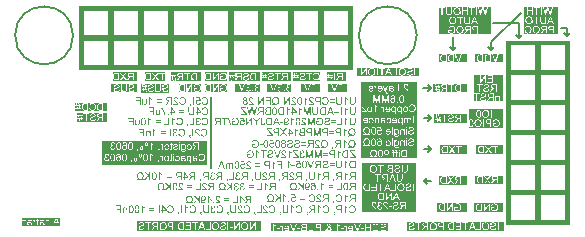
<source format=gbr>
%TF.GenerationSoftware,Altium Limited,Altium Designer,24.10.1 (45)*%
G04 Layer_Color=32896*
%FSLAX43Y43*%
%MOMM*%
%TF.SameCoordinates,E964AE8D-A23B-4269-A803-6D3AB4905576*%
%TF.FilePolarity,Positive*%
%TF.FileFunction,Legend,Bot*%
%TF.Part,Single*%
G01*
G75*
%TA.AperFunction,NonConductor*%
%ADD62C,0.200*%
%ADD63C,0.150*%
G36*
X29083Y14148D02*
X5842D01*
Y19609D01*
X29083D01*
Y14148D01*
D02*
G37*
G36*
X47451Y1043D02*
X42000D01*
Y16641D01*
X47451D01*
Y1043D01*
D02*
G37*
G36*
X21805Y13758D02*
X21672D01*
X21634Y13945D01*
X21805D01*
Y13758D01*
D02*
G37*
G36*
X21607D02*
X21471D01*
X21432Y13945D01*
X21569D01*
X21607Y13758D01*
D02*
G37*
G36*
X21405D02*
X21328D01*
Y13945D01*
X21366D01*
X21405Y13758D01*
D02*
G37*
G36*
X21805Y13534D02*
X21718D01*
X21685Y13693D01*
X21805D01*
Y13534D01*
D02*
G37*
G36*
X21652D02*
X21516D01*
X21484Y13693D01*
X21620D01*
X21652Y13534D01*
D02*
G37*
G36*
X21450D02*
X21328D01*
Y13693D01*
X21418D01*
X21450Y13534D01*
D02*
G37*
G36*
X23851Y13259D02*
X21328D01*
Y13283D01*
D01*
Y13469D01*
X21464D01*
X21501Y13283D01*
X21567D01*
X21529Y13469D01*
X21666D01*
X21704Y13283D01*
X21768D01*
X21732Y13469D01*
X21805D01*
Y13359D01*
Y13945D01*
X21328D01*
Y13970D01*
X23851D01*
Y13259D01*
D02*
G37*
G36*
X39774Y11537D02*
X39563D01*
Y12101D01*
X39774D01*
Y11537D01*
D02*
G37*
G36*
X41783Y13766D02*
Y13106D01*
D01*
Y12316D01*
X40600D01*
D01*
X41783D01*
Y11506D01*
X39267D01*
Y11537D01*
X39390D01*
X39267D01*
Y12101D01*
X39478D01*
Y11537D01*
X39774D01*
Y12177D01*
X39267D01*
Y12316D01*
X40091D01*
D01*
X39267D01*
Y13106D01*
D01*
Y13766D01*
X41783D01*
D02*
G37*
G36*
X5838Y11192D02*
X5702D01*
X5663Y11380D01*
X5800D01*
X5838Y11192D01*
D02*
G37*
G36*
X5636D02*
X5559D01*
Y11380D01*
X5597D01*
X5636Y11192D01*
D02*
G37*
G36*
X5883Y10969D02*
X5747D01*
X5715Y11128D01*
X5851D01*
X5883Y10969D01*
D02*
G37*
G36*
X5682D02*
X5559D01*
Y11128D01*
X5649D01*
X5682Y10969D01*
D02*
G37*
G36*
X8230Y10693D02*
X5559D01*
Y10718D01*
D01*
Y10904D01*
X5695D01*
X5732Y10718D01*
X5798D01*
X5760Y10904D01*
X5897D01*
X5935Y10718D01*
X6000D01*
X5963Y10904D01*
X6036D01*
Y10969D01*
X5949D01*
X5916Y11128D01*
X6036D01*
Y11192D01*
X5903D01*
X5865Y11380D01*
X6036D01*
D01*
X5559D01*
Y11405D01*
X8230D01*
Y10693D01*
D02*
G37*
G36*
X38682Y9703D02*
X35899D01*
Y10442D01*
X38682D01*
Y9703D01*
D02*
G37*
G36*
X27022Y1105D02*
X27029Y1103D01*
X27037Y1100D01*
X27046Y1097D01*
X27055Y1092D01*
X27063Y1085D01*
X27064Y1084D01*
X27067Y1081D01*
X27070Y1076D01*
X27073Y1071D01*
X27078Y1063D01*
X27081Y1055D01*
X27084Y1046D01*
X27085Y1035D01*
Y1034D01*
Y1032D01*
Y1029D01*
X27084Y1025D01*
X27082Y1015D01*
X27077Y1003D01*
Y1002D01*
X27075Y1000D01*
X27074Y997D01*
X27072Y993D01*
X27064Y981D01*
X27054Y968D01*
X27020Y927D01*
X27019D01*
X27018Y928D01*
X27015Y930D01*
X27012Y933D01*
X27002Y939D01*
X26992Y946D01*
X26981Y953D01*
X26970Y963D01*
X26960Y972D01*
X26952Y980D01*
X26951Y981D01*
X26950Y984D01*
X26948Y989D01*
X26944Y995D01*
X26941Y1002D01*
X26939Y1012D01*
X26938Y1021D01*
X26937Y1031D01*
Y1033D01*
Y1037D01*
X26938Y1043D01*
X26939Y1050D01*
X26942Y1059D01*
X26946Y1068D01*
X26951Y1076D01*
X26958Y1085D01*
X26959Y1086D01*
X26962Y1088D01*
X26966Y1091D01*
X26973Y1096D01*
X26980Y1099D01*
X26989Y1102D01*
X27000Y1105D01*
X27011Y1106D01*
X27016D01*
X27022Y1105D01*
D02*
G37*
G36*
X26995Y1170D02*
X26989D01*
X26983Y1169D01*
X26968Y1166D01*
X26951Y1160D01*
X26933Y1153D01*
X26915Y1144D01*
X26907Y1137D01*
X26899Y1130D01*
X26898D01*
X26897Y1128D01*
X26892Y1122D01*
X26885Y1114D01*
X26877Y1102D01*
X26870Y1088D01*
X26863Y1072D01*
X26858Y1053D01*
X26856Y1043D01*
Y1033D01*
Y1032D01*
Y1029D01*
X26857Y1025D01*
X26858Y1018D01*
X26860Y1010D01*
X26863Y1000D01*
X26866Y990D01*
X26872Y979D01*
X26878Y967D01*
X26886Y955D01*
X26896Y942D01*
X26908Y928D01*
X26922Y915D01*
X26938Y902D01*
X26958Y890D01*
X26979Y877D01*
X26864Y731D01*
X26863Y733D01*
X26860Y738D01*
X26856Y746D01*
X26852Y757D01*
X26847Y770D01*
X26841Y786D01*
X26837Y803D01*
X26832Y821D01*
X26751Y804D01*
Y803D01*
X26752Y800D01*
X26753Y795D01*
X26755Y790D01*
X26756Y782D01*
X26759Y774D01*
X26763Y765D01*
X26766Y755D01*
X26774Y733D01*
X26783Y710D01*
X26794Y687D01*
X26807Y666D01*
X26806Y665D01*
X26805Y663D01*
X26803Y660D01*
X26800Y657D01*
X26791Y645D01*
X26779Y632D01*
X26764Y616D01*
X26747Y600D01*
X26728Y583D01*
X26707Y568D01*
X26760Y506D01*
X22098D01*
Y1171D01*
X25487D01*
X25480Y1170D01*
X25472Y1169D01*
X25462Y1168D01*
X25452Y1167D01*
X25440Y1164D01*
X25415Y1159D01*
X25387Y1150D01*
X25373Y1145D01*
X25360Y1138D01*
X25347Y1130D01*
X25334Y1122D01*
X25333Y1121D01*
X25332Y1120D01*
X25328Y1117D01*
X25323Y1112D01*
X25319Y1108D01*
X25312Y1101D01*
X25306Y1094D01*
X25298Y1086D01*
X25291Y1077D01*
X25284Y1066D01*
X25275Y1055D01*
X25268Y1043D01*
X25261Y1029D01*
X25254Y1015D01*
X25248Y1000D01*
X25243Y984D01*
X25326Y964D01*
Y965D01*
X25327Y967D01*
X25329Y971D01*
X25331Y975D01*
X25333Y981D01*
X25335Y988D01*
X25343Y1003D01*
X25352Y1020D01*
X25363Y1037D01*
X25377Y1052D01*
X25392Y1066D01*
X25394Y1068D01*
X25399Y1072D01*
X25408Y1076D01*
X25420Y1083D01*
X25436Y1088D01*
X25454Y1094D01*
X25475Y1098D01*
X25498Y1098D01*
X25505D01*
X25510Y1098D01*
X25517D01*
X25524Y1097D01*
X25541Y1094D01*
X25561Y1090D01*
X25581Y1084D01*
X25603Y1074D01*
X25622Y1062D01*
X25623D01*
X25624Y1061D01*
X25630Y1056D01*
X25639Y1049D01*
X25649Y1037D01*
X25661Y1024D01*
X25672Y1008D01*
X25682Y988D01*
X25691Y967D01*
Y966D01*
X25692Y964D01*
X25693Y962D01*
X25694Y957D01*
X25696Y951D01*
X25698Y945D01*
X25701Y929D01*
X25704Y911D01*
X25708Y890D01*
X25710Y868D01*
X25711Y844D01*
Y843D01*
Y841D01*
Y836D01*
Y830D01*
X25710Y824D01*
Y816D01*
X25709Y806D01*
X25708Y796D01*
X25705Y774D01*
X25701Y750D01*
X25695Y726D01*
X25688Y702D01*
Y701D01*
X25687Y699D01*
X25685Y696D01*
X25683Y692D01*
X25677Y681D01*
X25669Y668D01*
X25659Y653D01*
X25646Y637D01*
X25631Y623D01*
X25614Y610D01*
X25613D01*
X25611Y609D01*
X25608Y608D01*
X25604Y606D01*
X25600Y604D01*
X25594Y601D01*
X25581Y595D01*
X25565Y590D01*
X25546Y585D01*
X25526Y582D01*
X25505Y581D01*
X25498D01*
X25492Y582D01*
X25486D01*
X25480Y583D01*
X25463Y586D01*
X25443Y591D01*
X25424Y598D01*
X25404Y608D01*
X25394Y614D01*
X25384Y621D01*
X25383Y622D01*
X25382Y623D01*
X25380Y626D01*
X25376Y629D01*
X25372Y633D01*
X25368Y639D01*
X25362Y645D01*
X25358Y652D01*
X25352Y660D01*
X25345Y669D01*
X25340Y679D01*
X25334Y690D01*
X25330Y702D01*
X25325Y715D01*
X25321Y729D01*
X25317Y743D01*
X25232Y722D01*
Y721D01*
X25233Y718D01*
X25235Y712D01*
X25237Y705D01*
X25240Y696D01*
X25244Y686D01*
X25248Y675D01*
X25254Y663D01*
X25267Y637D01*
X25284Y611D01*
X25294Y598D01*
X25304Y585D01*
X25315Y574D01*
X25328Y563D01*
X25329Y562D01*
X25331Y560D01*
X25335Y559D01*
X25340Y555D01*
X25347Y550D01*
X25355Y546D01*
X25365Y541D01*
X25375Y536D01*
X25387Y531D01*
X25400Y526D01*
X25414Y522D01*
X25429Y517D01*
X25444Y513D01*
X25461Y511D01*
X25479Y510D01*
X25497Y509D01*
X25507D01*
X25515Y510D01*
X25523D01*
X25533Y510D01*
X25544Y512D01*
X25557Y514D01*
X25584Y519D01*
X25612Y526D01*
X25639Y536D01*
X25652Y543D01*
X25665Y550D01*
X25666Y551D01*
X25668Y552D01*
X25672Y555D01*
X25676Y559D01*
X25681Y562D01*
X25688Y568D01*
X25695Y574D01*
X25702Y582D01*
X25710Y590D01*
X25718Y598D01*
X25735Y620D01*
X25750Y645D01*
X25764Y672D01*
Y673D01*
X25766Y676D01*
X25767Y681D01*
X25770Y686D01*
X25772Y694D01*
X25774Y703D01*
X25778Y713D01*
X25781Y724D01*
X25784Y736D01*
X25787Y750D01*
X25792Y779D01*
X25796Y811D01*
X25798Y844D01*
Y854D01*
X25797Y861D01*
Y870D01*
X25796Y879D01*
X25795Y891D01*
X25793Y903D01*
X25788Y930D01*
X25782Y960D01*
X25773Y989D01*
X25760Y1018D01*
X25759Y1019D01*
X25758Y1022D01*
X25756Y1025D01*
X25752Y1030D01*
X25749Y1037D01*
X25744Y1044D01*
X25732Y1061D01*
X25716Y1079D01*
X25698Y1098D01*
X25676Y1116D01*
X25652Y1132D01*
X25651Y1133D01*
X25648Y1134D01*
X25644Y1135D01*
X25639Y1138D01*
X25632Y1141D01*
X25625Y1144D01*
X25615Y1147D01*
X25605Y1151D01*
X25594Y1155D01*
X25582Y1159D01*
X25556Y1164D01*
X25527Y1169D01*
X25496Y1171D01*
X27000D01*
X26995Y1170D01*
D02*
G37*
G36*
X27055Y834D02*
X27058Y832D01*
X27062Y829D01*
X27073Y822D01*
X27086Y813D01*
X27100Y802D01*
X27114Y790D01*
X27127Y778D01*
X27133Y771D01*
X27137Y765D01*
X27138Y763D01*
X27141Y759D01*
X27145Y753D01*
X27148Y744D01*
X27152Y735D01*
X27156Y724D01*
X27159Y713D01*
X27159Y701D01*
Y699D01*
X27159Y694D01*
X27158Y686D01*
X27156Y676D01*
X27152Y664D01*
X27147Y651D01*
X27139Y636D01*
X27129Y620D01*
X27127Y619D01*
X27123Y614D01*
X27116Y608D01*
X27107Y600D01*
X27095Y592D01*
X27079Y585D01*
X27062Y581D01*
X27052Y580D01*
X27042Y579D01*
X27036D01*
X27029Y580D01*
X27019Y582D01*
X27009Y584D01*
X26996Y588D01*
X26983Y593D01*
X26969Y600D01*
X26967Y601D01*
X26963Y604D01*
X26956Y609D01*
X26947Y616D01*
X26938Y623D01*
X26927Y633D01*
X26918Y645D01*
X26909Y657D01*
X27052Y836D01*
X27053D01*
X27055Y834D01*
D02*
G37*
G36*
X32045Y506D02*
X26761D01*
X26762Y508D01*
X26765Y509D01*
X26768Y511D01*
X26778Y519D01*
X26791Y528D01*
X26805Y541D01*
X26822Y556D01*
X26840Y574D01*
X26859Y595D01*
Y595D01*
X26861Y594D01*
X26865Y588D01*
X26874Y581D01*
X26884Y571D01*
X26897Y560D01*
X26911Y550D01*
X26927Y540D01*
X26944Y531D01*
X26945D01*
X26946Y530D01*
X26949Y529D01*
X26952Y527D01*
X26961Y524D01*
X26974Y521D01*
X26987Y516D01*
X27004Y513D01*
X27023Y510D01*
X27042Y510D01*
X27051D01*
X27059Y510D01*
X27067Y511D01*
X27076Y513D01*
X27087Y515D01*
X27098Y518D01*
X27110Y522D01*
X27123Y525D01*
X27136Y531D01*
X27149Y537D01*
X27162Y545D01*
X27175Y554D01*
X27187Y564D01*
X27198Y575D01*
X27199Y576D01*
X27200Y578D01*
X27203Y581D01*
X27206Y584D01*
X27209Y590D01*
X27213Y595D01*
X27221Y611D01*
X27230Y629D01*
X27237Y649D01*
X27243Y672D01*
X27244Y684D01*
X27245Y696D01*
Y702D01*
X27244Y706D01*
Y711D01*
X27243Y718D01*
X27240Y731D01*
X27235Y748D01*
X27229Y767D01*
X27220Y784D01*
X27207Y803D01*
X27206Y804D01*
X27205Y804D01*
X27203Y807D01*
X27199Y811D01*
X27191Y820D01*
X27178Y831D01*
X27162Y844D01*
X27143Y858D01*
X27120Y873D01*
X27093Y887D01*
X27094Y888D01*
X27095Y889D01*
X27097Y891D01*
X27100Y895D01*
X27108Y904D01*
X27116Y915D01*
X27126Y928D01*
X27135Y942D01*
X27145Y955D01*
X27151Y967D01*
X27152Y969D01*
X27153Y973D01*
X27156Y978D01*
X27158Y987D01*
X27160Y996D01*
X27163Y1006D01*
X27164Y1016D01*
X27165Y1027D01*
Y1028D01*
Y1030D01*
Y1033D01*
X27164Y1037D01*
X27162Y1048D01*
X27159Y1061D01*
X27154Y1077D01*
X27146Y1094D01*
X27141Y1102D01*
X27135Y1110D01*
X27128Y1119D01*
X27120Y1127D01*
X27119Y1128D01*
X27118Y1129D01*
X27115Y1131D01*
X27111Y1134D01*
X27107Y1137D01*
X27102Y1141D01*
X27088Y1149D01*
X27072Y1157D01*
X27052Y1164D01*
X27030Y1169D01*
X27019Y1171D01*
X30952D01*
X30946Y1170D01*
X30937Y1169D01*
X30927Y1168D01*
X30917Y1167D01*
X30905Y1164D01*
X30880Y1159D01*
X30852Y1150D01*
X30838Y1145D01*
X30825Y1138D01*
X30812Y1130D01*
X30799Y1122D01*
X30799Y1121D01*
X30797Y1120D01*
X30793Y1117D01*
X30788Y1112D01*
X30784Y1108D01*
X30777Y1101D01*
X30771Y1094D01*
X30763Y1086D01*
X30756Y1077D01*
X30749Y1066D01*
X30740Y1055D01*
X30733Y1043D01*
X30726Y1029D01*
X30719Y1015D01*
X30713Y1000D01*
X30708Y984D01*
X30791Y964D01*
Y965D01*
X30792Y967D01*
X30794Y971D01*
X30796Y975D01*
X30798Y981D01*
X30800Y988D01*
X30808Y1003D01*
X30817Y1020D01*
X30828Y1037D01*
X30842Y1052D01*
X30857Y1066D01*
X30859Y1068D01*
X30864Y1072D01*
X30873Y1076D01*
X30885Y1083D01*
X30901Y1088D01*
X30919Y1094D01*
X30940Y1098D01*
X30963Y1098D01*
X30971D01*
X30975Y1098D01*
X30982D01*
X30989Y1097D01*
X31007Y1094D01*
X31026Y1090D01*
X31046Y1084D01*
X31068Y1074D01*
X31087Y1062D01*
X31088D01*
X31089Y1061D01*
X31095Y1056D01*
X31104Y1049D01*
X31114Y1037D01*
X31126Y1024D01*
X31137Y1008D01*
X31147Y988D01*
X31156Y967D01*
Y966D01*
X31157Y964D01*
X31158Y962D01*
X31159Y957D01*
X31161Y951D01*
X31163Y945D01*
X31166Y929D01*
X31169Y911D01*
X31173Y890D01*
X31175Y868D01*
X31176Y844D01*
Y843D01*
Y841D01*
Y836D01*
Y830D01*
X31175Y824D01*
Y816D01*
X31174Y806D01*
X31173Y796D01*
X31170Y774D01*
X31166Y750D01*
X31160Y726D01*
X31153Y702D01*
Y701D01*
X31152Y699D01*
X31150Y696D01*
X31148Y692D01*
X31142Y681D01*
X31134Y668D01*
X31124Y653D01*
X31111Y637D01*
X31096Y623D01*
X31079Y610D01*
X31078D01*
X31076Y609D01*
X31073Y608D01*
X31069Y606D01*
X31065Y604D01*
X31059Y601D01*
X31046Y595D01*
X31030Y590D01*
X31011Y585D01*
X30991Y582D01*
X30970Y581D01*
X30963D01*
X30958Y582D01*
X30951D01*
X30945Y583D01*
X30928Y586D01*
X30909Y591D01*
X30889Y598D01*
X30869Y608D01*
X30859Y614D01*
X30849Y621D01*
X30848Y622D01*
X30848Y623D01*
X30845Y626D01*
X30841Y629D01*
X30837Y633D01*
X30833Y639D01*
X30827Y645D01*
X30823Y652D01*
X30817Y660D01*
X30811Y669D01*
X30805Y679D01*
X30799Y690D01*
X30795Y702D01*
X30790Y715D01*
X30786Y729D01*
X30782Y743D01*
X30697Y722D01*
Y721D01*
X30698Y718D01*
X30700Y712D01*
X30702Y705D01*
X30705Y696D01*
X30709Y686D01*
X30713Y675D01*
X30719Y663D01*
X30732Y637D01*
X30749Y611D01*
X30759Y598D01*
X30769Y585D01*
X30780Y574D01*
X30793Y563D01*
X30794Y562D01*
X30796Y560D01*
X30800Y559D01*
X30805Y555D01*
X30812Y550D01*
X30820Y546D01*
X30830Y541D01*
X30840Y536D01*
X30852Y531D01*
X30865Y526D01*
X30879Y522D01*
X30894Y517D01*
X30909Y513D01*
X30926Y511D01*
X30944Y510D01*
X30962Y509D01*
X30972D01*
X30980Y510D01*
X30988D01*
X30998Y510D01*
X31009Y512D01*
X31022Y514D01*
X31049Y519D01*
X31077Y526D01*
X31105Y536D01*
X31118Y543D01*
X31130Y550D01*
X31131Y551D01*
X31133Y552D01*
X31137Y555D01*
X31141Y559D01*
X31146Y562D01*
X31153Y568D01*
X31160Y574D01*
X31167Y582D01*
X31175Y590D01*
X31183Y598D01*
X31200Y620D01*
X31216Y645D01*
X31229Y672D01*
Y673D01*
X31231Y676D01*
X31232Y681D01*
X31235Y686D01*
X31237Y694D01*
X31240Y703D01*
X31243Y713D01*
X31246Y724D01*
X31249Y736D01*
X31253Y750D01*
X31257Y779D01*
X31261Y811D01*
X31263Y844D01*
Y854D01*
X31262Y861D01*
Y870D01*
X31261Y879D01*
X31260Y891D01*
X31258Y903D01*
X31253Y930D01*
X31247Y960D01*
X31238Y989D01*
X31225Y1018D01*
X31224Y1019D01*
X31223Y1022D01*
X31221Y1025D01*
X31217Y1030D01*
X31214Y1037D01*
X31209Y1044D01*
X31197Y1061D01*
X31181Y1079D01*
X31163Y1098D01*
X31142Y1116D01*
X31117Y1132D01*
X31116Y1133D01*
X31113Y1134D01*
X31109Y1135D01*
X31105Y1138D01*
X31097Y1141D01*
X31090Y1144D01*
X31081Y1147D01*
X31070Y1151D01*
X31059Y1155D01*
X31047Y1159D01*
X31021Y1164D01*
X30992Y1169D01*
X30961Y1171D01*
X31602D01*
X31596Y1170D01*
X31589D01*
X31571Y1168D01*
X31552Y1165D01*
X31532Y1160D01*
X31510Y1155D01*
X31489Y1147D01*
X31488D01*
X31486Y1147D01*
X31484Y1145D01*
X31480Y1143D01*
X31471Y1138D01*
X31459Y1130D01*
X31445Y1121D01*
X31431Y1109D01*
X31418Y1095D01*
X31406Y1079D01*
Y1078D01*
X31405Y1077D01*
X31403Y1074D01*
X31401Y1072D01*
X31397Y1062D01*
X31391Y1050D01*
X31385Y1036D01*
X31380Y1018D01*
X31375Y1000D01*
X31374Y979D01*
X31455Y973D01*
Y974D01*
Y975D01*
X31456Y978D01*
X31457Y983D01*
X31460Y993D01*
X31463Y1007D01*
X31469Y1022D01*
X31477Y1037D01*
X31487Y1050D01*
X31500Y1063D01*
X31502Y1064D01*
X31507Y1068D01*
X31516Y1074D01*
X31528Y1079D01*
X31544Y1085D01*
X31562Y1090D01*
X31585Y1094D01*
X31611Y1095D01*
X31624D01*
X31630Y1094D01*
X31637Y1093D01*
X31654Y1091D01*
X31672Y1087D01*
X31691Y1083D01*
X31708Y1075D01*
X31716Y1071D01*
X31723Y1066D01*
X31725Y1065D01*
X31729Y1061D01*
X31734Y1055D01*
X31740Y1048D01*
X31746Y1037D01*
X31752Y1026D01*
X31755Y1013D01*
X31757Y999D01*
Y997D01*
Y993D01*
X31756Y987D01*
X31755Y979D01*
X31752Y970D01*
X31747Y961D01*
X31742Y951D01*
X31733Y942D01*
X31732Y941D01*
X31728Y939D01*
X31724Y936D01*
X31720Y934D01*
X31715Y931D01*
X31708Y927D01*
X31700Y925D01*
X31691Y921D01*
X31681Y917D01*
X31669Y913D01*
X31656Y909D01*
X31641Y904D01*
X31624Y901D01*
X31606Y896D01*
X31605D01*
X31601Y895D01*
X31596Y894D01*
X31589Y892D01*
X31581Y890D01*
X31571Y888D01*
X31560Y885D01*
X31549Y882D01*
X31525Y876D01*
X31502Y869D01*
X31491Y865D01*
X31481Y862D01*
X31472Y859D01*
X31464Y855D01*
X31463D01*
X31461Y854D01*
X31459Y853D01*
X31455Y851D01*
X31445Y845D01*
X31433Y838D01*
X31419Y828D01*
X31405Y816D01*
X31392Y804D01*
X31381Y790D01*
X31380Y788D01*
X31376Y783D01*
X31373Y775D01*
X31367Y764D01*
X31363Y751D01*
X31358Y735D01*
X31355Y718D01*
X31354Y699D01*
Y691D01*
X31356Y681D01*
X31358Y668D01*
X31362Y653D01*
X31366Y637D01*
X31374Y620D01*
X31384Y603D01*
Y602D01*
X31385Y601D01*
X31389Y595D01*
X31396Y587D01*
X31405Y578D01*
X31417Y567D01*
X31432Y555D01*
X31448Y544D01*
X31468Y534D01*
X31469D01*
X31471Y533D01*
X31473Y532D01*
X31477Y530D01*
X31483Y528D01*
X31489Y525D01*
X31504Y522D01*
X31522Y517D01*
X31543Y512D01*
X31566Y510D01*
X31591Y509D01*
X31606D01*
X31613Y510D01*
X31621D01*
X31631Y510D01*
X31642Y511D01*
X31665Y515D01*
X31689Y519D01*
X31713Y525D01*
X31736Y534D01*
X31737D01*
X31739Y534D01*
X31742Y536D01*
X31745Y538D01*
X31756Y544D01*
X31769Y552D01*
X31784Y563D01*
X31800Y576D01*
X31815Y592D01*
X31829Y609D01*
Y610D01*
X31830Y612D01*
X31831Y615D01*
X31834Y619D01*
X31836Y623D01*
X31839Y629D01*
X31845Y643D01*
X31852Y660D01*
X31857Y680D01*
X31861Y702D01*
X31863Y725D01*
X31783Y732D01*
Y731D01*
Y730D01*
X31782Y728D01*
Y724D01*
X31780Y716D01*
X31778Y704D01*
X31774Y692D01*
X31770Y678D01*
X31764Y665D01*
X31757Y653D01*
X31756Y652D01*
X31754Y648D01*
X31749Y642D01*
X31742Y635D01*
X31732Y627D01*
X31722Y619D01*
X31708Y610D01*
X31694Y603D01*
X31693D01*
X31692Y602D01*
X31689Y601D01*
X31686Y600D01*
X31677Y597D01*
X31665Y594D01*
X31650Y590D01*
X31633Y587D01*
X31615Y585D01*
X31595Y584D01*
X31586D01*
X31577Y585D01*
X31566Y586D01*
X31553Y588D01*
X31538Y590D01*
X31523Y594D01*
X31510Y598D01*
X31508Y599D01*
X31503Y601D01*
X31497Y605D01*
X31488Y608D01*
X31480Y615D01*
X31471Y621D01*
X31461Y629D01*
X31454Y638D01*
X31453Y639D01*
X31451Y643D01*
X31448Y647D01*
X31445Y655D01*
X31441Y662D01*
X31438Y671D01*
X31436Y681D01*
X31436Y693D01*
Y694D01*
Y698D01*
X31436Y704D01*
X31437Y711D01*
X31440Y718D01*
X31443Y728D01*
X31448Y737D01*
X31454Y745D01*
X31455Y746D01*
X31458Y749D01*
X31461Y753D01*
X31468Y758D01*
X31475Y764D01*
X31485Y770D01*
X31497Y777D01*
X31511Y782D01*
X31512Y783D01*
X31517Y784D01*
X31524Y787D01*
X31529Y788D01*
X31535Y790D01*
X31542Y792D01*
X31550Y794D01*
X31559Y797D01*
X31571Y800D01*
X31582Y803D01*
X31595Y806D01*
X31609Y810D01*
X31625Y814D01*
X31626D01*
X31629Y815D01*
X31633Y816D01*
X31639Y817D01*
X31646Y819D01*
X31655Y821D01*
X31673Y827D01*
X31694Y833D01*
X31715Y840D01*
X31733Y846D01*
X31742Y850D01*
X31749Y853D01*
X31750D01*
X31751Y854D01*
X31756Y858D01*
X31765Y863D01*
X31774Y870D01*
X31785Y878D01*
X31796Y889D01*
X31807Y901D01*
X31816Y914D01*
X31817Y915D01*
X31820Y920D01*
X31824Y927D01*
X31828Y937D01*
X31831Y949D01*
X31835Y963D01*
X31838Y977D01*
X31839Y993D01*
Y994D01*
Y995D01*
Y998D01*
Y1001D01*
X31837Y1011D01*
X31835Y1023D01*
X31832Y1037D01*
X31828Y1052D01*
X31821Y1068D01*
X31812Y1084D01*
Y1085D01*
X31811Y1086D01*
X31806Y1091D01*
X31800Y1098D01*
X31792Y1108D01*
X31780Y1118D01*
X31767Y1129D01*
X31750Y1139D01*
X31731Y1148D01*
X31730D01*
X31729Y1149D01*
X31726Y1150D01*
X31722Y1152D01*
X31718Y1154D01*
X31711Y1156D01*
X31697Y1159D01*
X31680Y1163D01*
X31659Y1167D01*
X31638Y1170D01*
X31614Y1171D01*
X32045D01*
Y506D01*
D02*
G37*
G36*
X18886Y13521D02*
X18750D01*
X18718Y13680D01*
X18854D01*
X18886Y13521D01*
D02*
G37*
G36*
X18685D02*
X18562D01*
Y13680D01*
X18652D01*
X18685Y13521D01*
D02*
G37*
G36*
X21184Y13233D02*
X18562D01*
Y13271D01*
X18836D01*
X18801D01*
X18763Y13457D01*
X18900D01*
X18938Y13271D01*
X19003D01*
D01*
X19039D01*
X19003D01*
X18966Y13457D01*
X19039D01*
Y13521D01*
X18952D01*
X18919Y13680D01*
X19039D01*
Y13745D01*
X18906D01*
X18868Y13933D01*
X19039D01*
X18803D01*
X18841Y13745D01*
X18705D01*
X18666Y13933D01*
X18600D01*
X18639Y13745D01*
X18562D01*
Y13933D01*
D01*
Y13970D01*
X21184D01*
Y13233D01*
D02*
G37*
G36*
X18735Y13271D02*
X18562D01*
Y13457D01*
X18698D01*
X18735Y13271D01*
D02*
G37*
G36*
X21234Y508D02*
X10795D01*
Y1397D01*
X21234D01*
Y508D01*
D02*
G37*
G36*
X36846Y18834D02*
X36636D01*
Y19398D01*
X36846D01*
Y18834D01*
D02*
G37*
G36*
X36551D02*
X36340D01*
Y19398D01*
X36551D01*
Y18834D01*
D02*
G37*
G36*
X40742Y19507D02*
Y18823D01*
D01*
Y18033D01*
Y17221D01*
X36340D01*
Y18033D01*
Y18823D01*
X36940D01*
D01*
X36340D01*
Y18834D01*
X36846D01*
Y19474D01*
X36340D01*
Y19507D01*
X40742D01*
D02*
G37*
G36*
X14110Y13521D02*
X14023D01*
X13991Y13680D01*
X14110D01*
Y13521D01*
D02*
G37*
G36*
X13958D02*
X13822D01*
X13789Y13680D01*
X13925D01*
X13958Y13521D01*
D02*
G37*
G36*
X13756D02*
X13634D01*
Y13680D01*
X13724D01*
X13756Y13521D01*
D02*
G37*
G36*
X14110Y13271D02*
X14074D01*
X14037Y13457D01*
X14110D01*
Y13271D01*
D02*
G37*
G36*
X14009D02*
X13873D01*
X13835Y13457D01*
X13971D01*
X14009Y13271D01*
D02*
G37*
G36*
X13807D02*
X13634D01*
Y13457D01*
X13770D01*
X13807Y13271D01*
D02*
G37*
G36*
X16205Y13233D02*
X13634D01*
Y13271D01*
X14110D01*
Y13933D01*
Y13745D01*
X13978D01*
X13939Y13933D01*
X13874D01*
X13912Y13745D01*
X13776D01*
X13738Y13933D01*
X13672D01*
X13711Y13745D01*
X13634D01*
Y13933D01*
D01*
Y13970D01*
X16205D01*
Y13233D01*
D02*
G37*
G36*
X11881Y13370D02*
X11730D01*
X11723Y13371D01*
X11709Y13372D01*
X11694Y13373D01*
X11677Y13375D01*
X11660Y13378D01*
X11646Y13381D01*
X11645Y13382D01*
X11640Y13383D01*
X11634Y13386D01*
X11625Y13390D01*
X11616Y13395D01*
X11607Y13401D01*
X11597Y13407D01*
X11588Y13415D01*
X11587Y13417D01*
X11584Y13420D01*
X11578Y13427D01*
X11572Y13436D01*
X11564Y13448D01*
X11556Y13462D01*
X11548Y13478D01*
X11542Y13495D01*
Y13496D01*
X11541Y13498D01*
X11540Y13501D01*
X11539Y13504D01*
X11538Y13509D01*
X11536Y13515D01*
X11535Y13522D01*
X11533Y13529D01*
X11530Y13548D01*
X11527Y13569D01*
X11525Y13593D01*
X11524Y13619D01*
Y13620D01*
Y13624D01*
Y13628D01*
X11525Y13636D01*
Y13644D01*
X11526Y13653D01*
X11527Y13664D01*
X11528Y13675D01*
X11533Y13700D01*
X11538Y13726D01*
X11547Y13750D01*
X11552Y13762D01*
X11558Y13773D01*
Y13773D01*
X11560Y13775D01*
X11561Y13778D01*
X11563Y13782D01*
X11571Y13791D01*
X11580Y13802D01*
X11592Y13814D01*
X11606Y13826D01*
X11622Y13836D01*
X11638Y13845D01*
X11640Y13846D01*
X11645Y13846D01*
X11653Y13849D01*
X11665Y13852D01*
X11680Y13854D01*
X11698Y13857D01*
X11709Y13858D01*
X11721D01*
X11733Y13858D01*
X11881D01*
Y13370D01*
D02*
G37*
G36*
X11438Y13599D02*
Y13591D01*
X11439Y13574D01*
X11442Y13553D01*
X11445Y13532D01*
X11450Y13510D01*
X11455Y13488D01*
Y13487D01*
X11456Y13485D01*
X11457Y13482D01*
X11458Y13478D01*
X11462Y13468D01*
X11467Y13455D01*
X11473Y13441D01*
X11480Y13426D01*
X11489Y13410D01*
X11499Y13395D01*
X11499Y13393D01*
X11503Y13389D01*
X11509Y13382D01*
X11516Y13374D01*
X11524Y13365D01*
X11535Y13356D01*
X11545Y13345D01*
X11557Y13337D01*
X11559Y13336D01*
X11562Y13333D01*
X11569Y13330D01*
X11578Y13325D01*
X11589Y13319D01*
X11602Y13315D01*
X11617Y13309D01*
X11634Y13305D01*
X11635D01*
X11638Y13304D01*
X11641Y13303D01*
X11650Y13302D01*
X11663Y13300D01*
X11678Y13298D01*
X11695Y13296D01*
X11715Y13295D01*
X11736Y13295D01*
X11438D01*
Y13605D01*
X11438Y13599D01*
D02*
G37*
G36*
X13157Y13259D02*
X11438D01*
Y13295D01*
X11966D01*
Y13934D01*
X11720D01*
D01*
D01*
D01*
X11612D01*
X11720D01*
X11704Y13933D01*
X11685Y13932D01*
X11667Y13931D01*
X11648Y13928D01*
X11633Y13925D01*
X11632D01*
X11630Y13924D01*
X11627D01*
X11623Y13922D01*
X11613Y13920D01*
X11600Y13915D01*
X11585Y13908D01*
X11570Y13900D01*
X11554Y13891D01*
X11539Y13879D01*
X11538Y13878D01*
X11537Y13877D01*
X11535Y13874D01*
X11531Y13871D01*
X11522Y13862D01*
X11511Y13849D01*
X11499Y13834D01*
X11486Y13815D01*
X11474Y13794D01*
X11463Y13770D01*
Y13769D01*
X11462Y13767D01*
X11461Y13763D01*
X11460Y13758D01*
X11457Y13751D01*
X11455Y13744D01*
X11453Y13736D01*
X11450Y13725D01*
X11448Y13715D01*
X11446Y13703D01*
X11441Y13677D01*
X11438Y13649D01*
X11438Y13617D01*
Y13934D01*
D01*
Y13970D01*
X13157D01*
Y13259D01*
D02*
G37*
G36*
X24485Y13758D02*
X24353D01*
X24314Y13945D01*
X24485D01*
Y13758D01*
D02*
G37*
G36*
X24287D02*
X24151D01*
X24113Y13945D01*
X24249D01*
X24287Y13758D01*
D02*
G37*
G36*
X24086D02*
X24009D01*
Y13945D01*
X24047D01*
X24086Y13758D01*
D02*
G37*
G36*
X24485Y13534D02*
X24398D01*
X24366Y13693D01*
X24485D01*
Y13534D01*
D02*
G37*
G36*
X24333D02*
X24197D01*
X24164Y13693D01*
X24300D01*
X24333Y13534D01*
D02*
G37*
G36*
X24131D02*
X24009D01*
Y13693D01*
X24099D01*
X24131Y13534D01*
D02*
G37*
G36*
X26238Y13259D02*
X24009D01*
Y13283D01*
D01*
Y13469D01*
X24145D01*
X24182Y13283D01*
X24248D01*
X24210Y13469D01*
X24347D01*
X24384Y13283D01*
X24449D01*
X24412Y13469D01*
X24485D01*
Y13359D01*
Y13945D01*
X24009D01*
Y13970D01*
X26238D01*
Y13259D01*
D02*
G37*
G36*
X31892Y7344D02*
X31902Y7344D01*
X31914Y7340D01*
X31929Y7335D01*
X31945Y7327D01*
X31960Y7317D01*
X31968Y7309D01*
X31975Y7302D01*
Y7301D01*
X31977Y7300D01*
X31979Y7297D01*
X31981Y7294D01*
X31987Y7285D01*
X31994Y7272D01*
X32001Y7257D01*
X32008Y7237D01*
X32011Y7215D01*
X32013Y7191D01*
Y7190D01*
Y7188D01*
Y7185D01*
X32012Y7181D01*
Y7175D01*
X32011Y7170D01*
X32009Y7156D01*
X32004Y7140D01*
X31998Y7123D01*
X31989Y7107D01*
X31977Y7092D01*
X31975Y7090D01*
X31971Y7086D01*
X31962Y7080D01*
X31952Y7074D01*
X31938Y7066D01*
X31923Y7060D01*
X31905Y7056D01*
X31886Y7054D01*
X31880D01*
X31876Y7055D01*
X31866Y7056D01*
X31854Y7059D01*
X31839Y7063D01*
X31825Y7070D01*
X31810Y7079D01*
X31796Y7092D01*
X31794Y7094D01*
X31790Y7099D01*
X31785Y7108D01*
X31777Y7120D01*
X31771Y7135D01*
X31765Y7152D01*
X31762Y7173D01*
X31760Y7197D01*
Y7198D01*
Y7200D01*
Y7204D01*
X31761Y7209D01*
Y7215D01*
X31762Y7221D01*
X31764Y7236D01*
X31768Y7254D01*
X31775Y7272D01*
X31784Y7290D01*
X31796Y7306D01*
Y7307D01*
X31798Y7307D01*
X31802Y7312D01*
X31810Y7319D01*
X31820Y7326D01*
X31833Y7332D01*
X31848Y7339D01*
X31864Y7344D01*
X31874Y7345D01*
X31888D01*
X31892Y7344D01*
D02*
G37*
G36*
X34442Y12163D02*
Y11381D01*
Y10425D01*
Y9479D01*
Y8513D01*
Y7546D01*
Y6756D01*
X31910D01*
X31914Y6757D01*
X31921D01*
X31928Y6758D01*
X31946Y6762D01*
X31965Y6767D01*
X31985Y6774D01*
X32006Y6784D01*
X32016Y6791D01*
X32025Y6798D01*
X32026Y6799D01*
X32027Y6800D01*
X32030Y6803D01*
X32033Y6805D01*
X32036Y6810D01*
X32041Y6816D01*
X32050Y6829D01*
X32059Y6845D01*
X32069Y6865D01*
X32076Y6889D01*
X32082Y6915D01*
X32006Y6922D01*
Y6921D01*
X32005Y6919D01*
Y6917D01*
X32004Y6914D01*
X32001Y6903D01*
X31997Y6892D01*
X31993Y6879D01*
X31986Y6866D01*
X31979Y6854D01*
X31970Y6844D01*
X31969Y6843D01*
X31965Y6841D01*
X31959Y6837D01*
X31951Y6833D01*
X31941Y6829D01*
X31929Y6825D01*
X31915Y6822D01*
X31900Y6821D01*
X31894D01*
X31887Y6822D01*
X31879Y6823D01*
X31869Y6825D01*
X31859Y6828D01*
X31848Y6831D01*
X31837Y6837D01*
X31837Y6838D01*
X31833Y6840D01*
X31827Y6843D01*
X31822Y6849D01*
X31814Y6855D01*
X31807Y6863D01*
X31800Y6871D01*
X31792Y6881D01*
X31791Y6882D01*
X31789Y6887D01*
X31786Y6893D01*
X31782Y6902D01*
X31777Y6913D01*
X31773Y6926D01*
X31768Y6940D01*
X31764Y6957D01*
Y6958D01*
X31763Y6959D01*
Y6962D01*
X31762Y6965D01*
X31760Y6975D01*
X31757Y6987D01*
X31755Y7001D01*
X31753Y7017D01*
X31752Y7035D01*
X31752Y7053D01*
Y7054D01*
Y7057D01*
Y7062D01*
Y7069D01*
X31752Y7067D01*
X31756Y7062D01*
X31762Y7056D01*
X31768Y7047D01*
X31777Y7037D01*
X31788Y7027D01*
X31801Y7017D01*
X31816Y7008D01*
X31818Y7007D01*
X31824Y7004D01*
X31832Y7000D01*
X31842Y6997D01*
X31856Y6992D01*
X31871Y6988D01*
X31887Y6986D01*
X31905Y6985D01*
X31912D01*
X31918Y6986D01*
X31925Y6987D01*
X31933Y6988D01*
X31942Y6989D01*
X31951Y6992D01*
X31972Y6999D01*
X31984Y7003D01*
X31995Y7009D01*
X32007Y7015D01*
X32018Y7024D01*
X32029Y7032D01*
X32039Y7042D01*
X32040Y7043D01*
X32042Y7045D01*
X32044Y7048D01*
X32047Y7052D01*
X32052Y7059D01*
X32057Y7065D01*
X32061Y7074D01*
X32066Y7083D01*
X32071Y7093D01*
X32076Y7104D01*
X32081Y7117D01*
X32085Y7130D01*
X32089Y7145D01*
X32091Y7160D01*
X32093Y7176D01*
X32094Y7194D01*
Y7203D01*
X32093Y7209D01*
X32092Y7218D01*
X32091Y7228D01*
X32089Y7238D01*
X32086Y7250D01*
X32080Y7274D01*
X32075Y7287D01*
X32070Y7301D01*
X32063Y7314D01*
X32055Y7326D01*
X32046Y7339D01*
X32036Y7350D01*
X32035Y7351D01*
X32034Y7353D01*
X32031Y7356D01*
X32026Y7359D01*
X32021Y7364D01*
X32013Y7369D01*
X32006Y7374D01*
X31997Y7380D01*
X31987Y7386D01*
X31976Y7391D01*
X31951Y7401D01*
X31938Y7405D01*
X31923Y7407D01*
X31909Y7409D01*
X31893Y7410D01*
X31886D01*
X31882Y7409D01*
X31877D01*
X31871Y7408D01*
X31855Y7405D01*
X31837Y7402D01*
X31818Y7395D01*
X31799Y7387D01*
X31779Y7376D01*
X31778D01*
X31777Y7374D01*
X31775Y7372D01*
X31771Y7369D01*
X31762Y7362D01*
X31750Y7352D01*
X31738Y7338D01*
X31724Y7321D01*
X31712Y7302D01*
X31701Y7280D01*
Y7279D01*
X31700Y7277D01*
X31698Y7273D01*
X31696Y7269D01*
X31694Y7262D01*
X31691Y7254D01*
X31690Y7245D01*
X31687Y7234D01*
X31684Y7222D01*
X31681Y7209D01*
X31679Y7194D01*
X31678Y7178D01*
X31676Y7160D01*
X31674Y7142D01*
X31673Y7122D01*
Y7080D01*
X31674Y7070D01*
Y7058D01*
X31675Y7044D01*
X31677Y7030D01*
X31679Y6999D01*
X31684Y6965D01*
X31691Y6934D01*
X31695Y6918D01*
X31700Y6904D01*
Y6903D01*
X31701Y6902D01*
X31703Y6898D01*
X31704Y6892D01*
X31707Y6887D01*
X31711Y6879D01*
X31720Y6864D01*
X31731Y6846D01*
X31744Y6828D01*
X31761Y6810D01*
X31779Y6794D01*
X31780D01*
X31782Y6792D01*
X31785Y6791D01*
X31788Y6789D01*
X31794Y6786D01*
X31800Y6782D01*
X31807Y6779D01*
X31814Y6776D01*
X31832Y6768D01*
X31853Y6762D01*
X31876Y6758D01*
X31902Y6756D01*
X31396D01*
X31403Y6757D01*
X31410Y6758D01*
X31420Y6760D01*
X31430Y6762D01*
X31441Y6765D01*
X31452Y6768D01*
X31464Y6772D01*
X31476Y6778D01*
X31488Y6784D01*
X31500Y6792D01*
X31512Y6801D01*
X31523Y6811D01*
X31533Y6822D01*
X31534Y6823D01*
X31536Y6826D01*
X31539Y6830D01*
X31543Y6838D01*
X31548Y6846D01*
X31553Y6857D01*
X31559Y6870D01*
X31565Y6885D01*
X31570Y6902D01*
X31576Y6921D01*
X31581Y6942D01*
X31586Y6966D01*
X31591Y6992D01*
X31593Y7020D01*
X31595Y7050D01*
X31596Y7083D01*
Y7101D01*
X31595Y7111D01*
Y7123D01*
X31594Y7135D01*
X31593Y7148D01*
X31591Y7177D01*
X31586Y7208D01*
X31580Y7238D01*
X31577Y7252D01*
X31573Y7266D01*
Y7267D01*
X31572Y7269D01*
X31570Y7272D01*
X31568Y7277D01*
X31567Y7283D01*
X31563Y7290D01*
X31556Y7306D01*
X31546Y7322D01*
X31534Y7340D01*
X31520Y7357D01*
X31504Y7372D01*
X31503D01*
X31502Y7374D01*
X31499Y7376D01*
X31495Y7378D01*
X31491Y7381D01*
X31485Y7384D01*
X31471Y7392D01*
X31455Y7398D01*
X31435Y7405D01*
X31412Y7408D01*
X31387Y7410D01*
X31379D01*
X31369Y7409D01*
X31357Y7407D01*
X31343Y7405D01*
X31328Y7401D01*
X31312Y7396D01*
X31298Y7389D01*
X31297D01*
X31296Y7388D01*
X31291Y7385D01*
X31284Y7380D01*
X31274Y7374D01*
X31264Y7365D01*
X31253Y7355D01*
X31243Y7343D01*
X31233Y7329D01*
X31232Y7327D01*
X31228Y7322D01*
X31225Y7314D01*
X31218Y7302D01*
X31212Y7288D01*
X31205Y7272D01*
X31199Y7254D01*
X31193Y7233D01*
Y7233D01*
X31192Y7231D01*
X31191Y7228D01*
X31190Y7223D01*
X31189Y7218D01*
X31188Y7211D01*
X31187Y7203D01*
X31186Y7194D01*
X31184Y7184D01*
X31183Y7172D01*
X31182Y7160D01*
X31180Y7147D01*
X31179Y7132D01*
Y7117D01*
X31178Y7100D01*
Y7064D01*
X31179Y7054D01*
Y7043D01*
X31180Y7031D01*
X31181Y7018D01*
X31184Y6988D01*
X31188Y6958D01*
X31194Y6928D01*
X31198Y6915D01*
X31202Y6901D01*
Y6900D01*
X31203Y6898D01*
X31205Y6894D01*
X31207Y6890D01*
X31209Y6883D01*
X31212Y6877D01*
X31220Y6861D01*
X31229Y6844D01*
X31241Y6826D01*
X31255Y6809D01*
X31272Y6793D01*
X31273D01*
X31274Y6792D01*
X31276Y6790D01*
X31280Y6788D01*
X31285Y6785D01*
X31289Y6781D01*
X31303Y6775D01*
X31320Y6768D01*
X31339Y6762D01*
X31362Y6758D01*
X31387Y6756D01*
X29718D01*
Y7546D01*
Y8513D01*
Y9479D01*
Y10425D01*
Y11381D01*
Y12163D01*
Y13132D01*
X34442D01*
Y12163D01*
D02*
G37*
G36*
X31397Y7344D02*
X31408Y7343D01*
X31420Y7340D01*
X31433Y7334D01*
X31448Y7326D01*
X31456Y7320D01*
X31463Y7315D01*
X31470Y7307D01*
X31476Y7299D01*
Y7298D01*
X31478Y7296D01*
X31480Y7293D01*
X31482Y7288D01*
X31485Y7281D01*
X31489Y7272D01*
X31492Y7262D01*
X31495Y7250D01*
X31499Y7236D01*
X31503Y7221D01*
X31507Y7203D01*
X31509Y7184D01*
X31512Y7161D01*
X31514Y7137D01*
X31515Y7111D01*
X31516Y7083D01*
Y7081D01*
Y7076D01*
Y7068D01*
X31515Y7057D01*
Y7045D01*
X31514Y7030D01*
X31513Y7014D01*
X31511Y6998D01*
X31507Y6962D01*
X31504Y6944D01*
X31500Y6927D01*
X31496Y6912D01*
X31491Y6897D01*
X31485Y6884D01*
X31479Y6873D01*
Y6872D01*
X31477Y6871D01*
X31472Y6865D01*
X31464Y6856D01*
X31454Y6847D01*
X31440Y6838D01*
X31424Y6829D01*
X31407Y6823D01*
X31397Y6822D01*
X31387Y6821D01*
X31382D01*
X31378Y6822D01*
X31369Y6824D01*
X31356Y6828D01*
X31342Y6834D01*
X31326Y6843D01*
X31319Y6849D01*
X31311Y6856D01*
X31304Y6864D01*
X31297Y6873D01*
Y6874D01*
X31295Y6876D01*
X31293Y6878D01*
X31291Y6883D01*
X31287Y6890D01*
X31285Y6898D01*
X31281Y6907D01*
X31277Y6918D01*
X31274Y6932D01*
X31271Y6947D01*
X31267Y6964D01*
X31264Y6983D01*
X31262Y7005D01*
X31261Y7028D01*
X31259Y7054D01*
Y7083D01*
Y7084D01*
Y7085D01*
Y7089D01*
Y7098D01*
X31260Y7109D01*
Y7121D01*
X31261Y7135D01*
X31261Y7151D01*
X31263Y7169D01*
X31268Y7204D01*
X31271Y7221D01*
X31274Y7238D01*
X31278Y7254D01*
X31284Y7269D01*
X31289Y7282D01*
X31296Y7293D01*
Y7294D01*
X31298Y7294D01*
X31299Y7297D01*
X31302Y7301D01*
X31310Y7309D01*
X31321Y7319D01*
X31335Y7329D01*
X31350Y7337D01*
X31359Y7341D01*
X31368Y7344D01*
X31378Y7344D01*
X31388Y7345D01*
X31394D01*
X31397Y7344D01*
D02*
G37*
G36*
X46457Y19507D02*
Y18834D01*
D01*
Y18044D01*
Y17221D01*
X43536D01*
Y18044D01*
Y18834D01*
D01*
Y19507D01*
X46457D01*
D02*
G37*
G36*
X10770Y12268D02*
X8611D01*
Y12979D01*
X10770D01*
Y12268D01*
D02*
G37*
G36*
X16764Y13933D02*
X16746Y13932D01*
X16727Y13931D01*
X16709Y13928D01*
X16693Y13925D01*
X16692D01*
X16690Y13924D01*
X16687D01*
X16684Y13922D01*
X16674Y13920D01*
X16661Y13915D01*
X16646Y13908D01*
X16630Y13900D01*
X16614Y13891D01*
X16600Y13879D01*
X16599Y13878D01*
X16598Y13877D01*
X16595Y13874D01*
X16591Y13871D01*
X16582Y13862D01*
X16571Y13849D01*
X16559Y13834D01*
X16546Y13815D01*
X16534Y13794D01*
X16524Y13770D01*
Y13769D01*
X16523Y13767D01*
X16521Y13763D01*
X16520Y13758D01*
X16517Y13751D01*
X16516Y13744D01*
X16514Y13736D01*
X16511Y13725D01*
X16508Y13715D01*
X16506Y13703D01*
X16502Y13677D01*
X16499Y13649D01*
X16498Y13617D01*
Y13934D01*
X16781D01*
X16764Y13933D01*
D02*
G37*
G36*
X16942Y13370D02*
X16790D01*
X16784Y13371D01*
X16770Y13372D01*
X16754Y13373D01*
X16737Y13375D01*
X16721Y13378D01*
X16707Y13381D01*
X16705Y13382D01*
X16700Y13383D01*
X16694Y13386D01*
X16686Y13390D01*
X16676Y13395D01*
X16667Y13401D01*
X16658Y13407D01*
X16649Y13415D01*
X16648Y13417D01*
X16644Y13420D01*
X16638Y13427D01*
X16632Y13436D01*
X16625Y13448D01*
X16616Y13462D01*
X16609Y13478D01*
X16602Y13495D01*
Y13496D01*
X16601Y13498D01*
X16601Y13501D01*
X16600Y13504D01*
X16599Y13509D01*
X16597Y13515D01*
X16595Y13522D01*
X16593Y13529D01*
X16590Y13548D01*
X16588Y13569D01*
X16586Y13593D01*
X16585Y13619D01*
Y13620D01*
Y13624D01*
Y13628D01*
X16586Y13636D01*
Y13644D01*
X16587Y13653D01*
X16588Y13664D01*
X16589Y13675D01*
X16593Y13700D01*
X16599Y13726D01*
X16607Y13750D01*
X16613Y13762D01*
X16618Y13773D01*
Y13773D01*
X16620Y13775D01*
X16622Y13778D01*
X16624Y13782D01*
X16631Y13791D01*
X16640Y13802D01*
X16652Y13814D01*
X16666Y13826D01*
X16682Y13836D01*
X16699Y13845D01*
X16700Y13846D01*
X16705Y13846D01*
X16713Y13849D01*
X16725Y13852D01*
X16740Y13854D01*
X16759Y13857D01*
X16770Y13858D01*
X16782D01*
X16794Y13858D01*
X16942D01*
Y13370D01*
D02*
G37*
G36*
X18390Y13259D02*
X16498D01*
Y13295D01*
D01*
Y13605D01*
X16499Y13599D01*
Y13591D01*
X16500Y13574D01*
X16503Y13553D01*
X16505Y13532D01*
X16510Y13510D01*
X16516Y13488D01*
Y13487D01*
X16516Y13485D01*
X16517Y13482D01*
X16518Y13478D01*
X16522Y13468D01*
X16528Y13455D01*
X16533Y13441D01*
X16540Y13426D01*
X16550Y13410D01*
X16559Y13395D01*
X16560Y13393D01*
X16564Y13389D01*
X16569Y13382D01*
X16577Y13374D01*
X16585Y13365D01*
X16595Y13356D01*
X16605Y13345D01*
X16617Y13337D01*
X16619Y13336D01*
X16623Y13333D01*
X16629Y13330D01*
X16638Y13325D01*
X16650Y13319D01*
X16663Y13315D01*
X16677Y13309D01*
X16694Y13305D01*
X16696D01*
X16699Y13304D01*
X16701Y13303D01*
X16711Y13302D01*
X16724Y13300D01*
X16738Y13298D01*
X16756Y13296D01*
X16775Y13295D01*
X16797Y13295D01*
X17027D01*
Y13934D01*
X16498D01*
Y13970D01*
X18390D01*
Y13259D01*
D02*
G37*
G36*
X38682Y12268D02*
X35850D01*
Y13012D01*
X38682D01*
Y12268D01*
D02*
G37*
G36*
X26947Y13758D02*
X26871D01*
Y13945D01*
X26909D01*
X26947Y13758D01*
D02*
G37*
G36*
X27347Y13534D02*
X27260D01*
X27228Y13693D01*
X27347D01*
Y13534D01*
D02*
G37*
G36*
X27194D02*
X27058D01*
X27026Y13693D01*
X27162D01*
X27194Y13534D01*
D02*
G37*
G36*
X26993D02*
X26871D01*
Y13693D01*
X26960D01*
X26993Y13534D01*
D02*
G37*
G36*
X27347Y13283D02*
X27311D01*
X27274Y13469D01*
X27347D01*
Y13283D01*
D02*
G37*
G36*
X28499Y13259D02*
X26871D01*
Y13283D01*
D01*
Y13469D01*
X27007D01*
X27044Y13283D01*
X27109D01*
X27071Y13469D01*
X27208D01*
X27246Y13283D01*
X27347D01*
Y13945D01*
Y13758D01*
X27215D01*
X27176Y13945D01*
X27347D01*
X27111D01*
D01*
X27039D01*
X27111D01*
X27149Y13758D01*
X27013D01*
X26974Y13945D01*
X26871D01*
Y13970D01*
X28499D01*
Y13259D01*
D02*
G37*
G36*
X34360Y5474D02*
Y4695D01*
Y3905D01*
Y3138D01*
Y2150D01*
X29801D01*
Y3138D01*
Y3905D01*
Y4695D01*
Y5474D01*
Y6333D01*
X34360D01*
Y5474D01*
D02*
G37*
G36*
X6184Y10092D02*
X6097D01*
X6064Y10251D01*
X6184D01*
Y10092D01*
D02*
G37*
G36*
X6031D02*
X5895D01*
X5863Y10251D01*
X5999D01*
X6031Y10092D01*
D02*
G37*
G36*
X5829D02*
X5707D01*
Y10251D01*
X5797D01*
X5829Y10092D01*
D02*
G37*
G36*
X6184Y9842D02*
X6147D01*
X6111Y10028D01*
X6184D01*
Y9842D01*
D02*
G37*
G36*
X6083D02*
X5946D01*
X5908Y10028D01*
X6045D01*
X6083Y9842D01*
D02*
G37*
G36*
X5880D02*
X5707D01*
Y10028D01*
X5843D01*
X5880Y9842D01*
D02*
G37*
G36*
X8230Y9779D02*
X5707D01*
Y9842D01*
X6184D01*
Y10504D01*
Y10316D01*
X6051D01*
X6013Y10504D01*
X5948D01*
X5986Y10316D01*
X5850D01*
X5811Y10504D01*
X5745D01*
X5784Y10316D01*
X5707D01*
Y10504D01*
D01*
Y10566D01*
X8230D01*
Y9779D01*
D02*
G37*
G36*
X41783Y2184D02*
X39300D01*
Y2894D01*
X41783D01*
Y2184D01*
D02*
G37*
G36*
X39063Y9923D02*
X39073Y9921D01*
X39085Y9919D01*
X39099Y9913D01*
X39114Y9905D01*
X39121Y9899D01*
X39129Y9894D01*
X39135Y9886D01*
X39142Y9878D01*
Y9877D01*
X39143Y9875D01*
X39145Y9871D01*
X39148Y9867D01*
X39151Y9859D01*
X39154Y9851D01*
X39157Y9841D01*
X39161Y9829D01*
X39165Y9815D01*
X39168Y9799D01*
X39172Y9782D01*
X39175Y9762D01*
X39178Y9740D01*
X39179Y9716D01*
X39180Y9690D01*
X39181Y9662D01*
Y9660D01*
Y9655D01*
Y9647D01*
X39180Y9636D01*
Y9624D01*
X39179Y9609D01*
X39179Y9593D01*
X39177Y9577D01*
X39172Y9540D01*
X39169Y9523D01*
X39166Y9506D01*
X39162Y9491D01*
X39156Y9476D01*
X39151Y9463D01*
X39144Y9452D01*
Y9451D01*
X39142Y9450D01*
X39138Y9443D01*
X39130Y9435D01*
X39119Y9426D01*
X39105Y9417D01*
X39090Y9408D01*
X39072Y9402D01*
X39063Y9401D01*
X39053Y9400D01*
X39047D01*
X39044Y9401D01*
X39034Y9403D01*
X39021Y9406D01*
X39007Y9413D01*
X38992Y9422D01*
X38984Y9428D01*
X38977Y9435D01*
X38970Y9442D01*
X38962Y9452D01*
Y9453D01*
X38960Y9454D01*
X38958Y9457D01*
X38957Y9462D01*
X38953Y9468D01*
X38950Y9477D01*
X38946Y9486D01*
X38943Y9497D01*
X38940Y9511D01*
X38936Y9526D01*
X38933Y9543D01*
X38930Y9562D01*
X38928Y9584D01*
X38926Y9607D01*
X38924Y9633D01*
Y9662D01*
Y9663D01*
Y9663D01*
Y9668D01*
Y9676D01*
X38925Y9687D01*
Y9700D01*
X38926Y9714D01*
X38927Y9730D01*
X38929Y9748D01*
X38934Y9783D01*
X38936Y9800D01*
X38940Y9817D01*
X38944Y9833D01*
X38949Y9847D01*
X38955Y9860D01*
X38961Y9871D01*
Y9872D01*
X38963Y9873D01*
X38965Y9876D01*
X38968Y9880D01*
X38976Y9888D01*
X38986Y9898D01*
X39000Y9908D01*
X39016Y9916D01*
X39024Y9920D01*
X39033Y9922D01*
X39044Y9923D01*
X39054Y9924D01*
X39059D01*
X39063Y9923D01*
D02*
G37*
G36*
X41783Y10125D02*
Y9271D01*
X38844D01*
Y9335D01*
D01*
Y9643D01*
X38845Y9633D01*
Y9622D01*
X38846Y9610D01*
X38847Y9597D01*
X38849Y9567D01*
X38854Y9537D01*
X38860Y9507D01*
X38863Y9493D01*
X38868Y9479D01*
Y9479D01*
X38869Y9477D01*
X38871Y9473D01*
X38872Y9468D01*
X38874Y9462D01*
X38878Y9455D01*
X38885Y9440D01*
X38895Y9423D01*
X38907Y9405D01*
X38921Y9388D01*
X38937Y9372D01*
X38938D01*
X38939Y9370D01*
X38942Y9369D01*
X38946Y9367D01*
X38950Y9364D01*
X38955Y9360D01*
X38969Y9354D01*
X38985Y9347D01*
X39005Y9341D01*
X39028Y9337D01*
X39053Y9335D01*
X39062D01*
X39068Y9336D01*
X39076Y9337D01*
X39085Y9339D01*
X39095Y9341D01*
X39106Y9344D01*
X39117Y9347D01*
X39130Y9351D01*
X39142Y9356D01*
X39154Y9363D01*
X39166Y9370D01*
X39178Y9380D01*
X39189Y9390D01*
X39199Y9401D01*
X39200Y9402D01*
X39202Y9405D01*
X39204Y9409D01*
X39209Y9417D01*
X39214Y9425D01*
X39218Y9436D01*
X39225Y9449D01*
X39230Y9464D01*
X39236Y9480D01*
X39241Y9500D01*
X39247Y9521D01*
X39252Y9545D01*
X39256Y9571D01*
X39259Y9599D01*
X39261Y9629D01*
X39262Y9662D01*
Y9680D01*
X39261Y9690D01*
Y9701D01*
X39260Y9713D01*
X39259Y9727D01*
X39256Y9756D01*
X39252Y9786D01*
X39246Y9817D01*
X39242Y9831D01*
X39239Y9845D01*
Y9846D01*
X39238Y9847D01*
X39236Y9851D01*
X39234Y9856D01*
X39232Y9862D01*
X39228Y9869D01*
X39221Y9884D01*
X39212Y9901D01*
X39200Y9919D01*
X39186Y9936D01*
X39169Y9951D01*
X39168D01*
X39167Y9953D01*
X39165Y9955D01*
X39161Y9957D01*
X39156Y9960D01*
X39151Y9963D01*
X39137Y9970D01*
X39120Y9977D01*
X39101Y9983D01*
X39078Y9987D01*
X39053Y9989D01*
X39262D01*
X39044D01*
X39034Y9988D01*
X39022Y9986D01*
X39008Y9983D01*
X38994Y9980D01*
X38978Y9975D01*
X38963Y9968D01*
X38962D01*
X38961Y9967D01*
X38957Y9964D01*
X38949Y9959D01*
X38940Y9953D01*
X38930Y9944D01*
X38919Y9933D01*
X38909Y9921D01*
X38898Y9908D01*
X38897Y9906D01*
X38894Y9901D01*
X38890Y9893D01*
X38884Y9881D01*
X38878Y9867D01*
X38871Y9851D01*
X38864Y9833D01*
X38859Y9812D01*
Y9811D01*
X38858Y9810D01*
X38857Y9807D01*
X38856Y9802D01*
X38855Y9797D01*
X38854Y9790D01*
X38852Y9782D01*
X38851Y9773D01*
X38849Y9762D01*
X38848Y9751D01*
X38848Y9738D01*
X38846Y9725D01*
X38845Y9711D01*
Y9696D01*
X38844Y9679D01*
Y9989D01*
X38974D01*
X38844D01*
Y10125D01*
Y10851D01*
X41783D01*
Y10125D01*
D02*
G37*
G36*
X38682Y2184D02*
X36199D01*
Y2920D01*
X38682D01*
Y2184D01*
D02*
G37*
G36*
X14732Y12405D02*
X14580D01*
X14574Y12406D01*
X14560Y12407D01*
X14544Y12408D01*
X14528Y12410D01*
X14511Y12413D01*
X14497Y12416D01*
X14495Y12417D01*
X14491Y12418D01*
X14484Y12421D01*
X14476Y12425D01*
X14467Y12430D01*
X14457Y12436D01*
X14448Y12442D01*
X14439Y12450D01*
X14438Y12451D01*
X14434Y12455D01*
X14429Y12462D01*
X14422Y12471D01*
X14415Y12483D01*
X14406Y12497D01*
X14399Y12512D01*
X14393Y12530D01*
Y12531D01*
X14392Y12533D01*
X14391Y12535D01*
X14390Y12539D01*
X14389Y12544D01*
X14387Y12550D01*
X14385Y12557D01*
X14383Y12564D01*
X14381Y12583D01*
X14378Y12604D01*
X14376Y12628D01*
X14375Y12654D01*
Y12655D01*
Y12658D01*
Y12663D01*
X14376Y12670D01*
Y12679D01*
X14377Y12688D01*
X14378Y12699D01*
X14379Y12710D01*
X14383Y12735D01*
X14389Y12761D01*
X14397Y12785D01*
X14403Y12797D01*
X14408Y12807D01*
Y12808D01*
X14410Y12810D01*
X14412Y12813D01*
X14414Y12817D01*
X14421Y12826D01*
X14431Y12837D01*
X14443Y12849D01*
X14456Y12861D01*
X14472Y12871D01*
X14489Y12879D01*
X14491Y12880D01*
X14495Y12881D01*
X14504Y12884D01*
X14516Y12887D01*
X14530Y12889D01*
X14549Y12891D01*
X14560Y12892D01*
X14572D01*
X14584Y12893D01*
X14732D01*
Y12405D01*
D02*
G37*
G36*
X14289Y12633D02*
Y12626D01*
X14290Y12609D01*
X14293Y12588D01*
X14296Y12567D01*
X14300Y12545D01*
X14306Y12523D01*
Y12522D01*
X14307Y12520D01*
X14308Y12517D01*
X14308Y12513D01*
X14312Y12503D01*
X14318Y12490D01*
X14323Y12475D01*
X14331Y12461D01*
X14340Y12445D01*
X14349Y12430D01*
X14350Y12428D01*
X14354Y12424D01*
X14359Y12417D01*
X14367Y12409D01*
X14375Y12400D01*
X14385Y12390D01*
X14395Y12380D01*
X14407Y12372D01*
X14409Y12371D01*
X14413Y12368D01*
X14419Y12364D01*
X14429Y12360D01*
X14440Y12354D01*
X14453Y12350D01*
X14468Y12344D01*
X14484Y12339D01*
X14486D01*
X14489Y12339D01*
X14492Y12338D01*
X14501Y12337D01*
X14514Y12335D01*
X14529Y12333D01*
X14546Y12331D01*
X14566Y12330D01*
X14587Y12329D01*
X14288D01*
Y12640D01*
X14289Y12633D01*
D02*
G37*
G36*
X16180Y12294D02*
X14288D01*
Y12329D01*
X14817D01*
Y12969D01*
X14571D01*
X14554Y12968D01*
X14536Y12967D01*
X14517Y12965D01*
X14499Y12963D01*
X14483Y12960D01*
X14482D01*
X14480Y12959D01*
X14478D01*
X14474Y12957D01*
X14464Y12954D01*
X14451Y12950D01*
X14436Y12943D01*
X14420Y12935D01*
X14405Y12926D01*
X14390Y12914D01*
X14389Y12913D01*
X14388Y12912D01*
X14385Y12909D01*
X14382Y12906D01*
X14372Y12897D01*
X14361Y12884D01*
X14349Y12868D01*
X14336Y12850D01*
X14324Y12829D01*
X14314Y12805D01*
Y12804D01*
X14313Y12802D01*
X14311Y12798D01*
X14310Y12793D01*
X14308Y12786D01*
X14306Y12779D01*
X14304Y12770D01*
X14301Y12760D01*
X14298Y12750D01*
X14296Y12738D01*
X14292Y12712D01*
X14289Y12683D01*
X14288Y12652D01*
Y12969D01*
D01*
Y13005D01*
X16180D01*
Y12294D01*
D02*
G37*
G36*
X38682Y14834D02*
X36298D01*
Y15536D01*
X38682D01*
Y14834D01*
D02*
G37*
G36*
X13462Y12259D02*
X11125D01*
Y12995D01*
X13462D01*
Y12259D01*
D02*
G37*
G36*
X38682Y4470D02*
X36298D01*
Y5233D01*
X38682D01*
Y4470D01*
D02*
G37*
G36*
X16773Y12959D02*
X16754Y12958D01*
X16736Y12956D01*
X16717Y12953D01*
X16701Y12950D01*
X16700D01*
X16699Y12949D01*
X16696D01*
X16692Y12948D01*
X16682Y12945D01*
X16669Y12940D01*
X16654Y12934D01*
X16639Y12925D01*
X16623Y12916D01*
X16608Y12904D01*
X16607Y12903D01*
X16606Y12902D01*
X16603Y12899D01*
X16600Y12897D01*
X16590Y12887D01*
X16579Y12875D01*
X16567Y12859D01*
X16554Y12840D01*
X16542Y12819D01*
X16532Y12795D01*
Y12794D01*
X16531Y12792D01*
X16529Y12789D01*
X16529Y12783D01*
X16526Y12777D01*
X16524Y12769D01*
X16522Y12761D01*
X16519Y12751D01*
X16516Y12740D01*
X16515Y12728D01*
X16510Y12703D01*
X16507Y12674D01*
X16506Y12642D01*
Y12960D01*
X16789D01*
X16773Y12959D01*
D02*
G37*
G36*
X16950Y12396D02*
X16798D01*
X16792Y12397D01*
X16778Y12397D01*
X16762Y12398D01*
X16746Y12400D01*
X16729Y12403D01*
X16715Y12407D01*
X16713Y12408D01*
X16709Y12409D01*
X16702Y12411D01*
X16694Y12415D01*
X16685Y12421D01*
X16676Y12426D01*
X16666Y12433D01*
X16657Y12440D01*
X16656Y12442D01*
X16652Y12446D01*
X16647Y12452D01*
X16640Y12461D01*
X16633Y12473D01*
X16625Y12487D01*
X16617Y12503D01*
X16611Y12520D01*
Y12521D01*
X16610Y12523D01*
X16609Y12526D01*
X16608Y12530D01*
X16607Y12534D01*
X16605Y12541D01*
X16603Y12547D01*
X16602Y12555D01*
X16599Y12573D01*
X16596Y12594D01*
X16594Y12618D01*
X16593Y12644D01*
Y12645D01*
Y12649D01*
Y12654D01*
X16594Y12661D01*
Y12669D01*
X16595Y12679D01*
X16596Y12690D01*
X16597Y12701D01*
X16602Y12726D01*
X16607Y12752D01*
X16615Y12776D01*
X16621Y12788D01*
X16627Y12798D01*
Y12799D01*
X16628Y12801D01*
X16630Y12803D01*
X16632Y12807D01*
X16639Y12816D01*
X16649Y12827D01*
X16661Y12839D01*
X16675Y12851D01*
X16690Y12862D01*
X16707Y12870D01*
X16709Y12871D01*
X16713Y12872D01*
X16722Y12875D01*
X16734Y12877D01*
X16749Y12879D01*
X16767Y12882D01*
X16778Y12883D01*
X16790D01*
X16802Y12884D01*
X16950D01*
Y12396D01*
D02*
G37*
G36*
X18398Y12284D02*
X16506D01*
Y12320D01*
D01*
Y12630D01*
X16507Y12624D01*
Y12617D01*
X16508Y12599D01*
X16511Y12579D01*
X16514Y12557D01*
X16518Y12535D01*
X16524Y12513D01*
Y12512D01*
X16525Y12510D01*
X16526Y12507D01*
X16527Y12504D01*
X16530Y12494D01*
X16536Y12481D01*
X16541Y12466D01*
X16549Y12451D01*
X16558Y12435D01*
X16567Y12421D01*
X16568Y12419D01*
X16572Y12414D01*
X16578Y12408D01*
X16585Y12399D01*
X16593Y12390D01*
X16603Y12381D01*
X16614Y12371D01*
X16626Y12362D01*
X16627Y12361D01*
X16631Y12359D01*
X16638Y12355D01*
X16647Y12350D01*
X16658Y12345D01*
X16671Y12340D01*
X16686Y12335D01*
X16702Y12330D01*
X16704D01*
X16707Y12329D01*
X16710Y12328D01*
X16719Y12327D01*
X16732Y12325D01*
X16747Y12323D01*
X16764Y12322D01*
X16784Y12321D01*
X16805Y12320D01*
X17035D01*
Y12960D01*
X16506D01*
Y12995D01*
X18398D01*
Y12284D01*
D02*
G37*
G36*
X41834Y533D02*
X33666D01*
Y1338D01*
X41834D01*
Y533D01*
D02*
G37*
G36*
X41783Y14808D02*
X39399D01*
Y15511D01*
X41783D01*
Y14808D01*
D02*
G37*
G36*
X9150Y13370D02*
X8999D01*
X8992Y13371D01*
X8978Y13372D01*
X8963Y13373D01*
X8946Y13375D01*
X8929Y13378D01*
X8915Y13381D01*
X8914Y13382D01*
X8909Y13383D01*
X8902Y13386D01*
X8894Y13390D01*
X8885Y13395D01*
X8876Y13401D01*
X8866Y13407D01*
X8857Y13415D01*
X8856Y13417D01*
X8852Y13420D01*
X8847Y13427D01*
X8840Y13436D01*
X8833Y13448D01*
X8825Y13462D01*
X8817Y13478D01*
X8811Y13495D01*
Y13496D01*
X8810Y13498D01*
X8809Y13501D01*
X8808Y13504D01*
X8807Y13509D01*
X8805Y13515D01*
X8804Y13522D01*
X8802Y13529D01*
X8799Y13548D01*
X8796Y13569D01*
X8794Y13593D01*
X8793Y13619D01*
Y13620D01*
Y13624D01*
Y13628D01*
X8794Y13636D01*
Y13644D01*
X8795Y13653D01*
X8796Y13664D01*
X8797Y13675D01*
X8802Y13700D01*
X8807Y13726D01*
X8816Y13750D01*
X8821Y13762D01*
X8827Y13773D01*
Y13773D01*
X8828Y13775D01*
X8830Y13778D01*
X8832Y13782D01*
X8840Y13791D01*
X8849Y13802D01*
X8861Y13814D01*
X8875Y13826D01*
X8890Y13836D01*
X8907Y13845D01*
X8909Y13846D01*
X8914Y13846D01*
X8922Y13849D01*
X8934Y13852D01*
X8949Y13854D01*
X8967Y13857D01*
X8978Y13858D01*
X8990D01*
X9002Y13858D01*
X9150D01*
Y13370D01*
D02*
G37*
G36*
X8707Y13599D02*
Y13591D01*
X8708Y13574D01*
X8711Y13553D01*
X8714Y13532D01*
X8718Y13510D01*
X8724Y13488D01*
Y13487D01*
X8725Y13485D01*
X8726Y13482D01*
X8727Y13478D01*
X8730Y13468D01*
X8736Y13455D01*
X8742Y13441D01*
X8749Y13426D01*
X8758Y13410D01*
X8767Y13395D01*
X8768Y13393D01*
X8772Y13389D01*
X8778Y13382D01*
X8785Y13374D01*
X8793Y13365D01*
X8804Y13356D01*
X8814Y13345D01*
X8826Y13337D01*
X8828Y13336D01*
X8831Y13333D01*
X8838Y13330D01*
X8847Y13325D01*
X8858Y13319D01*
X8871Y13315D01*
X8886Y13309D01*
X8902Y13305D01*
X8904D01*
X8907Y13304D01*
X8910Y13303D01*
X8919Y13302D01*
X8932Y13300D01*
X8947Y13298D01*
X8964Y13296D01*
X8984Y13295D01*
X9005Y13295D01*
X8706D01*
Y13605D01*
X8707Y13599D01*
D02*
G37*
G36*
X10795Y13970D02*
Y13259D01*
X8706D01*
Y13295D01*
X9235D01*
Y13934D01*
X8989D01*
X8973Y13933D01*
X8954Y13932D01*
X8936Y13931D01*
X8917Y13928D01*
X8901Y13925D01*
X8901D01*
X8899Y13924D01*
X8896D01*
X8892Y13922D01*
X8882Y13920D01*
X8869Y13915D01*
X8854Y13908D01*
X8839Y13900D01*
X8823Y13891D01*
X8808Y13879D01*
X8807Y13878D01*
X8806Y13877D01*
X8804Y13874D01*
X8800Y13871D01*
X8791Y13862D01*
X8779Y13849D01*
X8767Y13834D01*
X8755Y13815D01*
X8742Y13794D01*
X8732Y13770D01*
Y13769D01*
X8731Y13767D01*
X8730Y13763D01*
X8729Y13758D01*
X8726Y13751D01*
X8724Y13744D01*
X8722Y13736D01*
X8719Y13725D01*
X8717Y13715D01*
X8715Y13703D01*
X8710Y13677D01*
X8707Y13649D01*
X8706Y13617D01*
Y13934D01*
D01*
Y13970D01*
X10795D01*
D02*
G37*
G36*
X16726Y7222D02*
Y6147D01*
X7811D01*
Y7222D01*
Y8179D01*
X16726D01*
Y7222D01*
D02*
G37*
G36*
X38682Y7087D02*
X36397D01*
Y7786D01*
X38682D01*
Y7087D01*
D02*
G37*
G36*
X41783Y4521D02*
X39399D01*
Y5233D01*
X41783D01*
Y4521D01*
D02*
G37*
G36*
Y7087D02*
X39497D01*
Y7786D01*
X41783D01*
Y7087D01*
D02*
G37*
G36*
X14025Y9185D02*
X14050Y9181D01*
X14072Y9173D01*
X14090Y9166D01*
X14099Y9161D01*
X14105Y9158D01*
X14111Y9154D01*
X14116Y9150D01*
X14120Y9147D01*
X14123Y9146D01*
X14124Y9145D01*
X14125Y9144D01*
X14143Y9126D01*
X14157Y9107D01*
X14168Y9086D01*
X14177Y9066D01*
X14183Y9049D01*
X14185Y9041D01*
X14187Y9035D01*
X14188Y9029D01*
X14189Y9025D01*
X14190Y9023D01*
Y9022D01*
X14111Y9008D01*
X14108Y9028D01*
X14102Y9046D01*
X14096Y9061D01*
X14089Y9073D01*
X14083Y9082D01*
X14077Y9088D01*
X14074Y9093D01*
X14073Y9094D01*
X14061Y9103D01*
X14048Y9110D01*
X14036Y9115D01*
X14024Y9119D01*
X14013Y9121D01*
X14004Y9123D01*
X13997D01*
X13980Y9122D01*
X13965Y9118D01*
X13952Y9113D01*
X13941Y9109D01*
X13933Y9103D01*
X13927Y9098D01*
X13922Y9095D01*
X13921Y9094D01*
X13911Y9083D01*
X13903Y9071D01*
X13899Y9059D01*
X13895Y9048D01*
X13893Y9037D01*
X13891Y9030D01*
Y9025D01*
Y9024D01*
Y9023D01*
Y9012D01*
X13893Y9003D01*
X13898Y8988D01*
X13904Y8974D01*
X13912Y8962D01*
X13919Y8953D01*
X13926Y8947D01*
X13930Y8943D01*
X13931Y8942D01*
X13932D01*
X13948Y8934D01*
X13963Y8927D01*
X13978Y8923D01*
X13992Y8920D01*
X14004Y8918D01*
X14014Y8916D01*
X14026D01*
X14030Y8917D01*
X14035D01*
X14044Y8848D01*
X14032Y8851D01*
X14021Y8853D01*
X14012Y8854D01*
X14003Y8855D01*
X13997Y8856D01*
X13988D01*
X13969Y8854D01*
X13952Y8851D01*
X13936Y8845D01*
X13923Y8839D01*
X13913Y8832D01*
X13905Y8827D01*
X13901Y8823D01*
X13899Y8821D01*
X13887Y8807D01*
X13878Y8792D01*
X13871Y8778D01*
X13867Y8763D01*
X13865Y8751D01*
X13864Y8741D01*
X13863Y8737D01*
Y8734D01*
Y8732D01*
Y8731D01*
X13865Y8711D01*
X13869Y8693D01*
X13875Y8677D01*
X13882Y8663D01*
X13890Y8652D01*
X13895Y8644D01*
X13900Y8638D01*
X13902Y8636D01*
X13916Y8623D01*
X13932Y8614D01*
X13948Y8608D01*
X13963Y8603D01*
X13976Y8600D01*
X13986Y8599D01*
X13989Y8598D01*
X13995D01*
X14012Y8599D01*
X14027Y8603D01*
X14041Y8608D01*
X14052Y8613D01*
X14062Y8618D01*
X14069Y8622D01*
X14073Y8626D01*
X14074Y8627D01*
X14086Y8640D01*
X14095Y8655D01*
X14103Y8670D01*
X14110Y8687D01*
X14114Y8701D01*
X14116Y8707D01*
X14117Y8713D01*
X14118Y8718D01*
X14119Y8721D01*
X14120Y8723D01*
Y8724D01*
X14198Y8714D01*
X14197Y8699D01*
X14194Y8685D01*
X14185Y8659D01*
X14175Y8637D01*
X14170Y8628D01*
X14164Y8619D01*
X14159Y8610D01*
X14153Y8604D01*
X14148Y8597D01*
X14144Y8593D01*
X14141Y8589D01*
X14138Y8586D01*
X14136Y8584D01*
X14135Y8583D01*
X14124Y8575D01*
X14113Y8567D01*
X14102Y8560D01*
X14090Y8555D01*
X14067Y8546D01*
X14045Y8540D01*
X14035Y8538D01*
X14025Y8536D01*
X14017Y8535D01*
X14010Y8534D01*
X14004Y8534D01*
X13996D01*
X13978Y8534D01*
X13963Y8536D01*
X13947Y8539D01*
X13932Y8543D01*
X13918Y8547D01*
X13906Y8552D01*
X13894Y8558D01*
X13884Y8563D01*
X13874Y8568D01*
X13866Y8573D01*
X13858Y8578D01*
X13853Y8583D01*
X13848Y8586D01*
X13844Y8589D01*
X13842Y8591D01*
X13841Y8592D01*
X13830Y8603D01*
X13821Y8615D01*
X13813Y8627D01*
X13805Y8639D01*
X13800Y8650D01*
X13794Y8662D01*
X13787Y8684D01*
X13785Y8694D01*
X13783Y8704D01*
X13781Y8712D01*
X13780Y8719D01*
X13780Y8725D01*
Y8730D01*
Y8732D01*
Y8733D01*
X13780Y8755D01*
X13784Y8776D01*
X13790Y8793D01*
X13795Y8808D01*
X13801Y8820D01*
X13806Y8829D01*
X13810Y8835D01*
X13811Y8837D01*
X13824Y8851D01*
X13838Y8863D01*
X13853Y8872D01*
X13867Y8879D01*
X13880Y8885D01*
X13890Y8889D01*
X13894Y8890D01*
X13897Y8890D01*
X13899Y8891D01*
X13900D01*
X13884Y8900D01*
X13871Y8908D01*
X13860Y8917D01*
X13851Y8926D01*
X13843Y8933D01*
X13838Y8939D01*
X13835Y8943D01*
X13834Y8945D01*
X13827Y8958D01*
X13821Y8971D01*
X13817Y8984D01*
X13814Y8996D01*
X13812Y9006D01*
X13811Y9013D01*
Y9019D01*
Y9021D01*
X13812Y9037D01*
X13815Y9052D01*
X13818Y9066D01*
X13823Y9078D01*
X13828Y9088D01*
X13831Y9097D01*
X13834Y9101D01*
X13835Y9103D01*
X13844Y9117D01*
X13855Y9129D01*
X13866Y9139D01*
X13878Y9148D01*
X13887Y9155D01*
X13895Y9160D01*
X13901Y9163D01*
X13902Y9164D01*
X13903D01*
X13919Y9172D01*
X13936Y9177D01*
X13952Y9182D01*
X13967Y9184D01*
X13979Y9186D01*
X13989Y9187D01*
X14013D01*
X14025Y9185D01*
D02*
G37*
G36*
X15893Y9186D02*
X15909Y9185D01*
X15924Y9183D01*
X15937Y9180D01*
X15950Y9176D01*
X15962Y9172D01*
X15974Y9168D01*
X15984Y9163D01*
X15993Y9159D01*
X16000Y9154D01*
X16007Y9150D01*
X16012Y9147D01*
X16017Y9144D01*
X16020Y9141D01*
X16022Y9140D01*
X16023Y9139D01*
X16032Y9130D01*
X16040Y9120D01*
X16048Y9109D01*
X16055Y9098D01*
X16066Y9075D01*
X16073Y9053D01*
X16076Y9043D01*
X16079Y9033D01*
X16081Y9025D01*
X16083Y9017D01*
X16084Y9011D01*
Y9006D01*
X16084Y9003D01*
Y9002D01*
X16004Y8994D01*
X16002Y9015D01*
X15998Y9034D01*
X15993Y9050D01*
X15986Y9063D01*
X15981Y9074D01*
X15975Y9082D01*
X15972Y9086D01*
X15970Y9088D01*
X15956Y9099D01*
X15941Y9108D01*
X15925Y9114D01*
X15912Y9118D01*
X15899Y9121D01*
X15888Y9122D01*
X15884Y9123D01*
X15878D01*
X15859Y9122D01*
X15841Y9118D01*
X15827Y9112D01*
X15814Y9107D01*
X15803Y9100D01*
X15797Y9096D01*
X15792Y9092D01*
X15790Y9090D01*
X15779Y9077D01*
X15771Y9064D01*
X15765Y9051D01*
X15761Y9038D01*
X15758Y9028D01*
X15757Y9019D01*
X15756Y9013D01*
Y9012D01*
Y9012D01*
X15758Y8995D01*
X15762Y8977D01*
X15768Y8962D01*
X15775Y8947D01*
X15782Y8935D01*
X15789Y8925D01*
X15790Y8921D01*
X15792Y8918D01*
X15794Y8917D01*
Y8916D01*
X15802Y8906D01*
X15811Y8896D01*
X15821Y8885D01*
X15832Y8874D01*
X15855Y8852D01*
X15878Y8829D01*
X15890Y8819D01*
X15900Y8810D01*
X15911Y8802D01*
X15919Y8794D01*
X15925Y8789D01*
X15931Y8784D01*
X15935Y8781D01*
X15936Y8780D01*
X15959Y8761D01*
X15980Y8743D01*
X15998Y8726D01*
X16011Y8712D01*
X16023Y8700D01*
X16032Y8692D01*
X16036Y8686D01*
X16038Y8685D01*
Y8684D01*
X16051Y8669D01*
X16061Y8654D01*
X16071Y8639D01*
X16078Y8626D01*
X16084Y8615D01*
X16087Y8607D01*
X16089Y8601D01*
X16090Y8600D01*
Y8599D01*
X16094Y8589D01*
X16096Y8580D01*
X16097Y8571D01*
X16098Y8562D01*
X16099Y8555D01*
Y8549D01*
Y8546D01*
Y8545D01*
X15675D01*
Y8620D01*
X15990D01*
X15979Y8636D01*
X15974Y8643D01*
X15969Y8649D01*
X15964Y8655D01*
X15961Y8658D01*
X15958Y8661D01*
X15957Y8662D01*
X15952Y8667D01*
X15947Y8671D01*
X15934Y8683D01*
X15919Y8697D01*
X15903Y8711D01*
X15888Y8723D01*
X15882Y8729D01*
X15876Y8734D01*
X15872Y8738D01*
X15868Y8741D01*
X15866Y8743D01*
X15865Y8743D01*
X15851Y8756D01*
X15836Y8768D01*
X15823Y8780D01*
X15811Y8791D01*
X15800Y8801D01*
X15790Y8810D01*
X15781Y8818D01*
X15774Y8826D01*
X15766Y8833D01*
X15761Y8839D01*
X15756Y8843D01*
X15752Y8848D01*
X15747Y8853D01*
X15745Y8855D01*
X15732Y8871D01*
X15721Y8885D01*
X15712Y8899D01*
X15704Y8910D01*
X15699Y8920D01*
X15695Y8927D01*
X15693Y8932D01*
X15692Y8934D01*
X15687Y8948D01*
X15683Y8962D01*
X15680Y8975D01*
X15678Y8986D01*
X15677Y8996D01*
X15676Y9003D01*
Y9008D01*
Y9010D01*
X15677Y9024D01*
X15679Y9037D01*
X15680Y9049D01*
X15684Y9061D01*
X15693Y9083D01*
X15703Y9100D01*
X15708Y9109D01*
X15713Y9115D01*
X15717Y9122D01*
X15722Y9126D01*
X15726Y9130D01*
X15728Y9134D01*
X15729Y9135D01*
X15730Y9135D01*
X15741Y9145D01*
X15752Y9153D01*
X15764Y9160D01*
X15776Y9165D01*
X15800Y9174D01*
X15824Y9181D01*
X15834Y9183D01*
X15844Y9184D01*
X15853Y9185D01*
X15861Y9186D01*
X15867Y9187D01*
X15876D01*
X15893Y9186D01*
D02*
G37*
G36*
X12198Y9172D02*
X12208Y9157D01*
X12220Y9142D01*
X12231Y9129D01*
X12242Y9118D01*
X12250Y9109D01*
X12254Y9106D01*
X12257Y9103D01*
X12258Y9102D01*
X12259Y9101D01*
X12278Y9086D01*
X12297Y9071D01*
X12316Y9058D01*
X12334Y9048D01*
X12350Y9038D01*
X12357Y9035D01*
X12362Y9032D01*
X12367Y9029D01*
X12371Y9028D01*
X12372Y9026D01*
X12373D01*
Y8951D01*
X12359Y8956D01*
X12346Y8963D01*
X12332Y8969D01*
X12319Y8976D01*
X12308Y8981D01*
X12298Y8986D01*
X12293Y8989D01*
X12292Y8990D01*
X12291D01*
X12274Y9000D01*
X12260Y9011D01*
X12247Y9020D01*
X12236Y9028D01*
X12227Y9035D01*
X12222Y9040D01*
X12217Y9044D01*
X12216Y9045D01*
Y8545D01*
X12138D01*
Y9187D01*
X12188D01*
X12198Y9172D01*
D02*
G37*
G36*
X13192Y8921D02*
X12769D01*
Y8994D01*
X13192D01*
Y8921D01*
D02*
G37*
G36*
Y8727D02*
X12769D01*
Y8800D01*
X13192D01*
Y8727D01*
D02*
G37*
G36*
X16455Y9194D02*
X16485Y9189D01*
X16511Y9184D01*
X16523Y9180D01*
X16534Y9176D01*
X16544Y9172D01*
X16553Y9169D01*
X16561Y9166D01*
X16568Y9163D01*
X16573Y9160D01*
X16576Y9159D01*
X16579Y9158D01*
X16580Y9157D01*
X16605Y9141D01*
X16626Y9123D01*
X16645Y9104D01*
X16660Y9086D01*
X16672Y9069D01*
X16677Y9061D01*
X16681Y9055D01*
X16685Y9050D01*
X16686Y9047D01*
X16687Y9044D01*
X16688Y9043D01*
X16701Y9014D01*
X16710Y8985D01*
X16717Y8955D01*
X16722Y8928D01*
X16723Y8916D01*
X16724Y8904D01*
X16725Y8895D01*
Y8886D01*
X16726Y8879D01*
Y8874D01*
Y8870D01*
Y8869D01*
X16724Y8836D01*
X16721Y8804D01*
X16716Y8775D01*
X16712Y8761D01*
X16709Y8749D01*
X16707Y8738D01*
X16703Y8728D01*
X16700Y8718D01*
X16698Y8711D01*
X16696Y8706D01*
X16695Y8701D01*
X16693Y8698D01*
Y8697D01*
X16679Y8669D01*
X16663Y8645D01*
X16647Y8623D01*
X16638Y8615D01*
X16631Y8607D01*
X16623Y8599D01*
X16616Y8593D01*
X16610Y8587D01*
X16604Y8583D01*
X16600Y8580D01*
X16597Y8577D01*
X16595Y8576D01*
X16594Y8575D01*
X16581Y8568D01*
X16568Y8561D01*
X16540Y8551D01*
X16513Y8544D01*
X16486Y8539D01*
X16473Y8537D01*
X16462Y8535D01*
X16452Y8534D01*
X16443D01*
X16436Y8534D01*
X16426D01*
X16407Y8534D01*
X16390Y8536D01*
X16373Y8538D01*
X16357Y8542D01*
X16342Y8547D01*
X16329Y8551D01*
X16316Y8556D01*
X16304Y8561D01*
X16293Y8566D01*
X16283Y8571D01*
X16276Y8575D01*
X16268Y8580D01*
X16264Y8583D01*
X16259Y8585D01*
X16257Y8587D01*
X16256Y8588D01*
X16243Y8599D01*
X16232Y8610D01*
X16222Y8623D01*
X16212Y8636D01*
X16195Y8662D01*
X16182Y8688D01*
X16177Y8700D01*
X16172Y8711D01*
X16169Y8721D01*
X16166Y8730D01*
X16163Y8737D01*
X16161Y8743D01*
X16160Y8746D01*
Y8747D01*
X16245Y8768D01*
X16249Y8754D01*
X16254Y8740D01*
X16258Y8727D01*
X16263Y8715D01*
X16268Y8704D01*
X16274Y8694D01*
X16280Y8685D01*
X16286Y8677D01*
X16291Y8669D01*
X16296Y8664D01*
X16301Y8658D01*
X16305Y8654D01*
X16308Y8651D01*
X16311Y8648D01*
X16312Y8647D01*
X16313Y8646D01*
X16322Y8639D01*
X16332Y8633D01*
X16353Y8623D01*
X16372Y8616D01*
X16391Y8611D01*
X16408Y8608D01*
X16415Y8607D01*
X16421D01*
X16427Y8606D01*
X16433D01*
X16454Y8607D01*
X16475Y8610D01*
X16493Y8615D01*
X16510Y8620D01*
X16523Y8626D01*
X16528Y8629D01*
X16533Y8631D01*
X16537Y8632D01*
X16539Y8634D01*
X16541Y8635D01*
X16542D01*
X16560Y8648D01*
X16574Y8662D01*
X16587Y8678D01*
X16598Y8693D01*
X16606Y8706D01*
X16611Y8717D01*
X16613Y8721D01*
X16615Y8724D01*
X16616Y8726D01*
Y8727D01*
X16623Y8751D01*
X16629Y8775D01*
X16634Y8799D01*
X16636Y8821D01*
X16637Y8831D01*
X16638Y8841D01*
Y8849D01*
X16639Y8855D01*
Y8861D01*
Y8865D01*
Y8868D01*
Y8869D01*
X16638Y8893D01*
X16636Y8915D01*
X16633Y8936D01*
X16629Y8954D01*
X16626Y8970D01*
X16624Y8976D01*
X16623Y8982D01*
X16622Y8987D01*
X16621Y8989D01*
X16620Y8991D01*
Y8992D01*
X16611Y9013D01*
X16600Y9033D01*
X16589Y9049D01*
X16577Y9062D01*
X16567Y9074D01*
X16559Y9081D01*
X16552Y9086D01*
X16551Y9087D01*
X16550D01*
X16531Y9099D01*
X16510Y9109D01*
X16489Y9115D01*
X16470Y9119D01*
X16452Y9122D01*
X16445Y9123D01*
X16439D01*
X16434Y9123D01*
X16427D01*
X16403Y9123D01*
X16382Y9119D01*
X16365Y9113D01*
X16349Y9108D01*
X16337Y9101D01*
X16328Y9097D01*
X16322Y9093D01*
X16320Y9091D01*
X16305Y9077D01*
X16292Y9061D01*
X16280Y9045D01*
X16271Y9028D01*
X16264Y9013D01*
X16261Y9006D01*
X16259Y9000D01*
X16257Y8996D01*
X16256Y8992D01*
X16255Y8990D01*
Y8989D01*
X16171Y9009D01*
X16177Y9025D01*
X16182Y9040D01*
X16190Y9054D01*
X16196Y9068D01*
X16204Y9080D01*
X16212Y9091D01*
X16219Y9102D01*
X16227Y9111D01*
X16234Y9119D01*
X16241Y9126D01*
X16247Y9133D01*
X16252Y9137D01*
X16256Y9142D01*
X16260Y9145D01*
X16262Y9146D01*
X16263Y9147D01*
X16276Y9155D01*
X16289Y9163D01*
X16302Y9170D01*
X16316Y9175D01*
X16343Y9184D01*
X16368Y9189D01*
X16380Y9192D01*
X16390Y9193D01*
X16401Y9194D01*
X16409Y9195D01*
X16415Y9196D01*
X16425D01*
X16455Y9194D01*
D02*
G37*
G36*
X14566D02*
X14596Y9189D01*
X14622Y9184D01*
X14634Y9180D01*
X14645Y9176D01*
X14655Y9172D01*
X14664Y9169D01*
X14672Y9166D01*
X14679Y9163D01*
X14684Y9160D01*
X14687Y9159D01*
X14690Y9158D01*
X14691Y9157D01*
X14716Y9141D01*
X14737Y9123D01*
X14756Y9104D01*
X14772Y9086D01*
X14784Y9069D01*
X14788Y9061D01*
X14792Y9055D01*
X14796Y9050D01*
X14797Y9047D01*
X14798Y9044D01*
X14799Y9043D01*
X14812Y9014D01*
X14822Y8985D01*
X14828Y8955D01*
X14833Y8928D01*
X14834Y8916D01*
X14835Y8904D01*
X14836Y8895D01*
Y8886D01*
X14837Y8879D01*
Y8874D01*
Y8870D01*
Y8869D01*
X14835Y8836D01*
X14832Y8804D01*
X14827Y8775D01*
X14823Y8761D01*
X14821Y8749D01*
X14818Y8738D01*
X14814Y8728D01*
X14811Y8718D01*
X14810Y8711D01*
X14807Y8706D01*
X14806Y8701D01*
X14804Y8698D01*
Y8697D01*
X14790Y8669D01*
X14774Y8645D01*
X14758Y8623D01*
X14749Y8615D01*
X14742Y8607D01*
X14735Y8599D01*
X14727Y8593D01*
X14721Y8587D01*
X14715Y8583D01*
X14712Y8580D01*
X14708Y8577D01*
X14706Y8576D01*
X14705Y8575D01*
X14692Y8568D01*
X14679Y8561D01*
X14651Y8551D01*
X14624Y8544D01*
X14597Y8539D01*
X14584Y8537D01*
X14573Y8535D01*
X14563Y8534D01*
X14554D01*
X14547Y8534D01*
X14537D01*
X14518Y8534D01*
X14501Y8536D01*
X14484Y8538D01*
X14468Y8542D01*
X14454Y8547D01*
X14440Y8551D01*
X14427Y8556D01*
X14415Y8561D01*
X14405Y8566D01*
X14394Y8571D01*
X14387Y8575D01*
X14380Y8580D01*
X14375Y8583D01*
X14370Y8585D01*
X14368Y8587D01*
X14368Y8588D01*
X14355Y8599D01*
X14344Y8610D01*
X14333Y8623D01*
X14323Y8636D01*
X14307Y8662D01*
X14294Y8688D01*
X14288Y8700D01*
X14283Y8711D01*
X14280Y8721D01*
X14277Y8730D01*
X14274Y8737D01*
X14272Y8743D01*
X14271Y8746D01*
Y8747D01*
X14356Y8768D01*
X14360Y8754D01*
X14365Y8740D01*
X14369Y8727D01*
X14374Y8715D01*
X14380Y8704D01*
X14385Y8694D01*
X14392Y8685D01*
X14397Y8677D01*
X14402Y8669D01*
X14407Y8664D01*
X14412Y8658D01*
X14416Y8654D01*
X14419Y8651D01*
X14422Y8648D01*
X14423Y8647D01*
X14424Y8646D01*
X14433Y8639D01*
X14443Y8633D01*
X14464Y8623D01*
X14483Y8616D01*
X14503Y8611D01*
X14519Y8608D01*
X14526Y8607D01*
X14532D01*
X14538Y8606D01*
X14544D01*
X14565Y8607D01*
X14586Y8610D01*
X14604Y8615D01*
X14621Y8620D01*
X14634Y8626D01*
X14639Y8629D01*
X14644Y8631D01*
X14648Y8632D01*
X14650Y8634D01*
X14652Y8635D01*
X14653D01*
X14671Y8648D01*
X14686Y8662D01*
X14699Y8678D01*
X14709Y8693D01*
X14717Y8706D01*
X14723Y8717D01*
X14724Y8721D01*
X14726Y8724D01*
X14727Y8726D01*
Y8727D01*
X14735Y8751D01*
X14740Y8775D01*
X14745Y8799D01*
X14748Y8821D01*
X14748Y8831D01*
X14749Y8841D01*
Y8849D01*
X14750Y8855D01*
Y8861D01*
Y8865D01*
Y8868D01*
Y8869D01*
X14749Y8893D01*
X14748Y8915D01*
X14744Y8936D01*
X14740Y8954D01*
X14737Y8970D01*
X14736Y8976D01*
X14734Y8982D01*
X14733Y8987D01*
X14732Y8989D01*
X14731Y8991D01*
Y8992D01*
X14722Y9013D01*
X14712Y9033D01*
X14700Y9049D01*
X14688Y9062D01*
X14678Y9074D01*
X14670Y9081D01*
X14663Y9086D01*
X14663Y9087D01*
X14662D01*
X14642Y9099D01*
X14621Y9109D01*
X14601Y9115D01*
X14581Y9119D01*
X14564Y9122D01*
X14556Y9123D01*
X14550D01*
X14545Y9123D01*
X14538D01*
X14515Y9123D01*
X14493Y9119D01*
X14476Y9113D01*
X14460Y9108D01*
X14448Y9101D01*
X14439Y9097D01*
X14433Y9093D01*
X14431Y9091D01*
X14417Y9077D01*
X14403Y9061D01*
X14392Y9045D01*
X14382Y9028D01*
X14375Y9013D01*
X14372Y9006D01*
X14370Y9000D01*
X14368Y8996D01*
X14367Y8992D01*
X14366Y8990D01*
Y8989D01*
X14283Y9009D01*
X14288Y9025D01*
X14294Y9040D01*
X14301Y9054D01*
X14307Y9068D01*
X14315Y9080D01*
X14323Y9091D01*
X14331Y9102D01*
X14338Y9111D01*
X14345Y9119D01*
X14352Y9126D01*
X14358Y9133D01*
X14363Y9137D01*
X14368Y9142D01*
X14371Y9145D01*
X14373Y9146D01*
X14374Y9147D01*
X14387Y9155D01*
X14400Y9163D01*
X14413Y9170D01*
X14427Y9175D01*
X14454Y9184D01*
X14479Y9189D01*
X14491Y9192D01*
X14502Y9193D01*
X14512Y9194D01*
X14520Y9195D01*
X14527Y9196D01*
X14536D01*
X14566Y9194D01*
D02*
G37*
G36*
X15545Y8545D02*
X15459D01*
Y9184D01*
X15545D01*
Y8545D01*
D02*
G37*
G36*
X13656D02*
X13571D01*
Y9184D01*
X13656D01*
Y8545D01*
D02*
G37*
G36*
X11714Y9018D02*
X11731Y9015D01*
X11746Y9012D01*
X11760Y9007D01*
X11773Y9001D01*
X11785Y8995D01*
X11796Y8988D01*
X11806Y8981D01*
X11815Y8974D01*
X11822Y8966D01*
X11829Y8960D01*
X11834Y8954D01*
X11838Y8950D01*
X11841Y8946D01*
X11843Y8943D01*
X11844Y8942D01*
Y9009D01*
X11914D01*
Y8545D01*
X11835D01*
Y8797D01*
Y8813D01*
X11833Y8828D01*
X11832Y8841D01*
X11830Y8853D01*
X11827Y8865D01*
X11824Y8875D01*
X11820Y8884D01*
X11817Y8891D01*
X11814Y8898D01*
X11810Y8903D01*
X11807Y8908D01*
X11805Y8912D01*
X11801Y8916D01*
X11799Y8918D01*
X11785Y8929D01*
X11770Y8937D01*
X11756Y8942D01*
X11743Y8947D01*
X11731Y8949D01*
X11721Y8950D01*
X11718Y8951D01*
X11713D01*
X11702Y8950D01*
X11691Y8949D01*
X11682Y8946D01*
X11674Y8943D01*
X11668Y8940D01*
X11662Y8939D01*
X11660Y8937D01*
X11659Y8936D01*
X11650Y8930D01*
X11643Y8924D01*
X11637Y8917D01*
X11633Y8912D01*
X11630Y8906D01*
X11627Y8902D01*
X11625Y8899D01*
Y8898D01*
X11623Y8888D01*
X11620Y8877D01*
X11618Y8865D01*
X11617Y8853D01*
X11616Y8842D01*
Y8834D01*
Y8828D01*
Y8827D01*
Y8826D01*
Y8545D01*
X11537D01*
Y8829D01*
Y8849D01*
X11538Y8865D01*
X11539Y8878D01*
Y8889D01*
X11540Y8896D01*
X11541Y8902D01*
X11542Y8905D01*
Y8906D01*
X11545Y8918D01*
X11550Y8929D01*
X11553Y8939D01*
X11557Y8948D01*
X11562Y8954D01*
X11564Y8959D01*
X11566Y8963D01*
X11567Y8963D01*
X11574Y8973D01*
X11583Y8980D01*
X11591Y8988D01*
X11600Y8993D01*
X11608Y8998D01*
X11614Y9000D01*
X11618Y9002D01*
X11620Y9003D01*
X11633Y9009D01*
X11647Y9012D01*
X11660Y9015D01*
X11672Y9017D01*
X11682Y9018D01*
X11689Y9019D01*
X11697D01*
X11714Y9018D01*
D02*
G37*
G36*
X11403Y8545D02*
X11317D01*
Y8835D01*
X11017D01*
Y8911D01*
X11317D01*
Y9109D01*
X10970D01*
Y9184D01*
X11403D01*
Y8545D01*
D02*
G37*
G36*
X15300D02*
X15255D01*
X15256Y8531D01*
X15258Y8519D01*
X15261Y8508D01*
X15263Y8499D01*
X15265Y8493D01*
X15267Y8487D01*
X15268Y8485D01*
X15269Y8484D01*
X15274Y8476D01*
X15279Y8470D01*
X15286Y8464D01*
X15291Y8460D01*
X15297Y8456D01*
X15301Y8453D01*
X15304Y8452D01*
X15305Y8451D01*
X15283Y8418D01*
X15270Y8424D01*
X15258Y8433D01*
X15249Y8440D01*
X15241Y8448D01*
X15235Y8455D01*
X15231Y8461D01*
X15228Y8464D01*
X15227Y8465D01*
X15222Y8477D01*
X15217Y8490D01*
X15214Y8504D01*
X15212Y8516D01*
X15211Y8528D01*
X15210Y8536D01*
Y8540D01*
Y8543D01*
Y8544D01*
Y8545D01*
Y8634D01*
X15300D01*
Y8545D01*
D02*
G37*
G36*
X20244Y6444D02*
X20260Y6443D01*
X20275Y6440D01*
X20289Y6437D01*
X20302Y6434D01*
X20314Y6430D01*
X20325Y6425D01*
X20335Y6421D01*
X20344Y6416D01*
X20351Y6412D01*
X20358Y6408D01*
X20363Y6404D01*
X20368Y6401D01*
X20371Y6399D01*
X20373Y6398D01*
X20374Y6397D01*
X20383Y6388D01*
X20391Y6377D01*
X20400Y6366D01*
X20406Y6355D01*
X20417Y6333D01*
X20425Y6311D01*
X20427Y6301D01*
X20430Y6290D01*
X20432Y6282D01*
X20434Y6275D01*
X20435Y6268D01*
Y6264D01*
X20436Y6261D01*
Y6260D01*
X20355Y6252D01*
X20353Y6273D01*
X20350Y6291D01*
X20344Y6308D01*
X20338Y6321D01*
X20332Y6332D01*
X20326Y6339D01*
X20323Y6344D01*
X20321Y6346D01*
X20307Y6357D01*
X20292Y6365D01*
X20277Y6372D01*
X20263Y6376D01*
X20250Y6378D01*
X20239Y6379D01*
X20235Y6380D01*
X20229D01*
X20210Y6379D01*
X20192Y6376D01*
X20178Y6370D01*
X20165Y6364D01*
X20155Y6358D01*
X20148Y6353D01*
X20143Y6350D01*
X20142Y6348D01*
X20131Y6335D01*
X20122Y6322D01*
X20116Y6309D01*
X20112Y6296D01*
X20109Y6286D01*
X20108Y6277D01*
X20107Y6271D01*
Y6270D01*
Y6269D01*
X20109Y6253D01*
X20113Y6235D01*
X20119Y6219D01*
X20126Y6204D01*
X20133Y6192D01*
X20140Y6182D01*
X20142Y6179D01*
X20143Y6176D01*
X20145Y6175D01*
Y6174D01*
X20153Y6164D01*
X20162Y6154D01*
X20172Y6143D01*
X20183Y6131D01*
X20206Y6109D01*
X20229Y6087D01*
X20241Y6077D01*
X20252Y6068D01*
X20262Y6059D01*
X20270Y6052D01*
X20277Y6046D01*
X20282Y6042D01*
X20286Y6039D01*
X20287Y6038D01*
X20310Y6019D01*
X20331Y6000D01*
X20349Y5984D01*
X20363Y5970D01*
X20375Y5958D01*
X20383Y5949D01*
X20388Y5944D01*
X20389Y5943D01*
Y5942D01*
X20402Y5926D01*
X20412Y5911D01*
X20422Y5897D01*
X20429Y5884D01*
X20435Y5873D01*
X20438Y5864D01*
X20440Y5859D01*
X20441Y5858D01*
Y5857D01*
X20445Y5847D01*
X20447Y5837D01*
X20449Y5828D01*
X20449Y5820D01*
X20450Y5812D01*
Y5807D01*
Y5803D01*
Y5802D01*
X20026D01*
Y5878D01*
X20341D01*
X20330Y5894D01*
X20325Y5900D01*
X20320Y5907D01*
X20315Y5912D01*
X20312Y5916D01*
X20309Y5919D01*
X20308Y5920D01*
X20303Y5924D01*
X20298Y5929D01*
X20285Y5941D01*
X20270Y5955D01*
X20254Y5969D01*
X20240Y5981D01*
X20233Y5986D01*
X20228Y5992D01*
X20223Y5996D01*
X20219Y5998D01*
X20217Y6000D01*
X20216Y6001D01*
X20202Y6014D01*
X20187Y6026D01*
X20174Y6038D01*
X20162Y6048D01*
X20151Y6058D01*
X20142Y6068D01*
X20132Y6076D01*
X20125Y6083D01*
X20118Y6091D01*
X20112Y6096D01*
X20107Y6101D01*
X20103Y6106D01*
X20098Y6111D01*
X20096Y6113D01*
X20083Y6129D01*
X20072Y6143D01*
X20063Y6156D01*
X20056Y6168D01*
X20050Y6178D01*
X20046Y6185D01*
X20045Y6190D01*
X20044Y6192D01*
X20038Y6205D01*
X20034Y6219D01*
X20031Y6232D01*
X20029Y6243D01*
X20028Y6253D01*
X20027Y6261D01*
Y6266D01*
Y6267D01*
X20028Y6281D01*
X20030Y6294D01*
X20032Y6307D01*
X20035Y6318D01*
X20045Y6340D01*
X20054Y6358D01*
X20059Y6366D01*
X20064Y6373D01*
X20069Y6379D01*
X20073Y6384D01*
X20077Y6388D01*
X20079Y6391D01*
X20081Y6392D01*
X20081Y6393D01*
X20092Y6402D01*
X20103Y6411D01*
X20115Y6417D01*
X20127Y6423D01*
X20151Y6432D01*
X20175Y6438D01*
X20185Y6440D01*
X20195Y6442D01*
X20204Y6443D01*
X20212Y6444D01*
X20218Y6445D01*
X20228D01*
X20244Y6444D01*
D02*
G37*
G36*
X22317Y6429D02*
X22327Y6414D01*
X22339Y6400D01*
X22350Y6387D01*
X22361Y6376D01*
X22370Y6366D01*
X22373Y6364D01*
X22376Y6361D01*
X22377Y6360D01*
X22378Y6359D01*
X22398Y6343D01*
X22417Y6328D01*
X22435Y6315D01*
X22454Y6305D01*
X22470Y6296D01*
X22476Y6292D01*
X22482Y6290D01*
X22486Y6287D01*
X22490Y6286D01*
X22492Y6284D01*
X22493D01*
Y6208D01*
X22479Y6214D01*
X22465Y6220D01*
X22451Y6227D01*
X22438Y6233D01*
X22427Y6239D01*
X22418Y6243D01*
X22412Y6247D01*
X22411Y6248D01*
X22410D01*
X22394Y6258D01*
X22379Y6268D01*
X22366Y6278D01*
X22356Y6286D01*
X22347Y6292D01*
X22341Y6298D01*
X22337Y6302D01*
X22336Y6302D01*
Y5802D01*
X22257D01*
Y6445D01*
X22308D01*
X22317Y6429D01*
D02*
G37*
G36*
X18732Y6276D02*
X18747Y6273D01*
X18761Y6270D01*
X18773Y6266D01*
X18783Y6262D01*
X18791Y6259D01*
X18795Y6256D01*
X18797Y6255D01*
X18810Y6247D01*
X18821Y6238D01*
X18831Y6229D01*
X18840Y6219D01*
X18846Y6212D01*
X18852Y6205D01*
X18855Y6202D01*
X18856Y6200D01*
Y6266D01*
X18926D01*
Y5802D01*
X18847D01*
Y6043D01*
X18846Y6065D01*
X18845Y6084D01*
X18844Y6101D01*
X18841Y6115D01*
X18838Y6125D01*
X18836Y6132D01*
X18835Y6137D01*
X18834Y6139D01*
X18829Y6151D01*
X18822Y6161D01*
X18816Y6170D01*
X18809Y6178D01*
X18803Y6183D01*
X18798Y6187D01*
X18795Y6190D01*
X18794Y6191D01*
X18782Y6196D01*
X18772Y6201D01*
X18761Y6204D01*
X18752Y6206D01*
X18745Y6207D01*
X18738Y6208D01*
X18733D01*
X18717Y6207D01*
X18704Y6204D01*
X18693Y6200D01*
X18684Y6195D01*
X18678Y6190D01*
X18673Y6186D01*
X18671Y6182D01*
X18670Y6181D01*
X18663Y6170D01*
X18659Y6158D01*
X18655Y6145D01*
X18653Y6132D01*
X18651Y6121D01*
X18650Y6111D01*
Y6107D01*
Y6106D01*
Y6104D01*
Y6103D01*
Y5802D01*
X18572D01*
Y6071D01*
X18570Y6096D01*
X18566Y6118D01*
X18562Y6135D01*
X18555Y6150D01*
X18549Y6161D01*
X18544Y6168D01*
X18540Y6173D01*
X18539Y6175D01*
X18526Y6186D01*
X18513Y6194D01*
X18499Y6200D01*
X18486Y6204D01*
X18475Y6206D01*
X18465Y6207D01*
X18462Y6208D01*
X18457D01*
X18447Y6207D01*
X18439Y6206D01*
X18430Y6204D01*
X18424Y6202D01*
X18417Y6199D01*
X18414Y6197D01*
X18411Y6196D01*
X18410Y6195D01*
X18402Y6190D01*
X18397Y6184D01*
X18392Y6179D01*
X18389Y6173D01*
X18386Y6168D01*
X18384Y6165D01*
X18382Y6162D01*
Y6161D01*
X18379Y6153D01*
X18378Y6142D01*
X18377Y6131D01*
X18376Y6119D01*
X18375Y6109D01*
Y6101D01*
Y6095D01*
Y6094D01*
Y6094D01*
Y5802D01*
X18296D01*
Y6120D01*
Y6135D01*
X18298Y6148D01*
X18300Y6161D01*
X18302Y6172D01*
X18304Y6183D01*
X18308Y6192D01*
X18311Y6201D01*
X18315Y6209D01*
X18318Y6216D01*
X18321Y6222D01*
X18328Y6230D01*
X18331Y6236D01*
X18333Y6238D01*
X18348Y6251D01*
X18366Y6260D01*
X18383Y6267D01*
X18400Y6272D01*
X18415Y6275D01*
X18422Y6276D01*
X18428D01*
X18433Y6277D01*
X18439D01*
X18456Y6276D01*
X18471Y6273D01*
X18486Y6269D01*
X18500Y6264D01*
X18513Y6257D01*
X18525Y6251D01*
X18535Y6243D01*
X18545Y6236D01*
X18554Y6228D01*
X18562Y6220D01*
X18568Y6214D01*
X18574Y6207D01*
X18578Y6202D01*
X18581Y6198D01*
X18583Y6195D01*
X18584Y6194D01*
X18589Y6208D01*
X18597Y6220D01*
X18605Y6230D01*
X18612Y6239D01*
X18620Y6246D01*
X18625Y6251D01*
X18629Y6253D01*
X18631Y6254D01*
X18644Y6262D01*
X18658Y6267D01*
X18672Y6271D01*
X18685Y6274D01*
X18697Y6276D01*
X18707Y6277D01*
X18715D01*
X18732Y6276D01*
D02*
G37*
G36*
X19928Y6105D02*
X19854Y6094D01*
X19848Y6105D01*
X19839Y6113D01*
X19832Y6121D01*
X19824Y6128D01*
X19817Y6132D01*
X19812Y6137D01*
X19808Y6139D01*
X19807Y6140D01*
X19795Y6145D01*
X19783Y6150D01*
X19772Y6153D01*
X19761Y6155D01*
X19751Y6156D01*
X19744Y6157D01*
X19726D01*
X19715Y6155D01*
X19696Y6151D01*
X19679Y6144D01*
X19665Y6138D01*
X19653Y6131D01*
X19645Y6124D01*
X19640Y6119D01*
X19639Y6118D01*
Y6118D01*
X19626Y6102D01*
X19616Y6085D01*
X19610Y6068D01*
X19605Y6050D01*
X19603Y6035D01*
X19602Y6029D01*
Y6023D01*
X19601Y6019D01*
Y6015D01*
Y6013D01*
Y6012D01*
Y5999D01*
X19603Y5987D01*
X19607Y5964D01*
X19614Y5945D01*
X19620Y5929D01*
X19628Y5916D01*
X19634Y5906D01*
X19637Y5903D01*
X19639Y5900D01*
X19640Y5899D01*
X19640Y5898D01*
X19648Y5891D01*
X19655Y5885D01*
X19672Y5873D01*
X19688Y5866D01*
X19703Y5861D01*
X19716Y5858D01*
X19727Y5857D01*
X19731Y5856D01*
X19737D01*
X19754Y5857D01*
X19770Y5861D01*
X19784Y5865D01*
X19795Y5871D01*
X19805Y5876D01*
X19812Y5881D01*
X19816Y5885D01*
X19818Y5886D01*
X19829Y5898D01*
X19838Y5912D01*
X19846Y5928D01*
X19851Y5942D01*
X19855Y5956D01*
X19858Y5966D01*
X19859Y5971D01*
X19860Y5973D01*
Y5975D01*
Y5976D01*
X19942Y5970D01*
X19940Y5955D01*
X19937Y5941D01*
X19929Y5915D01*
X19919Y5893D01*
X19913Y5883D01*
X19908Y5874D01*
X19903Y5866D01*
X19898Y5859D01*
X19893Y5853D01*
X19888Y5849D01*
X19885Y5845D01*
X19883Y5841D01*
X19881Y5840D01*
X19880Y5839D01*
X19869Y5831D01*
X19858Y5824D01*
X19846Y5817D01*
X19834Y5812D01*
X19811Y5803D01*
X19787Y5798D01*
X19777Y5795D01*
X19767Y5794D01*
X19759Y5793D01*
X19751Y5792D01*
X19745Y5791D01*
X19737D01*
X19717Y5792D01*
X19699Y5795D01*
X19681Y5799D01*
X19665Y5803D01*
X19651Y5810D01*
X19637Y5816D01*
X19624Y5823D01*
X19613Y5830D01*
X19603Y5837D01*
X19593Y5844D01*
X19586Y5851D01*
X19579Y5857D01*
X19575Y5861D01*
X19571Y5865D01*
X19569Y5868D01*
X19568Y5869D01*
X19559Y5881D01*
X19552Y5894D01*
X19544Y5906D01*
X19539Y5919D01*
X19530Y5944D01*
X19524Y5968D01*
X19522Y5978D01*
X19520Y5988D01*
X19519Y5996D01*
X19518Y6004D01*
X19518Y6010D01*
Y6015D01*
Y6018D01*
Y6019D01*
X19518Y6035D01*
X19520Y6051D01*
X19523Y6067D01*
X19527Y6081D01*
X19531Y6094D01*
X19536Y6106D01*
X19542Y6118D01*
X19546Y6128D01*
X19552Y6137D01*
X19557Y6145D01*
X19562Y6152D01*
X19567Y6158D01*
X19570Y6163D01*
X19573Y6166D01*
X19575Y6168D01*
X19576Y6168D01*
X19587Y6179D01*
X19598Y6188D01*
X19610Y6195D01*
X19622Y6202D01*
X19634Y6208D01*
X19646Y6213D01*
X19668Y6219D01*
X19678Y6222D01*
X19688Y6224D01*
X19696Y6225D01*
X19703Y6226D01*
X19709Y6227D01*
X19729D01*
X19740Y6225D01*
X19763Y6220D01*
X19783Y6214D01*
X19801Y6206D01*
X19816Y6199D01*
X19823Y6195D01*
X19828Y6192D01*
X19833Y6190D01*
X19836Y6188D01*
X19837Y6187D01*
X19838Y6186D01*
X19804Y6359D01*
X19548D01*
Y6434D01*
X19866D01*
X19928Y6105D01*
D02*
G37*
G36*
X21198Y6179D02*
X20775D01*
Y6252D01*
X21198D01*
Y6179D01*
D02*
G37*
G36*
Y5984D02*
X20775D01*
Y6057D01*
X21198D01*
Y5984D01*
D02*
G37*
G36*
X23063Y5802D02*
X22978D01*
Y6093D01*
X22678D01*
Y6168D01*
X22978D01*
Y6366D01*
X22631D01*
Y6442D01*
X23063D01*
Y5802D01*
D02*
G37*
G36*
X22023D02*
X21938D01*
Y6062D01*
X21774D01*
X21750Y6063D01*
X21727Y6065D01*
X21707Y6068D01*
X21688Y6071D01*
X21671Y6075D01*
X21656Y6080D01*
X21642Y6085D01*
X21630Y6091D01*
X21620Y6095D01*
X21611Y6101D01*
X21603Y6106D01*
X21598Y6110D01*
X21593Y6113D01*
X21590Y6116D01*
X21589Y6118D01*
X21588Y6118D01*
X21578Y6130D01*
X21570Y6141D01*
X21564Y6152D01*
X21557Y6164D01*
X21552Y6176D01*
X21548Y6187D01*
X21541Y6208D01*
X21540Y6218D01*
X21538Y6228D01*
X21537Y6236D01*
X21536Y6242D01*
X21535Y6249D01*
Y6253D01*
Y6255D01*
Y6256D01*
X21536Y6274D01*
X21538Y6290D01*
X21541Y6305D01*
X21544Y6318D01*
X21548Y6329D01*
X21552Y6338D01*
X21553Y6342D01*
X21554Y6344D01*
X21562Y6358D01*
X21571Y6370D01*
X21579Y6381D01*
X21588Y6389D01*
X21595Y6396D01*
X21601Y6401D01*
X21604Y6404D01*
X21606Y6405D01*
X21618Y6412D01*
X21632Y6419D01*
X21645Y6425D01*
X21657Y6429D01*
X21668Y6432D01*
X21676Y6434D01*
X21683Y6436D01*
X21685D01*
X21699Y6437D01*
X21714Y6439D01*
X21731Y6440D01*
X21747Y6441D01*
X21760Y6442D01*
X22023D01*
Y5802D01*
D02*
G37*
G36*
X18240D02*
X18150D01*
X18081Y5996D01*
X17813D01*
X17738Y5802D01*
X17642D01*
X17903Y6442D01*
X17996D01*
X18240Y5802D01*
D02*
G37*
G36*
X19260Y6443D02*
X19284Y6439D01*
X19303Y6433D01*
X19320Y6426D01*
X19334Y6419D01*
X19339Y6416D01*
X19344Y6412D01*
X19347Y6411D01*
X19350Y6409D01*
X19351Y6407D01*
X19352D01*
X19369Y6392D01*
X19383Y6375D01*
X19395Y6357D01*
X19404Y6340D01*
X19411Y6325D01*
X19415Y6318D01*
X19417Y6312D01*
X19419Y6307D01*
X19420Y6303D01*
X19421Y6302D01*
Y6301D01*
X19425Y6287D01*
X19429Y6273D01*
X19434Y6242D01*
X19439Y6212D01*
X19442Y6183D01*
X19443Y6169D01*
X19444Y6157D01*
Y6146D01*
X19444Y6136D01*
Y6129D01*
Y6122D01*
Y6118D01*
Y6118D01*
X19444Y6085D01*
X19442Y6055D01*
X19439Y6027D01*
X19434Y6001D01*
X19430Y5977D01*
X19424Y5956D01*
X19419Y5936D01*
X19413Y5920D01*
X19407Y5905D01*
X19401Y5892D01*
X19396Y5881D01*
X19392Y5873D01*
X19387Y5865D01*
X19384Y5861D01*
X19383Y5858D01*
X19382Y5857D01*
X19371Y5846D01*
X19360Y5836D01*
X19348Y5826D01*
X19336Y5819D01*
X19324Y5812D01*
X19312Y5807D01*
X19300Y5803D01*
X19289Y5800D01*
X19278Y5797D01*
X19268Y5795D01*
X19259Y5793D01*
X19251Y5792D01*
X19245Y5791D01*
X19236D01*
X19211Y5793D01*
X19187Y5797D01*
X19168Y5803D01*
X19151Y5810D01*
X19138Y5816D01*
X19133Y5820D01*
X19128Y5823D01*
X19125Y5824D01*
X19122Y5826D01*
X19121Y5828D01*
X19120D01*
X19103Y5844D01*
X19089Y5861D01*
X19077Y5879D01*
X19068Y5896D01*
X19061Y5911D01*
X19057Y5918D01*
X19055Y5924D01*
X19053Y5929D01*
X19052Y5933D01*
X19051Y5935D01*
Y5935D01*
X19046Y5949D01*
X19042Y5963D01*
X19037Y5993D01*
X19032Y6023D01*
X19029Y6053D01*
X19028Y6066D01*
X19028Y6078D01*
Y6089D01*
X19027Y6099D01*
Y6106D01*
Y6113D01*
Y6117D01*
Y6118D01*
Y6135D01*
X19028Y6152D01*
Y6167D01*
X19028Y6181D01*
X19030Y6194D01*
X19031Y6207D01*
X19032Y6218D01*
X19034Y6229D01*
X19035Y6238D01*
X19037Y6246D01*
X19038Y6253D01*
X19039Y6258D01*
X19040Y6263D01*
X19040Y6266D01*
X19041Y6267D01*
Y6268D01*
X19047Y6289D01*
X19053Y6307D01*
X19061Y6323D01*
X19066Y6337D01*
X19073Y6349D01*
X19076Y6357D01*
X19080Y6362D01*
X19081Y6364D01*
X19091Y6377D01*
X19101Y6389D01*
X19113Y6400D01*
X19123Y6409D01*
X19132Y6415D01*
X19139Y6420D01*
X19144Y6423D01*
X19145Y6424D01*
X19146D01*
X19161Y6431D01*
X19176Y6436D01*
X19191Y6439D01*
X19205Y6442D01*
X19217Y6444D01*
X19227Y6445D01*
X19236D01*
X19260Y6443D01*
D02*
G37*
G36*
X3934Y1578D02*
X3935Y1576D01*
Y1573D01*
X3936Y1569D01*
X3937Y1563D01*
X3939Y1556D01*
X3943Y1540D01*
X3948Y1522D01*
X3954Y1502D01*
X3961Y1479D01*
X3969Y1456D01*
X4038Y1269D01*
X3822D01*
X3888Y1445D01*
Y1446D01*
X3889Y1449D01*
X3891Y1453D01*
X3893Y1459D01*
X3896Y1465D01*
X3899Y1474D01*
X3901Y1483D01*
X3905Y1492D01*
X3912Y1514D01*
X3920Y1536D01*
X3927Y1558D01*
X3934Y1579D01*
Y1578D01*
D02*
G37*
G36*
X2625Y1238D02*
X2627Y1237D01*
X2631Y1236D01*
X2636Y1234D01*
X2641Y1232D01*
X2648Y1231D01*
X2655Y1229D01*
X2663Y1226D01*
X2674Y1224D01*
X2684Y1221D01*
X2696Y1219D01*
X2709Y1216D01*
X2722Y1213D01*
X2736Y1211D01*
X2752Y1208D01*
X2754D01*
X2760Y1208D01*
X2769Y1206D01*
X2779Y1204D01*
X2790Y1202D01*
X2801Y1199D01*
X2811Y1196D01*
X2821Y1193D01*
X2821D01*
X2824Y1191D01*
X2828Y1189D01*
X2832Y1186D01*
X2843Y1179D01*
X2852Y1168D01*
Y1167D01*
X2854Y1165D01*
X2855Y1161D01*
X2857Y1157D01*
X2858Y1151D01*
X2860Y1146D01*
X2861Y1138D01*
X2862Y1131D01*
Y1130D01*
Y1125D01*
X2861Y1120D01*
X2859Y1112D01*
X2857Y1104D01*
X2852Y1096D01*
X2846Y1086D01*
X2839Y1078D01*
X2838Y1077D01*
X2834Y1075D01*
X2829Y1072D01*
X2821Y1068D01*
X2811Y1064D01*
X2799Y1061D01*
X2785Y1059D01*
X2769Y1058D01*
X2761D01*
X2752Y1059D01*
X2742Y1061D01*
X2729Y1062D01*
X2716Y1066D01*
X2702Y1071D01*
X2688Y1077D01*
X2686Y1078D01*
X2683Y1081D01*
X2676Y1086D01*
X2669Y1092D01*
X2661Y1099D01*
X2651Y1109D01*
X2644Y1120D01*
X2637Y1132D01*
X2636Y1133D01*
X2635Y1136D01*
X2633Y1143D01*
X2630Y1151D01*
X2627Y1162D01*
X2625Y1175D01*
X2625Y1191D01*
X2624Y1209D01*
X2623Y1239D01*
X2624D01*
X2625Y1238D01*
D02*
G37*
G36*
X1581D02*
X1583Y1237D01*
X1587Y1236D01*
X1592Y1234D01*
X1597Y1232D01*
X1604Y1231D01*
X1611Y1229D01*
X1620Y1226D01*
X1630Y1224D01*
X1640Y1221D01*
X1652Y1219D01*
X1665Y1216D01*
X1678Y1213D01*
X1693Y1211D01*
X1708Y1208D01*
X1710D01*
X1716Y1208D01*
X1725Y1206D01*
X1735Y1204D01*
X1746Y1202D01*
X1757Y1199D01*
X1767Y1196D01*
X1777Y1193D01*
X1778D01*
X1780Y1191D01*
X1784Y1189D01*
X1788Y1186D01*
X1799Y1179D01*
X1808Y1168D01*
Y1167D01*
X1810Y1165D01*
X1811Y1161D01*
X1813Y1157D01*
X1815Y1151D01*
X1816Y1146D01*
X1817Y1138D01*
X1818Y1131D01*
Y1130D01*
Y1125D01*
X1817Y1120D01*
X1816Y1112D01*
X1813Y1104D01*
X1808Y1096D01*
X1803Y1086D01*
X1795Y1078D01*
X1794Y1077D01*
X1791Y1075D01*
X1785Y1072D01*
X1778Y1068D01*
X1767Y1064D01*
X1755Y1061D01*
X1742Y1059D01*
X1725Y1058D01*
X1718D01*
X1708Y1059D01*
X1698Y1061D01*
X1685Y1062D01*
X1672Y1066D01*
X1658Y1071D01*
X1644Y1077D01*
X1643Y1078D01*
X1639Y1081D01*
X1632Y1086D01*
X1625Y1092D01*
X1617Y1099D01*
X1608Y1109D01*
X1600Y1120D01*
X1593Y1132D01*
X1592Y1133D01*
X1591Y1136D01*
X1589Y1143D01*
X1586Y1151D01*
X1583Y1162D01*
X1582Y1175D01*
X1581Y1191D01*
X1580Y1209D01*
X1579Y1239D01*
X1580D01*
X1581Y1238D01*
D02*
G37*
G36*
X4222Y1006D02*
Y996D01*
X3189D01*
X3196Y997D01*
X3204Y998D01*
X3213Y1000D01*
X3224Y1001D01*
X3235Y1003D01*
X3260Y1011D01*
X3272Y1016D01*
X3285Y1022D01*
X3298Y1029D01*
X3310Y1037D01*
X3322Y1047D01*
X3333Y1058D01*
X3334Y1059D01*
X3336Y1061D01*
X3338Y1064D01*
X3342Y1069D01*
X3346Y1075D01*
X3351Y1084D01*
X3356Y1093D01*
X3361Y1103D01*
X3367Y1115D01*
X3372Y1129D01*
X3377Y1143D01*
X3381Y1159D01*
X3385Y1176D01*
X3387Y1196D01*
X3389Y1215D01*
X3390Y1236D01*
Y1249D01*
X3389Y1256D01*
Y1263D01*
X3388Y1271D01*
X3387Y1281D01*
X3385Y1301D01*
X3380Y1323D01*
X3374Y1345D01*
X3366Y1367D01*
Y1368D01*
X3365Y1370D01*
X3363Y1373D01*
X3361Y1377D01*
X3356Y1387D01*
X3348Y1399D01*
X3336Y1413D01*
X3323Y1427D01*
X3308Y1441D01*
X3290Y1452D01*
X3289D01*
X3287Y1453D01*
X3285Y1454D01*
X3281Y1456D01*
X3276Y1458D01*
X3271Y1461D01*
X3257Y1466D01*
X3241Y1471D01*
X3222Y1476D01*
X3201Y1479D01*
X3179Y1480D01*
X3172D01*
X3166Y1479D01*
X3161D01*
X3153Y1478D01*
X3136Y1476D01*
X3116Y1471D01*
X3096Y1464D01*
X3076Y1454D01*
X3056Y1441D01*
X3055D01*
X3054Y1440D01*
X3049Y1434D01*
X3041Y1426D01*
X3030Y1414D01*
X3020Y1399D01*
X3010Y1380D01*
X3001Y1359D01*
X2994Y1334D01*
X3071Y1322D01*
Y1323D01*
X3072Y1324D01*
X3073Y1330D01*
X3076Y1338D01*
X3080Y1348D01*
X3085Y1359D01*
X3092Y1371D01*
X3101Y1382D01*
X3110Y1392D01*
X3111Y1392D01*
X3115Y1395D01*
X3121Y1399D01*
X3128Y1404D01*
X3139Y1408D01*
X3150Y1412D01*
X3163Y1415D01*
X3176Y1416D01*
X3182D01*
X3187Y1415D01*
X3197Y1414D01*
X3211Y1410D01*
X3225Y1405D01*
X3242Y1398D01*
X3258Y1387D01*
X3265Y1380D01*
X3273Y1373D01*
Y1372D01*
X3274Y1371D01*
X3276Y1368D01*
X3278Y1365D01*
X3281Y1360D01*
X3285Y1355D01*
X3287Y1348D01*
X3291Y1341D01*
X3295Y1331D01*
X3298Y1321D01*
X3301Y1310D01*
X3304Y1298D01*
X3306Y1285D01*
X3308Y1270D01*
X3310Y1255D01*
Y1238D01*
Y1237D01*
Y1234D01*
Y1229D01*
X3309Y1223D01*
Y1215D01*
X3308Y1207D01*
X3305Y1186D01*
X3301Y1164D01*
X3295Y1141D01*
X3287Y1121D01*
X3281Y1110D01*
X3274Y1102D01*
X3273Y1100D01*
X3268Y1096D01*
X3260Y1089D01*
X3250Y1082D01*
X3236Y1073D01*
X3220Y1067D01*
X3201Y1062D01*
X3191Y1061D01*
X3181Y1061D01*
X3179D01*
X3174Y1061D01*
X3164Y1062D01*
X3154Y1064D01*
X3142Y1067D01*
X3129Y1073D01*
X3116Y1079D01*
X3104Y1088D01*
X3103Y1089D01*
X3100Y1094D01*
X3094Y1100D01*
X3088Y1110D01*
X3081Y1122D01*
X3074Y1137D01*
X3068Y1156D01*
X3065Y1176D01*
X2987Y1166D01*
Y1165D01*
X2988Y1162D01*
X2989Y1159D01*
X2990Y1153D01*
X2992Y1146D01*
X2993Y1138D01*
X3000Y1120D01*
X3008Y1100D01*
X3020Y1079D01*
X3035Y1059D01*
X3043Y1049D01*
X3053Y1040D01*
X3054Y1039D01*
X3055Y1038D01*
X3058Y1036D01*
X3062Y1034D01*
X3066Y1030D01*
X3073Y1026D01*
X3080Y1023D01*
X3088Y1018D01*
X3106Y1010D01*
X3128Y1003D01*
X3152Y998D01*
X3166Y997D01*
X3180Y996D01*
X2796D01*
X2801Y997D01*
X2808D01*
X2815Y998D01*
X2832Y1000D01*
X2850Y1005D01*
X2870Y1012D01*
X2889Y1021D01*
X2906Y1033D01*
X2907Y1035D01*
X2912Y1039D01*
X2919Y1048D01*
X2926Y1059D01*
X2933Y1073D01*
X2940Y1088D01*
X2944Y1108D01*
X2945Y1117D01*
X2946Y1128D01*
Y1134D01*
X2945Y1140D01*
X2944Y1148D01*
X2943Y1159D01*
X2940Y1169D01*
X2936Y1180D01*
X2931Y1190D01*
X2931Y1191D01*
X2929Y1195D01*
X2925Y1200D01*
X2920Y1207D01*
X2915Y1214D01*
X2907Y1221D01*
X2900Y1229D01*
X2891Y1235D01*
X2890Y1236D01*
X2886Y1238D01*
X2882Y1242D01*
X2874Y1245D01*
X2866Y1249D01*
X2856Y1254D01*
X2845Y1257D01*
X2833Y1261D01*
X2833D01*
X2829Y1262D01*
X2823Y1264D01*
X2816Y1265D01*
X2807Y1267D01*
X2795Y1269D01*
X2781Y1271D01*
X2764Y1273D01*
X2763D01*
X2760Y1274D01*
X2755D01*
X2748Y1275D01*
X2741Y1276D01*
X2732Y1278D01*
X2722Y1279D01*
X2711Y1281D01*
X2688Y1285D01*
X2664Y1290D01*
X2643Y1295D01*
X2633Y1298D01*
X2624Y1301D01*
Y1302D01*
Y1304D01*
X2623Y1309D01*
Y1316D01*
Y1319D01*
Y1321D01*
Y1322D01*
Y1323D01*
Y1329D01*
X2624Y1338D01*
X2625Y1348D01*
X2628Y1359D01*
X2633Y1370D01*
X2638Y1380D01*
X2646Y1389D01*
X2647Y1390D01*
X2651Y1393D01*
X2659Y1397D01*
X2668Y1403D01*
X2681Y1407D01*
X2696Y1412D01*
X2714Y1415D01*
X2735Y1416D01*
X2745D01*
X2754Y1415D01*
X2767Y1413D01*
X2780Y1411D01*
X2794Y1407D01*
X2807Y1403D01*
X2818Y1396D01*
X2819Y1395D01*
X2822Y1392D01*
X2827Y1388D01*
X2833Y1380D01*
X2838Y1371D01*
X2845Y1359D01*
X2850Y1344D01*
X2856Y1328D01*
X2932Y1338D01*
Y1339D01*
X2931Y1340D01*
Y1343D01*
X2931Y1346D01*
X2928Y1355D01*
X2924Y1367D01*
X2919Y1379D01*
X2914Y1392D01*
X2907Y1404D01*
X2898Y1416D01*
X2897Y1417D01*
X2894Y1421D01*
X2888Y1427D01*
X2881Y1434D01*
X2870Y1441D01*
X2858Y1449D01*
X2845Y1457D01*
X2829Y1464D01*
X2828D01*
X2827Y1465D01*
X2824Y1465D01*
X2821Y1466D01*
X2811Y1469D01*
X2798Y1472D01*
X2784Y1475D01*
X2765Y1478D01*
X2746Y1479D01*
X2723Y1480D01*
X2713D01*
X2703Y1479D01*
X2689Y1478D01*
X2674Y1477D01*
X2658Y1474D01*
X2642Y1470D01*
X2627Y1465D01*
X2625Y1465D01*
X2621Y1463D01*
X2614Y1460D01*
X2606Y1456D01*
X2597Y1451D01*
X2588Y1445D01*
X2579Y1438D01*
X2572Y1430D01*
X2571Y1429D01*
X2569Y1427D01*
X2566Y1422D01*
X2563Y1416D01*
X2558Y1408D01*
X2554Y1400D01*
X2551Y1390D01*
X2548Y1378D01*
Y1377D01*
X2547Y1374D01*
X2546Y1368D01*
X2545Y1361D01*
Y1351D01*
X2544Y1339D01*
X2543Y1323D01*
Y1306D01*
Y1200D01*
Y1199D01*
Y1196D01*
Y1190D01*
Y1183D01*
Y1174D01*
Y1164D01*
X2542Y1142D01*
Y1119D01*
X2541Y1096D01*
X2540Y1086D01*
Y1076D01*
X2539Y1068D01*
X2539Y1061D01*
Y1061D01*
X2538Y1057D01*
X2537Y1051D01*
X2534Y1044D01*
X2532Y1036D01*
X2528Y1026D01*
X2524Y1016D01*
X2519Y1006D01*
X2601D01*
X2602Y1007D01*
X2603Y1011D01*
X2605Y1015D01*
X2608Y1023D01*
X2611Y1031D01*
X2612Y1041D01*
X2614Y1052D01*
X2616Y1064D01*
X2617D01*
X2618Y1062D01*
X2624Y1058D01*
X2632Y1051D01*
X2643Y1043D01*
X2657Y1035D01*
X2671Y1025D01*
X2686Y1017D01*
X2701Y1011D01*
X2703Y1010D01*
X2709Y1009D01*
X2717Y1006D01*
X2727Y1003D01*
X2740Y1000D01*
X2755Y999D01*
X2772Y997D01*
X2788Y996D01*
X1752D01*
X1757Y997D01*
X1764D01*
X1771Y998D01*
X1788Y1000D01*
X1806Y1005D01*
X1827Y1012D01*
X1845Y1021D01*
X1862Y1033D01*
X1864Y1035D01*
X1868Y1039D01*
X1875Y1048D01*
X1882Y1059D01*
X1890Y1073D01*
X1896Y1088D01*
X1901Y1108D01*
X1902Y1117D01*
X1902Y1128D01*
Y1134D01*
X1902Y1140D01*
X1901Y1148D01*
X1899Y1159D01*
X1896Y1169D01*
X1892Y1180D01*
X1888Y1190D01*
X1887Y1191D01*
X1885Y1195D01*
X1881Y1200D01*
X1877Y1207D01*
X1871Y1214D01*
X1864Y1221D01*
X1856Y1229D01*
X1847Y1235D01*
X1846Y1236D01*
X1842Y1238D01*
X1838Y1242D01*
X1830Y1245D01*
X1822Y1249D01*
X1812Y1254D01*
X1802Y1257D01*
X1790Y1261D01*
X1789D01*
X1785Y1262D01*
X1779Y1264D01*
X1772Y1265D01*
X1763Y1267D01*
X1751Y1269D01*
X1737Y1271D01*
X1720Y1273D01*
X1719D01*
X1716Y1274D01*
X1711D01*
X1705Y1275D01*
X1697Y1276D01*
X1688Y1278D01*
X1678Y1279D01*
X1667Y1281D01*
X1644Y1285D01*
X1620Y1290D01*
X1599Y1295D01*
X1589Y1298D01*
X1580Y1301D01*
Y1302D01*
Y1304D01*
X1579Y1309D01*
Y1316D01*
Y1319D01*
Y1321D01*
Y1322D01*
Y1323D01*
Y1329D01*
X1580Y1338D01*
X1582Y1348D01*
X1584Y1359D01*
X1589Y1370D01*
X1595Y1380D01*
X1602Y1389D01*
X1603Y1390D01*
X1608Y1393D01*
X1615Y1397D01*
X1624Y1403D01*
X1637Y1407D01*
X1652Y1412D01*
X1670Y1415D01*
X1692Y1416D01*
X1701D01*
X1710Y1415D01*
X1723Y1413D01*
X1736Y1411D01*
X1750Y1407D01*
X1763Y1403D01*
X1774Y1396D01*
X1775Y1395D01*
X1779Y1392D01*
X1783Y1388D01*
X1789Y1380D01*
X1794Y1371D01*
X1801Y1359D01*
X1806Y1344D01*
X1812Y1328D01*
X1889Y1338D01*
Y1339D01*
X1888Y1340D01*
Y1343D01*
X1887Y1346D01*
X1884Y1355D01*
X1880Y1367D01*
X1876Y1379D01*
X1870Y1392D01*
X1863Y1404D01*
X1854Y1416D01*
X1853Y1417D01*
X1850Y1421D01*
X1844Y1427D01*
X1837Y1434D01*
X1827Y1441D01*
X1815Y1449D01*
X1801Y1457D01*
X1785Y1464D01*
X1784D01*
X1783Y1465D01*
X1780Y1465D01*
X1777Y1466D01*
X1767Y1469D01*
X1755Y1472D01*
X1740Y1475D01*
X1721Y1478D01*
X1702Y1479D01*
X1680Y1480D01*
X1669D01*
X1659Y1479D01*
X1645Y1478D01*
X1630Y1477D01*
X1614Y1474D01*
X1598Y1470D01*
X1583Y1465D01*
X1582Y1465D01*
X1577Y1463D01*
X1571Y1460D01*
X1562Y1456D01*
X1553Y1451D01*
X1544Y1445D01*
X1535Y1438D01*
X1528Y1430D01*
X1527Y1429D01*
X1525Y1427D01*
X1522Y1422D01*
X1519Y1416D01*
X1514Y1408D01*
X1510Y1400D01*
X1507Y1390D01*
X1504Y1378D01*
Y1377D01*
X1503Y1374D01*
X1502Y1368D01*
X1501Y1361D01*
Y1351D01*
X1500Y1339D01*
X1499Y1323D01*
Y1306D01*
Y1200D01*
Y1199D01*
Y1196D01*
Y1190D01*
Y1183D01*
Y1174D01*
Y1164D01*
X1498Y1142D01*
Y1119D01*
X1497Y1096D01*
X1497Y1086D01*
Y1076D01*
X1496Y1068D01*
X1495Y1061D01*
Y1061D01*
X1494Y1057D01*
X1493Y1051D01*
X1490Y1044D01*
X1488Y1036D01*
X1485Y1026D01*
X1480Y1016D01*
X1475Y1006D01*
X1558D01*
X1559Y1007D01*
X1559Y1011D01*
X1561Y1015D01*
X1564Y1023D01*
X1567Y1031D01*
X1569Y1041D01*
X1571Y1052D01*
X1572Y1064D01*
X1573D01*
X1574Y1062D01*
X1580Y1058D01*
X1588Y1051D01*
X1599Y1043D01*
X1613Y1035D01*
X1627Y1025D01*
X1642Y1017D01*
X1657Y1011D01*
X1659Y1010D01*
X1665Y1009D01*
X1673Y1006D01*
X1683Y1003D01*
X1696Y1000D01*
X1711Y999D01*
X1728Y997D01*
X1744Y996D01*
X1010D01*
Y1006D01*
X1421D01*
Y1069D01*
X1126Y1409D01*
X1134D01*
X1143Y1408D01*
X1155D01*
X1169Y1407D01*
X1184D01*
X1200Y1406D01*
X1403D01*
Y1470D01*
X1024D01*
Y1417D01*
X1276Y1123D01*
X1325Y1069D01*
X1319D01*
X1315Y1070D01*
X1305Y1071D01*
X1292Y1072D01*
X1277D01*
X1260Y1073D01*
X1225Y1073D01*
X1010D01*
Y1470D01*
Y1646D01*
X3489D01*
Y1006D01*
X3568D01*
Y1646D01*
X3886D01*
X3624Y1006D01*
X3720D01*
X3795Y1200D01*
X4063D01*
X4132Y1006D01*
X4222D01*
X3978Y1646D01*
X4222D01*
Y1006D01*
D02*
G37*
G36*
X25561Y11868D02*
X25577Y11867D01*
X25592Y11864D01*
X25605Y11861D01*
X25618Y11857D01*
X25630Y11854D01*
X25642Y11849D01*
X25652Y11844D01*
X25661Y11840D01*
X25668Y11835D01*
X25675Y11831D01*
X25680Y11828D01*
X25685Y11825D01*
X25688Y11822D01*
X25690Y11821D01*
X25691Y11820D01*
X25700Y11811D01*
X25708Y11801D01*
X25716Y11790D01*
X25723Y11779D01*
X25734Y11757D01*
X25741Y11734D01*
X25744Y11724D01*
X25747Y11714D01*
X25749Y11706D01*
X25751Y11698D01*
X25752Y11692D01*
Y11687D01*
X25752Y11684D01*
Y11684D01*
X25672Y11675D01*
X25670Y11696D01*
X25666Y11715D01*
X25661Y11732D01*
X25654Y11745D01*
X25649Y11756D01*
X25643Y11763D01*
X25640Y11768D01*
X25638Y11770D01*
X25624Y11781D01*
X25609Y11789D01*
X25593Y11795D01*
X25580Y11799D01*
X25567Y11802D01*
X25556Y11803D01*
X25552Y11804D01*
X25546D01*
X25527Y11803D01*
X25509Y11799D01*
X25494Y11794D01*
X25482Y11788D01*
X25471Y11782D01*
X25465Y11777D01*
X25460Y11773D01*
X25458Y11771D01*
X25447Y11758D01*
X25439Y11745D01*
X25433Y11733D01*
X25429Y11720D01*
X25426Y11709D01*
X25425Y11700D01*
X25424Y11695D01*
Y11694D01*
Y11693D01*
X25426Y11676D01*
X25430Y11659D01*
X25436Y11643D01*
X25443Y11628D01*
X25450Y11616D01*
X25457Y11606D01*
X25458Y11602D01*
X25460Y11599D01*
X25462Y11599D01*
Y11598D01*
X25470Y11587D01*
X25479Y11577D01*
X25489Y11566D01*
X25500Y11555D01*
X25523Y11533D01*
X25546Y11511D01*
X25558Y11500D01*
X25568Y11491D01*
X25579Y11483D01*
X25587Y11476D01*
X25593Y11470D01*
X25599Y11465D01*
X25603Y11463D01*
X25604Y11462D01*
X25627Y11442D01*
X25648Y11424D01*
X25666Y11407D01*
X25679Y11393D01*
X25691Y11381D01*
X25700Y11373D01*
X25704Y11367D01*
X25706Y11366D01*
Y11366D01*
X25719Y11350D01*
X25729Y11335D01*
X25739Y11320D01*
X25746Y11307D01*
X25752Y11296D01*
X25755Y11288D01*
X25757Y11282D01*
X25758Y11281D01*
Y11280D01*
X25762Y11270D01*
X25764Y11261D01*
X25765Y11252D01*
X25766Y11243D01*
X25767Y11236D01*
Y11231D01*
Y11227D01*
Y11226D01*
X25343D01*
Y11302D01*
X25658D01*
X25647Y11317D01*
X25642Y11324D01*
X25637Y11330D01*
X25632Y11336D01*
X25629Y11340D01*
X25626Y11342D01*
X25625Y11343D01*
X25620Y11348D01*
X25615Y11353D01*
X25602Y11365D01*
X25587Y11378D01*
X25571Y11392D01*
X25556Y11404D01*
X25550Y11410D01*
X25544Y11415D01*
X25540Y11419D01*
X25536Y11422D01*
X25534Y11424D01*
X25533Y11425D01*
X25519Y11438D01*
X25504Y11450D01*
X25491Y11462D01*
X25479Y11472D01*
X25468Y11482D01*
X25458Y11491D01*
X25449Y11500D01*
X25442Y11507D01*
X25434Y11514D01*
X25429Y11520D01*
X25424Y11525D01*
X25420Y11529D01*
X25415Y11535D01*
X25413Y11537D01*
X25400Y11552D01*
X25389Y11566D01*
X25380Y11580D01*
X25372Y11591D01*
X25367Y11601D01*
X25363Y11609D01*
X25361Y11613D01*
X25360Y11615D01*
X25355Y11629D01*
X25351Y11643D01*
X25347Y11656D01*
X25346Y11667D01*
X25345Y11677D01*
X25344Y11684D01*
Y11689D01*
Y11691D01*
X25345Y11705D01*
X25347Y11718D01*
X25348Y11731D01*
X25352Y11742D01*
X25361Y11764D01*
X25371Y11782D01*
X25376Y11790D01*
X25381Y11796D01*
X25385Y11803D01*
X25390Y11807D01*
X25394Y11811D01*
X25396Y11815D01*
X25397Y11816D01*
X25398Y11817D01*
X25409Y11826D01*
X25420Y11834D01*
X25432Y11841D01*
X25444Y11846D01*
X25468Y11856D01*
X25492Y11862D01*
X25502Y11864D01*
X25512Y11866D01*
X25521Y11867D01*
X25529Y11868D01*
X25535Y11868D01*
X25544D01*
X25561Y11868D01*
D02*
G37*
G36*
X24069D02*
X24085Y11867D01*
X24099Y11864D01*
X24113Y11861D01*
X24126Y11857D01*
X24138Y11854D01*
X24149Y11849D01*
X24159Y11844D01*
X24169Y11840D01*
X24176Y11835D01*
X24183Y11831D01*
X24188Y11828D01*
X24193Y11825D01*
X24195Y11822D01*
X24197Y11821D01*
X24198Y11820D01*
X24208Y11811D01*
X24216Y11801D01*
X24224Y11790D01*
X24231Y11779D01*
X24242Y11757D01*
X24249Y11734D01*
X24252Y11724D01*
X24255Y11714D01*
X24257Y11706D01*
X24258Y11698D01*
X24259Y11692D01*
Y11687D01*
X24260Y11684D01*
Y11684D01*
X24180Y11675D01*
X24178Y11696D01*
X24174Y11715D01*
X24169Y11732D01*
X24162Y11745D01*
X24157Y11756D01*
X24151Y11763D01*
X24147Y11768D01*
X24146Y11770D01*
X24132Y11781D01*
X24117Y11789D01*
X24101Y11795D01*
X24087Y11799D01*
X24074Y11802D01*
X24063Y11803D01*
X24060Y11804D01*
X24054D01*
X24035Y11803D01*
X24017Y11799D01*
X24002Y11794D01*
X23989Y11788D01*
X23979Y11782D01*
X23973Y11777D01*
X23968Y11773D01*
X23966Y11771D01*
X23955Y11758D01*
X23947Y11745D01*
X23940Y11733D01*
X23937Y11720D01*
X23934Y11709D01*
X23933Y11700D01*
X23932Y11695D01*
Y11694D01*
Y11693D01*
X23934Y11676D01*
X23938Y11659D01*
X23944Y11643D01*
X23950Y11628D01*
X23958Y11616D01*
X23964Y11606D01*
X23966Y11602D01*
X23968Y11599D01*
X23970Y11599D01*
Y11598D01*
X23977Y11587D01*
X23987Y11577D01*
X23997Y11566D01*
X24008Y11555D01*
X24031Y11533D01*
X24054Y11511D01*
X24066Y11500D01*
X24076Y11491D01*
X24086Y11483D01*
X24095Y11476D01*
X24101Y11470D01*
X24107Y11465D01*
X24110Y11463D01*
X24111Y11462D01*
X24134Y11442D01*
X24156Y11424D01*
X24173Y11407D01*
X24187Y11393D01*
X24199Y11381D01*
X24208Y11373D01*
X24212Y11367D01*
X24214Y11366D01*
Y11366D01*
X24227Y11350D01*
X24237Y11335D01*
X24246Y11320D01*
X24254Y11307D01*
X24259Y11296D01*
X24263Y11288D01*
X24265Y11282D01*
X24266Y11281D01*
Y11280D01*
X24269Y11270D01*
X24271Y11261D01*
X24273Y11252D01*
X24274Y11243D01*
X24275Y11236D01*
Y11231D01*
Y11227D01*
Y11226D01*
X23851D01*
Y11302D01*
X24166D01*
X24155Y11317D01*
X24149Y11324D01*
X24145Y11330D01*
X24140Y11336D01*
X24136Y11340D01*
X24134Y11342D01*
X24133Y11343D01*
X24128Y11348D01*
X24122Y11353D01*
X24110Y11365D01*
X24095Y11378D01*
X24079Y11392D01*
X24064Y11404D01*
X24058Y11410D01*
X24052Y11415D01*
X24048Y11419D01*
X24044Y11422D01*
X24042Y11424D01*
X24041Y11425D01*
X24026Y11438D01*
X24011Y11450D01*
X23999Y11462D01*
X23987Y11472D01*
X23975Y11482D01*
X23966Y11491D01*
X23957Y11500D01*
X23950Y11507D01*
X23942Y11514D01*
X23937Y11520D01*
X23932Y11525D01*
X23927Y11529D01*
X23923Y11535D01*
X23921Y11537D01*
X23908Y11552D01*
X23897Y11566D01*
X23888Y11580D01*
X23880Y11591D01*
X23875Y11601D01*
X23871Y11609D01*
X23869Y11613D01*
X23868Y11615D01*
X23863Y11629D01*
X23859Y11643D01*
X23855Y11656D01*
X23853Y11667D01*
X23852Y11677D01*
X23852Y11684D01*
Y11689D01*
Y11691D01*
X23852Y11705D01*
X23854Y11718D01*
X23856Y11731D01*
X23860Y11742D01*
X23869Y11764D01*
X23878Y11782D01*
X23884Y11790D01*
X23889Y11796D01*
X23893Y11803D01*
X23898Y11807D01*
X23901Y11811D01*
X23903Y11815D01*
X23905Y11816D01*
X23906Y11817D01*
X23916Y11826D01*
X23927Y11834D01*
X23939Y11841D01*
X23951Y11846D01*
X23975Y11856D01*
X23999Y11862D01*
X24010Y11864D01*
X24020Y11866D01*
X24029Y11867D01*
X24036Y11868D01*
X24043Y11868D01*
X24052D01*
X24069Y11868D01*
D02*
G37*
G36*
X20444D02*
X20459Y11867D01*
X20474Y11864D01*
X20488Y11861D01*
X20501Y11857D01*
X20513Y11854D01*
X20524Y11849D01*
X20534Y11844D01*
X20543Y11840D01*
X20551Y11835D01*
X20557Y11831D01*
X20563Y11828D01*
X20568Y11825D01*
X20570Y11822D01*
X20572Y11821D01*
X20573Y11820D01*
X20582Y11811D01*
X20591Y11801D01*
X20599Y11790D01*
X20605Y11779D01*
X20617Y11757D01*
X20624Y11734D01*
X20627Y11724D01*
X20629Y11714D01*
X20631Y11706D01*
X20633Y11698D01*
X20634Y11692D01*
Y11687D01*
X20635Y11684D01*
Y11684D01*
X20555Y11675D01*
X20553Y11696D01*
X20549Y11715D01*
X20543Y11732D01*
X20537Y11745D01*
X20531Y11756D01*
X20526Y11763D01*
X20522Y11768D01*
X20520Y11770D01*
X20507Y11781D01*
X20492Y11789D01*
X20476Y11795D01*
X20462Y11799D01*
X20449Y11802D01*
X20438Y11803D01*
X20434Y11804D01*
X20429D01*
X20409Y11803D01*
X20392Y11799D01*
X20377Y11794D01*
X20364Y11788D01*
X20354Y11782D01*
X20347Y11777D01*
X20343Y11773D01*
X20341Y11771D01*
X20330Y11758D01*
X20322Y11745D01*
X20315Y11733D01*
X20311Y11720D01*
X20309Y11709D01*
X20308Y11700D01*
X20307Y11695D01*
Y11694D01*
Y11693D01*
X20309Y11676D01*
X20312Y11659D01*
X20319Y11643D01*
X20325Y11628D01*
X20333Y11616D01*
X20339Y11606D01*
X20341Y11602D01*
X20343Y11599D01*
X20345Y11599D01*
Y11598D01*
X20352Y11587D01*
X20361Y11577D01*
X20372Y11566D01*
X20383Y11555D01*
X20406Y11533D01*
X20429Y11511D01*
X20441Y11500D01*
X20451Y11491D01*
X20461Y11483D01*
X20470Y11476D01*
X20476Y11470D01*
X20482Y11465D01*
X20485Y11463D01*
X20486Y11462D01*
X20509Y11442D01*
X20531Y11424D01*
X20548Y11407D01*
X20562Y11393D01*
X20574Y11381D01*
X20582Y11373D01*
X20587Y11367D01*
X20589Y11366D01*
Y11366D01*
X20602Y11350D01*
X20612Y11335D01*
X20621Y11320D01*
X20629Y11307D01*
X20634Y11296D01*
X20638Y11288D01*
X20640Y11282D01*
X20641Y11281D01*
Y11280D01*
X20644Y11270D01*
X20646Y11261D01*
X20648Y11252D01*
X20649Y11243D01*
X20650Y11236D01*
Y11231D01*
Y11227D01*
Y11226D01*
X20225D01*
Y11302D01*
X20541D01*
X20530Y11317D01*
X20524Y11324D01*
X20519Y11330D01*
X20515Y11336D01*
X20511Y11340D01*
X20508Y11342D01*
X20507Y11343D01*
X20503Y11348D01*
X20497Y11353D01*
X20484Y11365D01*
X20470Y11378D01*
X20454Y11392D01*
X20439Y11404D01*
X20433Y11410D01*
X20427Y11415D01*
X20422Y11419D01*
X20419Y11422D01*
X20417Y11424D01*
X20416Y11425D01*
X20401Y11438D01*
X20386Y11450D01*
X20373Y11462D01*
X20361Y11472D01*
X20350Y11482D01*
X20341Y11491D01*
X20332Y11500D01*
X20324Y11507D01*
X20317Y11514D01*
X20311Y11520D01*
X20307Y11525D01*
X20302Y11529D01*
X20298Y11535D01*
X20296Y11537D01*
X20283Y11552D01*
X20272Y11566D01*
X20262Y11580D01*
X20255Y11591D01*
X20249Y11601D01*
X20246Y11609D01*
X20244Y11613D01*
X20243Y11615D01*
X20237Y11629D01*
X20234Y11643D01*
X20230Y11656D01*
X20228Y11667D01*
X20227Y11677D01*
X20226Y11684D01*
Y11689D01*
Y11691D01*
X20227Y11705D01*
X20229Y11718D01*
X20231Y11731D01*
X20235Y11742D01*
X20244Y11764D01*
X20253Y11782D01*
X20259Y11790D01*
X20263Y11796D01*
X20268Y11803D01*
X20273Y11807D01*
X20276Y11811D01*
X20278Y11815D01*
X20280Y11816D01*
X20281Y11817D01*
X20291Y11826D01*
X20302Y11834D01*
X20314Y11841D01*
X20326Y11846D01*
X20350Y11856D01*
X20374Y11862D01*
X20384Y11864D01*
X20395Y11866D01*
X20404Y11867D01*
X20411Y11868D01*
X20418Y11868D01*
X20427D01*
X20444Y11868D01*
D02*
G37*
G36*
X28427Y11853D02*
X28437Y11838D01*
X28449Y11823D01*
X28460Y11810D01*
X28472Y11799D01*
X28480Y11790D01*
X28484Y11787D01*
X28486Y11784D01*
X28487Y11783D01*
X28488Y11782D01*
X28508Y11767D01*
X28527Y11752D01*
X28546Y11739D01*
X28564Y11729D01*
X28580Y11720D01*
X28586Y11716D01*
X28592Y11713D01*
X28596Y11710D01*
X28600Y11709D01*
X28602Y11708D01*
X28603D01*
Y11632D01*
X28589Y11637D01*
X28575Y11644D01*
X28561Y11650D01*
X28548Y11657D01*
X28537Y11662D01*
X28528Y11667D01*
X28522Y11671D01*
X28522Y11672D01*
X28521D01*
X28504Y11682D01*
X28489Y11692D01*
X28476Y11701D01*
X28466Y11709D01*
X28457Y11716D01*
X28451Y11721D01*
X28447Y11725D01*
X28446Y11726D01*
Y11226D01*
X28367D01*
Y11868D01*
X28418D01*
X28427Y11853D01*
D02*
G37*
G36*
X25023D02*
X25033Y11838D01*
X25045Y11823D01*
X25056Y11810D01*
X25067Y11799D01*
X25076Y11790D01*
X25079Y11787D01*
X25082Y11784D01*
X25083Y11783D01*
X25084Y11782D01*
X25103Y11767D01*
X25123Y11752D01*
X25141Y11739D01*
X25160Y11729D01*
X25176Y11720D01*
X25182Y11716D01*
X25188Y11713D01*
X25192Y11710D01*
X25196Y11709D01*
X25198Y11708D01*
X25199D01*
Y11632D01*
X25185Y11637D01*
X25171Y11644D01*
X25157Y11650D01*
X25144Y11657D01*
X25133Y11662D01*
X25124Y11667D01*
X25118Y11671D01*
X25117Y11672D01*
X25116D01*
X25100Y11682D01*
X25085Y11692D01*
X25072Y11701D01*
X25062Y11709D01*
X25053Y11716D01*
X25047Y11721D01*
X25042Y11725D01*
X25041Y11726D01*
Y11226D01*
X24963D01*
Y11868D01*
X25014D01*
X25023Y11853D01*
D02*
G37*
G36*
X27508Y11602D02*
X27085D01*
Y11675D01*
X27508D01*
Y11602D01*
D02*
G37*
G36*
X23130Y11418D02*
X22887D01*
Y11497D01*
X23130D01*
Y11418D01*
D02*
G37*
G36*
X20946D02*
X20702D01*
Y11497D01*
X20946D01*
Y11418D01*
D02*
G37*
G36*
X27508Y11408D02*
X27085D01*
Y11481D01*
X27508D01*
Y11408D01*
D02*
G37*
G36*
X23735Y11226D02*
X23654D01*
Y11728D01*
X23319Y11226D01*
X23231D01*
Y11866D01*
X23313D01*
Y11363D01*
X23648Y11866D01*
X23735D01*
Y11226D01*
D02*
G37*
G36*
X21550D02*
X21469D01*
Y11728D01*
X21134Y11226D01*
X21046D01*
Y11866D01*
X21128D01*
Y11363D01*
X21463Y11866D01*
X21550D01*
Y11226D01*
D02*
G37*
G36*
X29275Y11496D02*
Y11477D01*
X29274Y11460D01*
X29273Y11443D01*
X29271Y11427D01*
X29269Y11414D01*
X29268Y11401D01*
X29265Y11389D01*
X29263Y11378D01*
X29261Y11367D01*
X29258Y11359D01*
X29257Y11352D01*
X29255Y11346D01*
X29253Y11341D01*
X29252Y11338D01*
X29251Y11336D01*
Y11335D01*
X29241Y11315D01*
X29228Y11296D01*
X29215Y11281D01*
X29201Y11268D01*
X29189Y11258D01*
X29179Y11251D01*
X29175Y11249D01*
X29172Y11247D01*
X29171Y11245D01*
X29170D01*
X29147Y11235D01*
X29122Y11228D01*
X29098Y11222D01*
X29074Y11219D01*
X29064Y11218D01*
X29054Y11217D01*
X29045Y11216D01*
X29037D01*
X29031Y11215D01*
X29023D01*
X28989Y11217D01*
X28975Y11219D01*
X28961Y11220D01*
X28947Y11223D01*
X28935Y11226D01*
X28924Y11229D01*
X28914Y11232D01*
X28904Y11236D01*
X28897Y11239D01*
X28889Y11242D01*
X28884Y11244D01*
X28879Y11247D01*
X28877Y11248D01*
X28875Y11250D01*
X28874D01*
X28853Y11264D01*
X28837Y11280D01*
X28824Y11294D01*
X28813Y11309D01*
X28804Y11322D01*
X28799Y11332D01*
X28797Y11336D01*
X28795Y11339D01*
X28794Y11341D01*
Y11341D01*
X28791Y11353D01*
X28787Y11365D01*
X28781Y11390D01*
X28778Y11415D01*
X28775Y11440D01*
X28774Y11451D01*
X28773Y11463D01*
Y11472D01*
X28772Y11480D01*
Y11487D01*
Y11491D01*
Y11495D01*
Y11496D01*
Y11866D01*
X28857D01*
Y11496D01*
Y11475D01*
X28859Y11454D01*
X28861Y11437D01*
X28864Y11420D01*
X28866Y11405D01*
X28870Y11391D01*
X28873Y11379D01*
X28877Y11369D01*
X28880Y11361D01*
X28884Y11353D01*
X28888Y11347D01*
X28890Y11341D01*
X28893Y11338D01*
X28895Y11335D01*
X28896Y11334D01*
X28897Y11333D01*
X28905Y11326D01*
X28914Y11319D01*
X28935Y11309D01*
X28956Y11302D01*
X28978Y11297D01*
X28999Y11293D01*
X29007Y11292D01*
X29015D01*
X29021Y11292D01*
X29030D01*
X29049Y11292D01*
X29067Y11295D01*
X29084Y11298D01*
X29097Y11303D01*
X29108Y11306D01*
X29116Y11309D01*
X29121Y11312D01*
X29122Y11313D01*
X29135Y11321D01*
X29147Y11331D01*
X29156Y11341D01*
X29162Y11351D01*
X29168Y11360D01*
X29172Y11366D01*
X29174Y11371D01*
X29175Y11373D01*
X29178Y11381D01*
X29180Y11390D01*
X29183Y11409D01*
X29186Y11429D01*
X29188Y11450D01*
X29189Y11467D01*
Y11476D01*
X29190Y11482D01*
Y11488D01*
Y11492D01*
Y11495D01*
Y11496D01*
Y11866D01*
X29275D01*
Y11496D01*
D02*
G37*
G36*
X28132D02*
Y11477D01*
X28131Y11460D01*
X28130Y11443D01*
X28129Y11427D01*
X28127Y11414D01*
X28125Y11401D01*
X28122Y11389D01*
X28120Y11378D01*
X28118Y11367D01*
X28116Y11359D01*
X28114Y11352D01*
X28112Y11346D01*
X28110Y11341D01*
X28109Y11338D01*
X28108Y11336D01*
Y11335D01*
X28098Y11315D01*
X28085Y11296D01*
X28072Y11281D01*
X28058Y11268D01*
X28046Y11258D01*
X28036Y11251D01*
X28032Y11249D01*
X28030Y11247D01*
X28028Y11245D01*
X28027D01*
X28004Y11235D01*
X27980Y11228D01*
X27955Y11222D01*
X27932Y11219D01*
X27921Y11218D01*
X27911Y11217D01*
X27902Y11216D01*
X27895D01*
X27888Y11215D01*
X27880D01*
X27847Y11217D01*
X27832Y11219D01*
X27818Y11220D01*
X27804Y11223D01*
X27792Y11226D01*
X27781Y11229D01*
X27771Y11232D01*
X27762Y11236D01*
X27754Y11239D01*
X27747Y11242D01*
X27741Y11244D01*
X27737Y11247D01*
X27734Y11248D01*
X27732Y11250D01*
X27731D01*
X27711Y11264D01*
X27694Y11280D01*
X27681Y11294D01*
X27670Y11309D01*
X27662Y11322D01*
X27656Y11332D01*
X27654Y11336D01*
X27652Y11339D01*
X27652Y11341D01*
Y11341D01*
X27648Y11353D01*
X27644Y11365D01*
X27639Y11390D01*
X27635Y11415D01*
X27632Y11440D01*
X27631Y11451D01*
X27630Y11463D01*
Y11472D01*
X27629Y11480D01*
Y11487D01*
Y11491D01*
Y11495D01*
Y11496D01*
Y11866D01*
X27714D01*
Y11496D01*
Y11475D01*
X27716Y11454D01*
X27718Y11437D01*
X27721Y11420D01*
X27724Y11405D01*
X27727Y11391D01*
X27730Y11379D01*
X27734Y11369D01*
X27737Y11361D01*
X27741Y11353D01*
X27745Y11347D01*
X27748Y11341D01*
X27750Y11338D01*
X27752Y11335D01*
X27753Y11334D01*
X27754Y11333D01*
X27762Y11326D01*
X27772Y11319D01*
X27792Y11309D01*
X27813Y11302D01*
X27835Y11297D01*
X27856Y11293D01*
X27864Y11292D01*
X27872D01*
X27878Y11292D01*
X27887D01*
X27907Y11292D01*
X27924Y11295D01*
X27941Y11298D01*
X27954Y11303D01*
X27965Y11306D01*
X27973Y11309D01*
X27978Y11312D01*
X27980Y11313D01*
X27993Y11321D01*
X28004Y11331D01*
X28013Y11341D01*
X28019Y11351D01*
X28025Y11360D01*
X28030Y11366D01*
X28031Y11371D01*
X28032Y11373D01*
X28035Y11381D01*
X28037Y11390D01*
X28041Y11409D01*
X28044Y11429D01*
X28045Y11450D01*
X28046Y11467D01*
Y11476D01*
X28047Y11482D01*
Y11488D01*
Y11492D01*
Y11495D01*
Y11496D01*
Y11866D01*
X28132D01*
Y11496D01*
D02*
G37*
G36*
X26720Y11875D02*
X26749Y11870D01*
X26775Y11865D01*
X26787Y11861D01*
X26798Y11857D01*
X26808Y11854D01*
X26818Y11850D01*
X26825Y11847D01*
X26832Y11844D01*
X26837Y11842D01*
X26841Y11840D01*
X26843Y11839D01*
X26844Y11838D01*
X26869Y11822D01*
X26891Y11804D01*
X26909Y11785D01*
X26925Y11767D01*
X26937Y11750D01*
X26941Y11743D01*
X26945Y11736D01*
X26949Y11732D01*
X26951Y11728D01*
X26952Y11725D01*
X26953Y11724D01*
X26965Y11696D01*
X26975Y11666D01*
X26981Y11636D01*
X26986Y11610D01*
X26988Y11598D01*
X26989Y11586D01*
X26990Y11576D01*
Y11567D01*
X26990Y11561D01*
Y11555D01*
Y11551D01*
Y11550D01*
X26989Y11517D01*
X26985Y11485D01*
X26980Y11456D01*
X26977Y11442D01*
X26974Y11430D01*
X26971Y11419D01*
X26967Y11409D01*
X26965Y11400D01*
X26963Y11392D01*
X26960Y11387D01*
X26959Y11382D01*
X26957Y11379D01*
Y11378D01*
X26943Y11351D01*
X26928Y11326D01*
X26911Y11304D01*
X26903Y11296D01*
X26895Y11288D01*
X26888Y11280D01*
X26880Y11274D01*
X26874Y11268D01*
X26868Y11265D01*
X26865Y11261D01*
X26861Y11258D01*
X26859Y11257D01*
X26858Y11256D01*
X26845Y11249D01*
X26832Y11243D01*
X26805Y11232D01*
X26777Y11225D01*
X26750Y11220D01*
X26737Y11219D01*
X26726Y11217D01*
X26716Y11216D01*
X26708D01*
X26700Y11215D01*
X26690D01*
X26671Y11216D01*
X26654Y11218D01*
X26637Y11219D01*
X26622Y11223D01*
X26607Y11228D01*
X26593Y11232D01*
X26580Y11237D01*
X26568Y11243D01*
X26558Y11247D01*
X26548Y11252D01*
X26540Y11256D01*
X26533Y11261D01*
X26528Y11265D01*
X26524Y11267D01*
X26522Y11268D01*
X26521Y11269D01*
X26508Y11280D01*
X26497Y11292D01*
X26487Y11304D01*
X26476Y11317D01*
X26460Y11343D01*
X26447Y11369D01*
X26441Y11381D01*
X26437Y11392D01*
X26433Y11402D01*
X26430Y11411D01*
X26427Y11418D01*
X26426Y11424D01*
X26425Y11427D01*
Y11428D01*
X26510Y11450D01*
X26513Y11435D01*
X26518Y11421D01*
X26523Y11408D01*
X26527Y11396D01*
X26533Y11385D01*
X26538Y11376D01*
X26545Y11366D01*
X26550Y11358D01*
X26555Y11351D01*
X26561Y11345D01*
X26565Y11340D01*
X26569Y11335D01*
X26573Y11332D01*
X26575Y11329D01*
X26576Y11329D01*
X26577Y11328D01*
X26586Y11320D01*
X26597Y11315D01*
X26617Y11304D01*
X26636Y11297D01*
X26656Y11292D01*
X26672Y11289D01*
X26679Y11288D01*
X26685D01*
X26691Y11287D01*
X26697D01*
X26719Y11288D01*
X26739Y11292D01*
X26757Y11296D01*
X26774Y11302D01*
X26787Y11307D01*
X26793Y11310D01*
X26797Y11312D01*
X26801Y11314D01*
X26804Y11316D01*
X26806Y11317D01*
X26806D01*
X26824Y11329D01*
X26839Y11343D01*
X26852Y11359D01*
X26862Y11374D01*
X26870Y11387D01*
X26876Y11398D01*
X26878Y11402D01*
X26879Y11405D01*
X26880Y11407D01*
Y11408D01*
X26888Y11432D01*
X26893Y11456D01*
X26898Y11480D01*
X26901Y11502D01*
X26902Y11513D01*
X26903Y11522D01*
Y11530D01*
X26904Y11537D01*
Y11542D01*
Y11547D01*
Y11550D01*
Y11550D01*
X26903Y11574D01*
X26901Y11597D01*
X26897Y11617D01*
X26893Y11635D01*
X26891Y11651D01*
X26889Y11658D01*
X26887Y11663D01*
X26886Y11668D01*
X26885Y11671D01*
X26884Y11672D01*
Y11673D01*
X26875Y11695D01*
X26865Y11714D01*
X26854Y11730D01*
X26842Y11744D01*
X26831Y11755D01*
X26823Y11762D01*
X26817Y11767D01*
X26816Y11769D01*
X26815D01*
X26795Y11781D01*
X26774Y11790D01*
X26754Y11796D01*
X26734Y11800D01*
X26717Y11803D01*
X26709Y11804D01*
X26703D01*
X26698Y11805D01*
X26691D01*
X26668Y11804D01*
X26646Y11800D01*
X26629Y11795D01*
X26613Y11789D01*
X26601Y11782D01*
X26592Y11778D01*
X26586Y11774D01*
X26585Y11772D01*
X26570Y11758D01*
X26556Y11743D01*
X26545Y11726D01*
X26536Y11709D01*
X26528Y11695D01*
X26525Y11687D01*
X26524Y11682D01*
X26522Y11677D01*
X26520Y11673D01*
X26519Y11672D01*
Y11671D01*
X26436Y11690D01*
X26441Y11707D01*
X26447Y11721D01*
X26454Y11735D01*
X26461Y11749D01*
X26468Y11761D01*
X26476Y11772D01*
X26484Y11783D01*
X26491Y11793D01*
X26499Y11800D01*
X26505Y11807D01*
X26512Y11814D01*
X26516Y11819D01*
X26521Y11823D01*
X26524Y11826D01*
X26526Y11827D01*
X26527Y11828D01*
X26540Y11836D01*
X26553Y11844D01*
X26566Y11851D01*
X26580Y11856D01*
X26608Y11865D01*
X26633Y11870D01*
X26645Y11873D01*
X26655Y11874D01*
X26665Y11875D01*
X26673Y11876D01*
X26680Y11877D01*
X26689D01*
X26720Y11875D01*
D02*
G37*
G36*
X26320Y11226D02*
X26235D01*
Y11486D01*
X26071D01*
X26047Y11487D01*
X26024Y11488D01*
X26004Y11491D01*
X25985Y11495D01*
X25968Y11499D01*
X25953Y11503D01*
X25939Y11509D01*
X25927Y11514D01*
X25917Y11519D01*
X25908Y11525D01*
X25900Y11529D01*
X25895Y11534D01*
X25890Y11537D01*
X25887Y11539D01*
X25886Y11541D01*
X25885Y11542D01*
X25875Y11553D01*
X25867Y11564D01*
X25861Y11575D01*
X25854Y11587D01*
X25849Y11599D01*
X25845Y11611D01*
X25838Y11632D01*
X25837Y11642D01*
X25835Y11651D01*
X25834Y11660D01*
X25833Y11666D01*
X25832Y11672D01*
Y11676D01*
Y11679D01*
Y11680D01*
X25833Y11697D01*
X25835Y11714D01*
X25838Y11729D01*
X25841Y11742D01*
X25845Y11753D01*
X25849Y11761D01*
X25850Y11766D01*
X25851Y11768D01*
X25859Y11782D01*
X25868Y11794D01*
X25876Y11805D01*
X25885Y11813D01*
X25892Y11819D01*
X25898Y11825D01*
X25901Y11828D01*
X25903Y11829D01*
X25915Y11836D01*
X25929Y11843D01*
X25942Y11848D01*
X25954Y11853D01*
X25965Y11856D01*
X25973Y11857D01*
X25980Y11859D01*
X25982D01*
X25996Y11861D01*
X26011Y11863D01*
X26028Y11864D01*
X26044Y11865D01*
X26058Y11866D01*
X26320D01*
Y11226D01*
D02*
G37*
G36*
X22092D02*
X22007D01*
Y11516D01*
X21707D01*
Y11592D01*
X22007D01*
Y11790D01*
X21659D01*
Y11866D01*
X22092D01*
Y11226D01*
D02*
G37*
G36*
X24577Y11867D02*
X24600Y11863D01*
X24620Y11856D01*
X24637Y11850D01*
X24650Y11843D01*
X24656Y11840D01*
X24661Y11836D01*
X24664Y11834D01*
X24667Y11832D01*
X24668Y11831D01*
X24669D01*
X24686Y11816D01*
X24699Y11798D01*
X24711Y11781D01*
X24721Y11764D01*
X24728Y11748D01*
X24732Y11742D01*
X24734Y11735D01*
X24735Y11731D01*
X24737Y11727D01*
X24738Y11725D01*
Y11724D01*
X24742Y11710D01*
X24746Y11696D01*
X24751Y11666D01*
X24756Y11635D01*
X24759Y11607D01*
X24759Y11593D01*
X24760Y11581D01*
Y11570D01*
X24761Y11560D01*
Y11552D01*
Y11546D01*
Y11542D01*
Y11541D01*
X24760Y11509D01*
X24759Y11478D01*
X24756Y11451D01*
X24751Y11425D01*
X24747Y11401D01*
X24741Y11379D01*
X24735Y11360D01*
X24730Y11343D01*
X24724Y11329D01*
X24718Y11316D01*
X24713Y11304D01*
X24709Y11296D01*
X24704Y11289D01*
X24701Y11284D01*
X24699Y11281D01*
X24698Y11280D01*
X24688Y11269D01*
X24677Y11259D01*
X24665Y11250D01*
X24653Y11243D01*
X24641Y11236D01*
X24629Y11231D01*
X24617Y11227D01*
X24606Y11223D01*
X24595Y11220D01*
X24585Y11219D01*
X24575Y11217D01*
X24568Y11216D01*
X24562Y11215D01*
X24552D01*
X24527Y11217D01*
X24504Y11220D01*
X24485Y11227D01*
X24468Y11233D01*
X24454Y11240D01*
X24450Y11243D01*
X24445Y11246D01*
X24441Y11248D01*
X24439Y11250D01*
X24438Y11252D01*
X24437D01*
X24420Y11268D01*
X24406Y11284D01*
X24394Y11303D01*
X24385Y11319D01*
X24378Y11335D01*
X24374Y11341D01*
X24372Y11348D01*
X24370Y11353D01*
X24368Y11356D01*
X24367Y11358D01*
Y11359D01*
X24363Y11373D01*
X24359Y11387D01*
X24354Y11416D01*
X24349Y11447D01*
X24346Y11476D01*
X24345Y11489D01*
X24344Y11501D01*
Y11513D01*
X24343Y11523D01*
Y11530D01*
Y11537D01*
Y11540D01*
Y11541D01*
Y11559D01*
X24344Y11575D01*
Y11590D01*
X24345Y11605D01*
X24347Y11618D01*
X24348Y11631D01*
X24349Y11642D01*
X24351Y11652D01*
X24352Y11661D01*
X24354Y11670D01*
X24355Y11676D01*
X24355Y11682D01*
X24356Y11686D01*
X24357Y11689D01*
X24358Y11691D01*
Y11692D01*
X24364Y11712D01*
X24370Y11731D01*
X24378Y11746D01*
X24383Y11760D01*
X24390Y11772D01*
X24393Y11781D01*
X24397Y11785D01*
X24398Y11787D01*
X24408Y11801D01*
X24418Y11813D01*
X24429Y11823D01*
X24440Y11832D01*
X24449Y11839D01*
X24456Y11844D01*
X24461Y11846D01*
X24462Y11847D01*
X24463D01*
X24477Y11855D01*
X24493Y11859D01*
X24508Y11863D01*
X24522Y11866D01*
X24534Y11868D01*
X24544Y11868D01*
X24552D01*
X24577Y11867D01*
D02*
G37*
G36*
X22548Y11875D02*
X22578Y11870D01*
X22604Y11864D01*
X22616Y11860D01*
X22628Y11856D01*
X22639Y11853D01*
X22648Y11849D01*
X22655Y11845D01*
X22662Y11843D01*
X22667Y11840D01*
X22671Y11838D01*
X22674Y11837D01*
X22675Y11836D01*
X22700Y11819D01*
X22721Y11800D01*
X22740Y11781D01*
X22755Y11762D01*
X22768Y11745D01*
X22773Y11737D01*
X22776Y11731D01*
X22780Y11725D01*
X22782Y11721D01*
X22783Y11719D01*
X22784Y11718D01*
X22797Y11688D01*
X22806Y11658D01*
X22812Y11629D01*
X22817Y11602D01*
X22819Y11590D01*
X22820Y11579D01*
X22821Y11569D01*
Y11561D01*
X22822Y11554D01*
Y11550D01*
Y11546D01*
Y11545D01*
X22820Y11511D01*
X22816Y11478D01*
X22812Y11463D01*
X22810Y11449D01*
X22806Y11436D01*
X22802Y11424D01*
X22799Y11413D01*
X22796Y11402D01*
X22792Y11394D01*
X22789Y11387D01*
X22787Y11381D01*
X22786Y11378D01*
X22784Y11375D01*
Y11374D01*
X22768Y11347D01*
X22750Y11324D01*
X22733Y11304D01*
X22715Y11287D01*
X22700Y11274D01*
X22693Y11268D01*
X22687Y11264D01*
X22682Y11261D01*
X22678Y11258D01*
X22676Y11257D01*
X22676Y11256D01*
X22662Y11249D01*
X22649Y11243D01*
X22621Y11232D01*
X22594Y11225D01*
X22570Y11220D01*
X22559Y11219D01*
X22549Y11217D01*
X22540Y11216D01*
X22532D01*
X22526Y11215D01*
X22517D01*
X22502Y11216D01*
X22486Y11217D01*
X22456Y11221D01*
X22430Y11228D01*
X22418Y11231D01*
X22406Y11235D01*
X22396Y11239D01*
X22387Y11242D01*
X22380Y11245D01*
X22372Y11248D01*
X22368Y11251D01*
X22363Y11253D01*
X22361Y11255D01*
X22360D01*
X22334Y11236D01*
X22309Y11219D01*
X22286Y11206D01*
X22266Y11195D01*
X22257Y11191D01*
X22248Y11187D01*
X22241Y11183D01*
X22235Y11181D01*
X22229Y11179D01*
X22225Y11177D01*
X22223Y11176D01*
X22222D01*
X22198Y11234D01*
X22216Y11243D01*
X22235Y11251D01*
X22254Y11261D01*
X22271Y11271D01*
X22284Y11280D01*
X22291Y11283D01*
X22296Y11287D01*
X22300Y11290D01*
X22303Y11292D01*
X22305Y11293D01*
X22306D01*
X22289Y11312D01*
X22274Y11330D01*
X22261Y11349D01*
X22251Y11366D01*
X22244Y11381D01*
X22241Y11388D01*
X22238Y11393D01*
X22236Y11397D01*
X22235Y11401D01*
X22234Y11402D01*
Y11403D01*
X22225Y11427D01*
X22220Y11452D01*
X22215Y11476D01*
X22212Y11499D01*
X22211Y11508D01*
X22210Y11517D01*
Y11525D01*
X22210Y11533D01*
Y11538D01*
Y11542D01*
Y11545D01*
Y11546D01*
X22211Y11580D01*
X22215Y11612D01*
X22218Y11627D01*
X22222Y11641D01*
X22225Y11654D01*
X22228Y11666D01*
X22232Y11677D01*
X22235Y11687D01*
X22238Y11696D01*
X22242Y11703D01*
X22244Y11709D01*
X22246Y11712D01*
X22247Y11715D01*
Y11716D01*
X22262Y11743D01*
X22280Y11767D01*
X22298Y11787D01*
X22315Y11804D01*
X22331Y11817D01*
X22338Y11822D01*
X22344Y11827D01*
X22349Y11830D01*
X22353Y11832D01*
X22355Y11833D01*
X22356Y11834D01*
X22369Y11842D01*
X22383Y11848D01*
X22410Y11859D01*
X22438Y11867D01*
X22462Y11871D01*
X22473Y11873D01*
X22484Y11875D01*
X22492Y11876D01*
X22501D01*
X22507Y11877D01*
X22532D01*
X22548Y11875D01*
D02*
G37*
G36*
X19948Y11868D02*
X19963Y11867D01*
X19989Y11861D01*
X20001Y11857D01*
X20012Y11854D01*
X20022Y11849D01*
X20031Y11844D01*
X20039Y11840D01*
X20046Y11835D01*
X20053Y11831D01*
X20057Y11828D01*
X20061Y11825D01*
X20064Y11822D01*
X20065Y11821D01*
X20066Y11820D01*
X20075Y11811D01*
X20083Y11802D01*
X20090Y11792D01*
X20095Y11782D01*
X20104Y11762D01*
X20110Y11744D01*
X20114Y11728D01*
X20114Y11721D01*
X20115Y11715D01*
X20116Y11709D01*
Y11706D01*
Y11704D01*
Y11703D01*
X20115Y11686D01*
X20113Y11671D01*
X20109Y11657D01*
X20104Y11645D01*
X20101Y11635D01*
X20097Y11628D01*
X20094Y11624D01*
X20093Y11623D01*
X20083Y11611D01*
X20072Y11601D01*
X20060Y11592D01*
X20048Y11585D01*
X20037Y11579D01*
X20028Y11575D01*
X20025Y11574D01*
X20022Y11573D01*
X20021Y11572D01*
X20020D01*
X20041Y11565D01*
X20059Y11557D01*
X20075Y11547D01*
X20088Y11537D01*
X20098Y11528D01*
X20105Y11521D01*
X20109Y11516D01*
X20111Y11515D01*
Y11514D01*
X20121Y11498D01*
X20129Y11480D01*
X20135Y11464D01*
X20139Y11447D01*
X20140Y11432D01*
X20141Y11426D01*
Y11420D01*
X20142Y11416D01*
Y11413D01*
Y11411D01*
Y11410D01*
X20141Y11395D01*
X20139Y11380D01*
X20137Y11366D01*
X20133Y11353D01*
X20124Y11329D01*
X20119Y11318D01*
X20114Y11309D01*
X20108Y11300D01*
X20103Y11292D01*
X20098Y11286D01*
X20094Y11280D01*
X20090Y11276D01*
X20088Y11273D01*
X20086Y11271D01*
X20085Y11270D01*
X20074Y11260D01*
X20062Y11252D01*
X20049Y11244D01*
X20036Y11238D01*
X20024Y11233D01*
X20011Y11229D01*
X19986Y11222D01*
X19975Y11219D01*
X19965Y11218D01*
X19955Y11217D01*
X19947Y11216D01*
X19941Y11215D01*
X19931D01*
X19914Y11216D01*
X19898Y11218D01*
X19882Y11220D01*
X19868Y11223D01*
X19855Y11228D01*
X19842Y11232D01*
X19830Y11237D01*
X19820Y11243D01*
X19810Y11248D01*
X19802Y11253D01*
X19796Y11257D01*
X19789Y11262D01*
X19784Y11265D01*
X19782Y11268D01*
X19780Y11269D01*
X19779Y11270D01*
X19769Y11281D01*
X19759Y11292D01*
X19752Y11304D01*
X19746Y11316D01*
X19739Y11327D01*
X19734Y11339D01*
X19728Y11360D01*
X19725Y11370D01*
X19723Y11379D01*
X19722Y11388D01*
X19722Y11394D01*
X19721Y11400D01*
Y11404D01*
Y11407D01*
Y11408D01*
X19722Y11429D01*
X19725Y11449D01*
X19731Y11466D01*
X19736Y11481D01*
X19742Y11493D01*
X19747Y11502D01*
X19751Y11508D01*
X19752Y11509D01*
Y11510D01*
X19765Y11525D01*
X19779Y11537D01*
X19794Y11548D01*
X19808Y11557D01*
X19820Y11563D01*
X19832Y11568D01*
X19835Y11570D01*
X19838Y11571D01*
X19840Y11572D01*
X19841D01*
X19824Y11579D01*
X19810Y11587D01*
X19798Y11596D01*
X19788Y11604D01*
X19781Y11611D01*
X19775Y11617D01*
X19771Y11621D01*
X19771Y11623D01*
X19762Y11635D01*
X19757Y11648D01*
X19752Y11661D01*
X19749Y11674D01*
X19747Y11684D01*
X19747Y11693D01*
Y11698D01*
Y11699D01*
Y11700D01*
X19747Y11713D01*
X19748Y11725D01*
X19755Y11748D01*
X19763Y11769D01*
X19772Y11786D01*
X19782Y11800D01*
X19786Y11806D01*
X19790Y11811D01*
X19794Y11815D01*
X19796Y11818D01*
X19797Y11819D01*
X19798Y11819D01*
X19808Y11828D01*
X19819Y11836D01*
X19830Y11843D01*
X19841Y11848D01*
X19863Y11856D01*
X19885Y11862D01*
X19894Y11865D01*
X19904Y11866D01*
X19912Y11867D01*
X19919Y11868D01*
X19925Y11868D01*
X19933D01*
X19948Y11868D01*
D02*
G37*
G36*
X14078D02*
X14094Y11867D01*
X14109Y11864D01*
X14122Y11861D01*
X14135Y11857D01*
X14147Y11854D01*
X14159Y11849D01*
X14169Y11844D01*
X14178Y11840D01*
X14185Y11835D01*
X14192Y11831D01*
X14197Y11828D01*
X14202Y11825D01*
X14205Y11822D01*
X14207Y11821D01*
X14208Y11820D01*
X14217Y11811D01*
X14225Y11801D01*
X14233Y11790D01*
X14240Y11779D01*
X14251Y11757D01*
X14258Y11734D01*
X14261Y11724D01*
X14264Y11714D01*
X14266Y11706D01*
X14268Y11698D01*
X14269Y11692D01*
Y11687D01*
X14269Y11684D01*
Y11684D01*
X14189Y11675D01*
X14187Y11696D01*
X14183Y11715D01*
X14178Y11732D01*
X14171Y11745D01*
X14166Y11756D01*
X14160Y11763D01*
X14157Y11768D01*
X14155Y11770D01*
X14141Y11781D01*
X14126Y11789D01*
X14110Y11795D01*
X14097Y11799D01*
X14084Y11802D01*
X14073Y11803D01*
X14069Y11804D01*
X14063D01*
X14044Y11803D01*
X14026Y11799D01*
X14012Y11794D01*
X13999Y11788D01*
X13988Y11782D01*
X13982Y11777D01*
X13977Y11773D01*
X13975Y11771D01*
X13964Y11758D01*
X13956Y11745D01*
X13950Y11733D01*
X13946Y11720D01*
X13943Y11709D01*
X13942Y11700D01*
X13941Y11695D01*
Y11694D01*
Y11693D01*
X13943Y11676D01*
X13947Y11659D01*
X13953Y11643D01*
X13960Y11628D01*
X13967Y11616D01*
X13974Y11606D01*
X13975Y11602D01*
X13977Y11599D01*
X13979Y11599D01*
Y11598D01*
X13987Y11587D01*
X13996Y11577D01*
X14006Y11566D01*
X14017Y11555D01*
X14040Y11533D01*
X14063Y11511D01*
X14075Y11500D01*
X14085Y11491D01*
X14096Y11483D01*
X14104Y11476D01*
X14110Y11470D01*
X14116Y11465D01*
X14120Y11463D01*
X14121Y11462D01*
X14144Y11442D01*
X14165Y11424D01*
X14183Y11407D01*
X14196Y11393D01*
X14208Y11381D01*
X14217Y11373D01*
X14221Y11367D01*
X14223Y11366D01*
Y11366D01*
X14236Y11350D01*
X14246Y11335D01*
X14256Y11320D01*
X14263Y11307D01*
X14269Y11296D01*
X14272Y11288D01*
X14274Y11282D01*
X14275Y11281D01*
Y11280D01*
X14279Y11270D01*
X14281Y11261D01*
X14282Y11252D01*
X14283Y11243D01*
X14284Y11236D01*
Y11231D01*
Y11227D01*
Y11226D01*
X13860D01*
Y11302D01*
X14175D01*
X14164Y11317D01*
X14159Y11324D01*
X14154Y11330D01*
X14149Y11336D01*
X14146Y11340D01*
X14143Y11342D01*
X14142Y11343D01*
X14137Y11348D01*
X14132Y11353D01*
X14119Y11365D01*
X14104Y11378D01*
X14088Y11392D01*
X14073Y11404D01*
X14067Y11410D01*
X14061Y11415D01*
X14057Y11419D01*
X14053Y11422D01*
X14051Y11424D01*
X14050Y11425D01*
X14036Y11438D01*
X14021Y11450D01*
X14008Y11462D01*
X13996Y11472D01*
X13985Y11482D01*
X13975Y11491D01*
X13966Y11500D01*
X13959Y11507D01*
X13951Y11514D01*
X13946Y11520D01*
X13941Y11525D01*
X13937Y11529D01*
X13932Y11535D01*
X13930Y11537D01*
X13917Y11552D01*
X13906Y11566D01*
X13897Y11580D01*
X13889Y11591D01*
X13884Y11601D01*
X13880Y11609D01*
X13878Y11613D01*
X13877Y11615D01*
X13872Y11629D01*
X13868Y11643D01*
X13865Y11656D01*
X13863Y11667D01*
X13862Y11677D01*
X13861Y11684D01*
Y11689D01*
Y11691D01*
X13862Y11705D01*
X13864Y11718D01*
X13865Y11731D01*
X13869Y11742D01*
X13878Y11764D01*
X13888Y11782D01*
X13893Y11790D01*
X13898Y11796D01*
X13902Y11803D01*
X13907Y11807D01*
X13911Y11811D01*
X13913Y11815D01*
X13914Y11816D01*
X13915Y11817D01*
X13926Y11826D01*
X13937Y11834D01*
X13949Y11841D01*
X13961Y11846D01*
X13985Y11856D01*
X14009Y11862D01*
X14019Y11864D01*
X14029Y11866D01*
X14038Y11867D01*
X14046Y11868D01*
X14052Y11868D01*
X14061D01*
X14078Y11868D01*
D02*
G37*
G36*
X11875Y11853D02*
X11885Y11838D01*
X11897Y11823D01*
X11908Y11810D01*
X11919Y11799D01*
X11928Y11790D01*
X11931Y11787D01*
X11934Y11784D01*
X11935Y11783D01*
X11936Y11782D01*
X11955Y11767D01*
X11975Y11752D01*
X11993Y11739D01*
X12012Y11729D01*
X12027Y11720D01*
X12034Y11716D01*
X12039Y11713D01*
X12044Y11710D01*
X12048Y11709D01*
X12050Y11708D01*
X12051D01*
Y11632D01*
X12037Y11637D01*
X12023Y11644D01*
X12009Y11650D01*
X11996Y11657D01*
X11985Y11662D01*
X11976Y11667D01*
X11970Y11671D01*
X11969Y11672D01*
X11968D01*
X11952Y11682D01*
X11937Y11692D01*
X11924Y11701D01*
X11914Y11709D01*
X11904Y11716D01*
X11899Y11721D01*
X11894Y11725D01*
X11893Y11726D01*
Y11226D01*
X11815D01*
Y11868D01*
X11866D01*
X11875Y11853D01*
D02*
G37*
G36*
X16148Y11528D02*
X16074Y11518D01*
X16068Y11528D01*
X16059Y11537D01*
X16052Y11545D01*
X16045Y11551D01*
X16037Y11556D01*
X16032Y11561D01*
X16028Y11562D01*
X16027Y11563D01*
X16015Y11569D01*
X16003Y11574D01*
X15992Y11576D01*
X15981Y11579D01*
X15972Y11580D01*
X15964Y11581D01*
X15947D01*
X15936Y11579D01*
X15916Y11574D01*
X15899Y11568D01*
X15885Y11562D01*
X15874Y11554D01*
X15865Y11548D01*
X15861Y11543D01*
X15859Y11542D01*
Y11541D01*
X15846Y11525D01*
X15837Y11509D01*
X15830Y11491D01*
X15826Y11474D01*
X15823Y11459D01*
X15822Y11452D01*
Y11447D01*
X15821Y11442D01*
Y11439D01*
Y11437D01*
Y11436D01*
Y11423D01*
X15823Y11411D01*
X15827Y11388D01*
X15834Y11368D01*
X15840Y11353D01*
X15848Y11340D01*
X15854Y11329D01*
X15857Y11327D01*
X15859Y11324D01*
X15860Y11323D01*
X15861Y11322D01*
X15868Y11315D01*
X15875Y11308D01*
X15892Y11297D01*
X15908Y11290D01*
X15924Y11285D01*
X15936Y11281D01*
X15948Y11280D01*
X15951Y11280D01*
X15957D01*
X15974Y11280D01*
X15990Y11284D01*
X16004Y11289D01*
X16015Y11294D01*
X16025Y11300D01*
X16033Y11304D01*
X16036Y11308D01*
X16038Y11309D01*
X16049Y11322D01*
X16059Y11336D01*
X16066Y11352D01*
X16071Y11366D01*
X16075Y11379D01*
X16078Y11390D01*
X16079Y11394D01*
X16080Y11397D01*
Y11399D01*
Y11400D01*
X16162Y11393D01*
X16160Y11378D01*
X16157Y11365D01*
X16149Y11339D01*
X16139Y11317D01*
X16133Y11306D01*
X16128Y11298D01*
X16123Y11290D01*
X16118Y11282D01*
X16113Y11277D01*
X16108Y11272D01*
X16105Y11268D01*
X16103Y11265D01*
X16101Y11264D01*
X16100Y11263D01*
X16089Y11255D01*
X16078Y11247D01*
X16066Y11241D01*
X16054Y11235D01*
X16031Y11227D01*
X16008Y11221D01*
X15997Y11219D01*
X15987Y11218D01*
X15979Y11217D01*
X15972Y11216D01*
X15965Y11215D01*
X15957D01*
X15937Y11216D01*
X15919Y11219D01*
X15901Y11222D01*
X15886Y11227D01*
X15871Y11233D01*
X15857Y11240D01*
X15844Y11246D01*
X15833Y11254D01*
X15823Y11261D01*
X15813Y11268D01*
X15806Y11275D01*
X15800Y11280D01*
X15795Y11285D01*
X15791Y11289D01*
X15789Y11292D01*
X15789Y11292D01*
X15779Y11304D01*
X15772Y11317D01*
X15764Y11329D01*
X15759Y11342D01*
X15750Y11367D01*
X15744Y11391D01*
X15742Y11402D01*
X15740Y11412D01*
X15740Y11420D01*
X15739Y11427D01*
X15738Y11434D01*
Y11439D01*
Y11441D01*
Y11442D01*
X15739Y11459D01*
X15740Y11475D01*
X15743Y11490D01*
X15747Y11504D01*
X15752Y11517D01*
X15756Y11530D01*
X15762Y11541D01*
X15766Y11551D01*
X15772Y11561D01*
X15777Y11569D01*
X15782Y11575D01*
X15787Y11582D01*
X15790Y11586D01*
X15793Y11589D01*
X15795Y11591D01*
X15796Y11592D01*
X15807Y11602D01*
X15818Y11611D01*
X15830Y11619D01*
X15842Y11625D01*
X15854Y11632D01*
X15866Y11636D01*
X15888Y11643D01*
X15899Y11646D01*
X15908Y11648D01*
X15916Y11648D01*
X15924Y11649D01*
X15929Y11650D01*
X15949D01*
X15960Y11648D01*
X15983Y11644D01*
X16003Y11637D01*
X16022Y11630D01*
X16036Y11623D01*
X16043Y11619D01*
X16048Y11616D01*
X16053Y11613D01*
X16056Y11611D01*
X16058Y11611D01*
X16059Y11610D01*
X16024Y11782D01*
X15768D01*
Y11857D01*
X16086D01*
X16148Y11528D01*
D02*
G37*
G36*
X12870Y11602D02*
X12446D01*
Y11675D01*
X12870D01*
Y11602D01*
D02*
G37*
G36*
Y11408D02*
X12446D01*
Y11481D01*
X12870D01*
Y11408D01*
D02*
G37*
G36*
X16529Y11875D02*
X16559Y11870D01*
X16585Y11865D01*
X16597Y11861D01*
X16608Y11857D01*
X16618Y11854D01*
X16627Y11850D01*
X16635Y11847D01*
X16642Y11844D01*
X16647Y11842D01*
X16650Y11840D01*
X16653Y11839D01*
X16654Y11838D01*
X16679Y11822D01*
X16700Y11804D01*
X16719Y11785D01*
X16734Y11767D01*
X16746Y11750D01*
X16751Y11743D01*
X16755Y11736D01*
X16758Y11732D01*
X16760Y11728D01*
X16761Y11725D01*
X16762Y11724D01*
X16775Y11696D01*
X16784Y11666D01*
X16791Y11636D01*
X16795Y11610D01*
X16797Y11598D01*
X16798Y11586D01*
X16799Y11576D01*
Y11567D01*
X16800Y11561D01*
Y11555D01*
Y11551D01*
Y11550D01*
X16798Y11517D01*
X16794Y11485D01*
X16790Y11456D01*
X16786Y11442D01*
X16783Y11430D01*
X16781Y11419D01*
X16777Y11409D01*
X16774Y11400D01*
X16772Y11392D01*
X16769Y11387D01*
X16769Y11382D01*
X16767Y11379D01*
Y11378D01*
X16753Y11351D01*
X16737Y11326D01*
X16720Y11304D01*
X16712Y11296D01*
X16705Y11288D01*
X16697Y11280D01*
X16690Y11274D01*
X16684Y11268D01*
X16678Y11265D01*
X16674Y11261D01*
X16671Y11258D01*
X16669Y11257D01*
X16668Y11256D01*
X16655Y11249D01*
X16642Y11243D01*
X16614Y11232D01*
X16586Y11225D01*
X16560Y11220D01*
X16547Y11219D01*
X16536Y11217D01*
X16525Y11216D01*
X16517D01*
X16510Y11215D01*
X16500D01*
X16481Y11216D01*
X16463Y11218D01*
X16447Y11219D01*
X16431Y11223D01*
X16416Y11228D01*
X16402Y11232D01*
X16389Y11237D01*
X16377Y11243D01*
X16367Y11247D01*
X16357Y11252D01*
X16350Y11256D01*
X16342Y11261D01*
X16338Y11265D01*
X16333Y11267D01*
X16331Y11268D01*
X16330Y11269D01*
X16317Y11280D01*
X16306Y11292D01*
X16296Y11304D01*
X16286Y11317D01*
X16269Y11343D01*
X16256Y11369D01*
X16251Y11381D01*
X16246Y11392D01*
X16242Y11402D01*
X16240Y11411D01*
X16237Y11418D01*
X16235Y11424D01*
X16234Y11427D01*
Y11428D01*
X16319Y11450D01*
X16323Y11435D01*
X16328Y11421D01*
X16332Y11408D01*
X16337Y11396D01*
X16342Y11385D01*
X16348Y11376D01*
X16354Y11366D01*
X16360Y11358D01*
X16365Y11351D01*
X16370Y11345D01*
X16375Y11340D01*
X16378Y11335D01*
X16382Y11332D01*
X16385Y11329D01*
X16386Y11329D01*
X16387Y11328D01*
X16396Y11320D01*
X16406Y11315D01*
X16426Y11304D01*
X16446Y11297D01*
X16465Y11292D01*
X16482Y11289D01*
X16488Y11288D01*
X16495D01*
X16500Y11287D01*
X16507D01*
X16528Y11288D01*
X16549Y11292D01*
X16567Y11296D01*
X16584Y11302D01*
X16597Y11307D01*
X16602Y11310D01*
X16607Y11312D01*
X16610Y11314D01*
X16613Y11316D01*
X16615Y11317D01*
X16616D01*
X16634Y11329D01*
X16648Y11343D01*
X16661Y11359D01*
X16671Y11374D01*
X16680Y11387D01*
X16685Y11398D01*
X16687Y11402D01*
X16689Y11405D01*
X16690Y11407D01*
Y11408D01*
X16697Y11432D01*
X16703Y11456D01*
X16708Y11480D01*
X16710Y11502D01*
X16711Y11513D01*
X16712Y11522D01*
Y11530D01*
X16713Y11537D01*
Y11542D01*
Y11547D01*
Y11550D01*
Y11550D01*
X16712Y11574D01*
X16710Y11597D01*
X16707Y11617D01*
X16703Y11635D01*
X16700Y11651D01*
X16698Y11658D01*
X16696Y11663D01*
X16696Y11668D01*
X16695Y11671D01*
X16694Y11672D01*
Y11673D01*
X16684Y11695D01*
X16674Y11714D01*
X16663Y11730D01*
X16651Y11744D01*
X16641Y11755D01*
X16633Y11762D01*
X16626Y11767D01*
X16625Y11769D01*
X16624D01*
X16605Y11781D01*
X16584Y11790D01*
X16563Y11796D01*
X16544Y11800D01*
X16526Y11803D01*
X16519Y11804D01*
X16512D01*
X16508Y11805D01*
X16500D01*
X16477Y11804D01*
X16456Y11800D01*
X16438Y11795D01*
X16423Y11789D01*
X16411Y11782D01*
X16402Y11778D01*
X16396Y11774D01*
X16394Y11772D01*
X16379Y11758D01*
X16365Y11743D01*
X16354Y11726D01*
X16345Y11709D01*
X16338Y11695D01*
X16335Y11687D01*
X16333Y11682D01*
X16331Y11677D01*
X16329Y11673D01*
X16328Y11672D01*
Y11671D01*
X16245Y11690D01*
X16251Y11707D01*
X16256Y11721D01*
X16264Y11735D01*
X16270Y11749D01*
X16278Y11761D01*
X16286Y11772D01*
X16293Y11783D01*
X16301Y11793D01*
X16308Y11800D01*
X16315Y11807D01*
X16321Y11814D01*
X16326Y11819D01*
X16330Y11823D01*
X16334Y11826D01*
X16336Y11827D01*
X16337Y11828D01*
X16350Y11836D01*
X16363Y11844D01*
X16376Y11851D01*
X16389Y11856D01*
X16417Y11865D01*
X16442Y11870D01*
X16454Y11873D01*
X16464Y11874D01*
X16475Y11875D01*
X16483Y11876D01*
X16489Y11877D01*
X16499D01*
X16529Y11875D01*
D02*
G37*
G36*
X14640D02*
X14670Y11870D01*
X14696Y11865D01*
X14708Y11861D01*
X14719Y11857D01*
X14729Y11854D01*
X14738Y11850D01*
X14746Y11847D01*
X14753Y11844D01*
X14758Y11842D01*
X14761Y11840D01*
X14764Y11839D01*
X14765Y11838D01*
X14790Y11822D01*
X14811Y11804D01*
X14830Y11785D01*
X14845Y11767D01*
X14858Y11750D01*
X14862Y11743D01*
X14866Y11736D01*
X14870Y11732D01*
X14871Y11728D01*
X14872Y11725D01*
X14873Y11724D01*
X14886Y11696D01*
X14895Y11666D01*
X14902Y11636D01*
X14906Y11610D01*
X14908Y11598D01*
X14909Y11586D01*
X14910Y11576D01*
Y11567D01*
X14911Y11561D01*
Y11555D01*
Y11551D01*
Y11550D01*
X14909Y11517D01*
X14906Y11485D01*
X14901Y11456D01*
X14897Y11442D01*
X14894Y11430D01*
X14892Y11419D01*
X14888Y11409D01*
X14885Y11400D01*
X14883Y11392D01*
X14881Y11387D01*
X14880Y11382D01*
X14878Y11379D01*
Y11378D01*
X14864Y11351D01*
X14848Y11326D01*
X14832Y11304D01*
X14823Y11296D01*
X14816Y11288D01*
X14809Y11280D01*
X14801Y11274D01*
X14795Y11268D01*
X14789Y11265D01*
X14785Y11261D01*
X14782Y11258D01*
X14780Y11257D01*
X14779Y11256D01*
X14766Y11249D01*
X14753Y11243D01*
X14725Y11232D01*
X14698Y11225D01*
X14671Y11220D01*
X14658Y11219D01*
X14647Y11217D01*
X14637Y11216D01*
X14628D01*
X14621Y11215D01*
X14611D01*
X14592Y11216D01*
X14575Y11218D01*
X14558Y11219D01*
X14542Y11223D01*
X14527Y11228D01*
X14514Y11232D01*
X14501Y11237D01*
X14489Y11243D01*
X14478Y11247D01*
X14468Y11252D01*
X14461Y11256D01*
X14453Y11261D01*
X14449Y11265D01*
X14444Y11267D01*
X14442Y11268D01*
X14441Y11269D01*
X14429Y11280D01*
X14417Y11292D01*
X14407Y11304D01*
X14397Y11317D01*
X14380Y11343D01*
X14367Y11369D01*
X14362Y11381D01*
X14357Y11392D01*
X14354Y11402D01*
X14351Y11411D01*
X14348Y11418D01*
X14346Y11424D01*
X14345Y11427D01*
Y11428D01*
X14430Y11450D01*
X14434Y11435D01*
X14439Y11421D01*
X14443Y11408D01*
X14448Y11396D01*
X14453Y11385D01*
X14459Y11376D01*
X14465Y11366D01*
X14471Y11358D01*
X14476Y11351D01*
X14481Y11345D01*
X14486Y11340D01*
X14490Y11335D01*
X14493Y11332D01*
X14496Y11329D01*
X14497Y11329D01*
X14498Y11328D01*
X14507Y11320D01*
X14517Y11315D01*
X14538Y11304D01*
X14557Y11297D01*
X14576Y11292D01*
X14593Y11289D01*
X14600Y11288D01*
X14606D01*
X14612Y11287D01*
X14618D01*
X14639Y11288D01*
X14660Y11292D01*
X14678Y11296D01*
X14695Y11302D01*
X14708Y11307D01*
X14713Y11310D01*
X14718Y11312D01*
X14722Y11314D01*
X14724Y11316D01*
X14726Y11317D01*
X14727D01*
X14745Y11329D01*
X14759Y11343D01*
X14772Y11359D01*
X14783Y11374D01*
X14791Y11387D01*
X14796Y11398D01*
X14798Y11402D01*
X14800Y11405D01*
X14801Y11407D01*
Y11408D01*
X14809Y11432D01*
X14814Y11456D01*
X14819Y11480D01*
X14821Y11502D01*
X14822Y11513D01*
X14823Y11522D01*
Y11530D01*
X14824Y11537D01*
Y11542D01*
Y11547D01*
Y11550D01*
Y11550D01*
X14823Y11574D01*
X14821Y11597D01*
X14818Y11617D01*
X14814Y11635D01*
X14811Y11651D01*
X14809Y11658D01*
X14808Y11663D01*
X14807Y11668D01*
X14806Y11671D01*
X14805Y11672D01*
Y11673D01*
X14796Y11695D01*
X14785Y11714D01*
X14774Y11730D01*
X14762Y11744D01*
X14752Y11755D01*
X14744Y11762D01*
X14737Y11767D01*
X14736Y11769D01*
X14735D01*
X14716Y11781D01*
X14695Y11790D01*
X14674Y11796D01*
X14655Y11800D01*
X14637Y11803D01*
X14630Y11804D01*
X14624D01*
X14619Y11805D01*
X14612D01*
X14588Y11804D01*
X14567Y11800D01*
X14550Y11795D01*
X14534Y11789D01*
X14522Y11782D01*
X14513Y11778D01*
X14507Y11774D01*
X14505Y11772D01*
X14490Y11758D01*
X14477Y11743D01*
X14465Y11726D01*
X14456Y11709D01*
X14449Y11695D01*
X14446Y11687D01*
X14444Y11682D01*
X14442Y11677D01*
X14441Y11673D01*
X14440Y11672D01*
Y11671D01*
X14356Y11690D01*
X14362Y11707D01*
X14367Y11721D01*
X14375Y11735D01*
X14381Y11749D01*
X14389Y11761D01*
X14397Y11772D01*
X14404Y11783D01*
X14412Y11793D01*
X14419Y11800D01*
X14426Y11807D01*
X14432Y11814D01*
X14437Y11819D01*
X14441Y11823D01*
X14445Y11826D01*
X14447Y11827D01*
X14448Y11828D01*
X14461Y11836D01*
X14474Y11844D01*
X14487Y11851D01*
X14501Y11856D01*
X14528Y11865D01*
X14553Y11870D01*
X14565Y11873D01*
X14576Y11874D01*
X14586Y11875D01*
X14594Y11876D01*
X14600Y11877D01*
X14610D01*
X14640Y11875D01*
D02*
G37*
G36*
X11593Y11402D02*
Y11385D01*
X11592Y11369D01*
X11591Y11357D01*
X11590Y11346D01*
Y11339D01*
X11589Y11333D01*
X11588Y11329D01*
Y11329D01*
X11585Y11317D01*
X11582Y11305D01*
X11578Y11295D01*
X11573Y11287D01*
X11570Y11280D01*
X11567Y11275D01*
X11565Y11271D01*
X11564Y11270D01*
X11557Y11262D01*
X11549Y11255D01*
X11540Y11248D01*
X11531Y11243D01*
X11524Y11238D01*
X11517Y11234D01*
X11513Y11232D01*
X11512Y11231D01*
X11498Y11226D01*
X11485Y11222D01*
X11472Y11219D01*
X11460Y11218D01*
X11450Y11217D01*
X11441Y11216D01*
X11435D01*
X11418Y11217D01*
X11401Y11219D01*
X11387Y11223D01*
X11372Y11228D01*
X11359Y11234D01*
X11347Y11241D01*
X11336Y11247D01*
X11326Y11255D01*
X11316Y11262D01*
X11309Y11268D01*
X11303Y11276D01*
X11297Y11281D01*
X11292Y11286D01*
X11290Y11290D01*
X11288Y11292D01*
X11287Y11293D01*
Y11226D01*
X11217D01*
Y11690D01*
X11295D01*
Y11441D01*
X11296Y11420D01*
X11297Y11402D01*
X11299Y11386D01*
X11302Y11373D01*
X11304Y11363D01*
X11306Y11355D01*
X11307Y11352D01*
X11308Y11350D01*
X11314Y11339D01*
X11320Y11329D01*
X11328Y11321D01*
X11335Y11314D01*
X11341Y11308D01*
X11347Y11304D01*
X11351Y11302D01*
X11352Y11301D01*
X11365Y11295D01*
X11377Y11291D01*
X11388Y11288D01*
X11398Y11285D01*
X11406Y11284D01*
X11413Y11283D01*
X11419D01*
X11432Y11284D01*
X11443Y11286D01*
X11453Y11289D01*
X11462Y11292D01*
X11469Y11295D01*
X11474Y11298D01*
X11477Y11300D01*
X11478Y11301D01*
X11487Y11308D01*
X11493Y11316D01*
X11499Y11324D01*
X11503Y11331D01*
X11506Y11339D01*
X11508Y11344D01*
X11510Y11348D01*
Y11349D01*
X11512Y11359D01*
X11512Y11371D01*
X11513Y11385D01*
Y11399D01*
X11514Y11412D01*
Y11422D01*
Y11427D01*
Y11429D01*
Y11431D01*
Y11432D01*
Y11690D01*
X11593D01*
Y11402D01*
D02*
G37*
G36*
X15618Y11226D02*
X15533D01*
Y11866D01*
X15618D01*
Y11226D01*
D02*
G37*
G36*
X13742D02*
X13657D01*
Y11510D01*
X13548D01*
X13538Y11509D01*
X13531D01*
X13524Y11508D01*
X13520Y11507D01*
X13516D01*
X13514Y11506D01*
X13513D01*
X13498Y11501D01*
X13492Y11499D01*
X13486Y11496D01*
X13481Y11493D01*
X13477Y11491D01*
X13475Y11490D01*
X13474Y11489D01*
X13467Y11484D01*
X13460Y11477D01*
X13446Y11464D01*
X13439Y11457D01*
X13435Y11451D01*
X13432Y11448D01*
X13431Y11447D01*
X13422Y11434D01*
X13411Y11420D01*
X13401Y11405D01*
X13391Y11391D01*
X13383Y11378D01*
X13376Y11368D01*
X13374Y11365D01*
X13372Y11362D01*
X13370Y11360D01*
Y11359D01*
X13286Y11226D01*
X13180D01*
X13290Y11400D01*
X13303Y11418D01*
X13315Y11435D01*
X13327Y11449D01*
X13338Y11462D01*
X13347Y11471D01*
X13354Y11478D01*
X13359Y11483D01*
X13361Y11485D01*
X13368Y11490D01*
X13376Y11497D01*
X13393Y11507D01*
X13400Y11511D01*
X13406Y11514D01*
X13410Y11516D01*
X13411Y11517D01*
X13395Y11520D01*
X13379Y11523D01*
X13365Y11527D01*
X13351Y11531D01*
X13339Y11536D01*
X13328Y11541D01*
X13318Y11546D01*
X13309Y11550D01*
X13301Y11556D01*
X13294Y11561D01*
X13289Y11564D01*
X13284Y11568D01*
X13280Y11571D01*
X13277Y11574D01*
X13276Y11574D01*
X13276Y11575D01*
X13268Y11585D01*
X13261Y11594D01*
X13250Y11613D01*
X13242Y11633D01*
X13237Y11651D01*
X13233Y11667D01*
X13232Y11673D01*
Y11680D01*
X13231Y11684D01*
Y11688D01*
Y11690D01*
Y11691D01*
X13232Y11710D01*
X13235Y11728D01*
X13240Y11745D01*
X13244Y11758D01*
X13250Y11770D01*
X13253Y11780D01*
X13257Y11785D01*
X13258Y11786D01*
Y11787D01*
X13269Y11802D01*
X13280Y11815D01*
X13292Y11826D01*
X13303Y11834D01*
X13313Y11841D01*
X13322Y11844D01*
X13327Y11847D01*
X13328Y11848D01*
X13329D01*
X13338Y11851D01*
X13348Y11854D01*
X13368Y11858D01*
X13390Y11861D01*
X13411Y11864D01*
X13430Y11865D01*
X13438D01*
X13446Y11866D01*
X13742D01*
Y11226D01*
D02*
G37*
G36*
X11080D02*
X10995D01*
Y11516D01*
X10694D01*
Y11592D01*
X10995D01*
Y11790D01*
X10647D01*
Y11866D01*
X11080D01*
Y11226D01*
D02*
G37*
G36*
X15373D02*
X15329D01*
X15330Y11212D01*
X15332Y11200D01*
X15335Y11189D01*
X15336Y11181D01*
X15339Y11174D01*
X15341Y11169D01*
X15342Y11166D01*
X15343Y11165D01*
X15348Y11157D01*
X15353Y11151D01*
X15360Y11145D01*
X15365Y11141D01*
X15371Y11137D01*
X15375Y11134D01*
X15378Y11133D01*
X15379Y11133D01*
X15357Y11099D01*
X15344Y11106D01*
X15332Y11114D01*
X15323Y11121D01*
X15315Y11129D01*
X15309Y11136D01*
X15305Y11142D01*
X15302Y11145D01*
X15301Y11146D01*
X15296Y11158D01*
X15291Y11171D01*
X15288Y11185D01*
X15286Y11197D01*
X15285Y11209D01*
X15284Y11218D01*
Y11221D01*
Y11224D01*
Y11225D01*
Y11226D01*
Y11316D01*
X15373D01*
Y11226D01*
D02*
G37*
G36*
X15988Y10130D02*
X16013Y10125D01*
X16034Y10118D01*
X16053Y10111D01*
X16061Y10106D01*
X16068Y10102D01*
X16074Y10099D01*
X16079Y10095D01*
X16083Y10092D01*
X16085Y10090D01*
X16087Y10089D01*
X16088Y10088D01*
X16106Y10071D01*
X16120Y10052D01*
X16131Y10031D01*
X16140Y10011D01*
X16145Y9993D01*
X16148Y9986D01*
X16150Y9979D01*
X16151Y9974D01*
X16152Y9970D01*
X16153Y9967D01*
Y9966D01*
X16074Y9953D01*
X16071Y9973D01*
X16065Y9990D01*
X16059Y10005D01*
X16052Y10017D01*
X16046Y10027D01*
X16040Y10033D01*
X16036Y10038D01*
X16035Y10039D01*
X16023Y10048D01*
X16010Y10055D01*
X15998Y10060D01*
X15986Y10064D01*
X15975Y10065D01*
X15967Y10067D01*
X15960D01*
X15943Y10066D01*
X15928Y10063D01*
X15915Y10058D01*
X15904Y10053D01*
X15896Y10048D01*
X15889Y10043D01*
X15885Y10039D01*
X15884Y10039D01*
X15874Y10027D01*
X15866Y10015D01*
X15862Y10003D01*
X15858Y9992D01*
X15856Y9982D01*
X15854Y9975D01*
Y9969D01*
Y9968D01*
Y9967D01*
Y9957D01*
X15856Y9948D01*
X15861Y9932D01*
X15867Y9918D01*
X15875Y9906D01*
X15882Y9898D01*
X15888Y9892D01*
X15893Y9888D01*
X15894Y9887D01*
X15895D01*
X15911Y9879D01*
X15925Y9872D01*
X15941Y9868D01*
X15955Y9865D01*
X15967Y9863D01*
X15977Y9861D01*
X15989D01*
X15993Y9862D01*
X15997D01*
X16007Y9793D01*
X15995Y9795D01*
X15984Y9797D01*
X15974Y9799D01*
X15966Y9800D01*
X15960Y9801D01*
X15951D01*
X15932Y9799D01*
X15914Y9795D01*
X15899Y9790D01*
X15886Y9783D01*
X15875Y9777D01*
X15868Y9771D01*
X15863Y9768D01*
X15862Y9766D01*
X15850Y9752D01*
X15840Y9737D01*
X15834Y9722D01*
X15830Y9708D01*
X15827Y9696D01*
X15826Y9685D01*
X15826Y9682D01*
Y9679D01*
Y9677D01*
Y9676D01*
X15827Y9656D01*
X15832Y9637D01*
X15838Y9622D01*
X15845Y9608D01*
X15852Y9597D01*
X15858Y9588D01*
X15863Y9583D01*
X15864Y9581D01*
X15879Y9568D01*
X15895Y9559D01*
X15911Y9552D01*
X15925Y9548D01*
X15938Y9545D01*
X15948Y9544D01*
X15952Y9543D01*
X15958D01*
X15974Y9544D01*
X15990Y9548D01*
X16004Y9552D01*
X16015Y9558D01*
X16024Y9562D01*
X16032Y9567D01*
X16035Y9571D01*
X16037Y9572D01*
X16048Y9585D01*
X16058Y9599D01*
X16066Y9615D01*
X16072Y9632D01*
X16077Y9646D01*
X16079Y9652D01*
X16080Y9658D01*
X16081Y9662D01*
X16082Y9666D01*
X16083Y9668D01*
Y9669D01*
X16161Y9659D01*
X16159Y9644D01*
X16157Y9630D01*
X16148Y9604D01*
X16138Y9582D01*
X16132Y9573D01*
X16127Y9563D01*
X16121Y9555D01*
X16116Y9549D01*
X16111Y9542D01*
X16107Y9537D01*
X16104Y9534D01*
X16101Y9531D01*
X16099Y9529D01*
X16098Y9528D01*
X16087Y9520D01*
X16076Y9512D01*
X16065Y9505D01*
X16053Y9500D01*
X16030Y9490D01*
X16008Y9485D01*
X15997Y9483D01*
X15988Y9481D01*
X15980Y9480D01*
X15973Y9479D01*
X15967Y9478D01*
X15959D01*
X15941Y9479D01*
X15925Y9481D01*
X15910Y9484D01*
X15895Y9488D01*
X15881Y9492D01*
X15869Y9497D01*
X15857Y9502D01*
X15847Y9508D01*
X15837Y9512D01*
X15828Y9518D01*
X15821Y9523D01*
X15815Y9527D01*
X15811Y9531D01*
X15807Y9534D01*
X15805Y9536D01*
X15804Y9537D01*
X15793Y9548D01*
X15784Y9560D01*
X15776Y9572D01*
X15768Y9584D01*
X15763Y9595D01*
X15757Y9607D01*
X15750Y9629D01*
X15748Y9639D01*
X15746Y9648D01*
X15744Y9657D01*
X15743Y9664D01*
X15742Y9670D01*
Y9674D01*
Y9677D01*
Y9678D01*
X15743Y9700D01*
X15747Y9721D01*
X15752Y9738D01*
X15758Y9753D01*
X15764Y9765D01*
X15769Y9774D01*
X15773Y9780D01*
X15774Y9782D01*
X15787Y9795D01*
X15801Y9807D01*
X15815Y9817D01*
X15830Y9824D01*
X15843Y9830D01*
X15853Y9833D01*
X15857Y9834D01*
X15860Y9835D01*
X15862Y9836D01*
X15863D01*
X15847Y9844D01*
X15834Y9853D01*
X15823Y9862D01*
X15813Y9870D01*
X15806Y9878D01*
X15801Y9884D01*
X15798Y9888D01*
X15797Y9890D01*
X15789Y9903D01*
X15784Y9916D01*
X15779Y9929D01*
X15777Y9941D01*
X15775Y9951D01*
X15774Y9958D01*
Y9964D01*
Y9966D01*
X15775Y9981D01*
X15777Y9997D01*
X15781Y10011D01*
X15786Y10023D01*
X15790Y10033D01*
X15794Y10041D01*
X15797Y10046D01*
X15798Y10048D01*
X15807Y10062D01*
X15818Y10074D01*
X15829Y10084D01*
X15840Y10093D01*
X15850Y10100D01*
X15858Y10105D01*
X15863Y10108D01*
X15864Y10109D01*
X15865D01*
X15882Y10116D01*
X15899Y10122D01*
X15915Y10126D01*
X15930Y10129D01*
X15942Y10131D01*
X15952Y10132D01*
X15975D01*
X15988Y10130D01*
D02*
G37*
G36*
X13789Y10116D02*
X13799Y10101D01*
X13811Y10087D01*
X13822Y10074D01*
X13833Y10063D01*
X13841Y10053D01*
X13845Y10051D01*
X13848Y10048D01*
X13849Y10047D01*
X13850Y10046D01*
X13869Y10030D01*
X13889Y10015D01*
X13907Y10002D01*
X13926Y9992D01*
X13941Y9983D01*
X13948Y9979D01*
X13953Y9977D01*
X13958Y9974D01*
X13962Y9973D01*
X13963Y9971D01*
X13964D01*
Y9895D01*
X13951Y9901D01*
X13937Y9907D01*
X13923Y9914D01*
X13910Y9920D01*
X13899Y9926D01*
X13889Y9930D01*
X13884Y9934D01*
X13883Y9935D01*
X13882D01*
X13865Y9945D01*
X13851Y9955D01*
X13838Y9965D01*
X13828Y9973D01*
X13818Y9979D01*
X13813Y9985D01*
X13808Y9989D01*
X13807Y9990D01*
Y9489D01*
X13729D01*
Y10132D01*
X13779D01*
X13789Y10116D01*
D02*
G37*
G36*
X11774D02*
X11784Y10101D01*
X11796Y10087D01*
X11807Y10074D01*
X11818Y10063D01*
X11827Y10053D01*
X11830Y10051D01*
X11833Y10048D01*
X11834Y10047D01*
X11835Y10046D01*
X11855Y10030D01*
X11874Y10015D01*
X11892Y10002D01*
X11911Y9992D01*
X11927Y9983D01*
X11933Y9979D01*
X11939Y9977D01*
X11943Y9974D01*
X11947Y9973D01*
X11949Y9971D01*
X11950D01*
Y9895D01*
X11936Y9901D01*
X11922Y9907D01*
X11908Y9914D01*
X11895Y9920D01*
X11884Y9926D01*
X11875Y9930D01*
X11869Y9934D01*
X11868Y9935D01*
X11867D01*
X11851Y9945D01*
X11836Y9955D01*
X11823Y9965D01*
X11813Y9973D01*
X11804Y9979D01*
X11798Y9985D01*
X11794Y9989D01*
X11793Y9990D01*
Y9489D01*
X11714D01*
Y10132D01*
X11765D01*
X11774Y10116D01*
D02*
G37*
G36*
X12769Y9866D02*
X12345D01*
Y9939D01*
X12769D01*
Y9866D01*
D02*
G37*
G36*
Y9672D02*
X12345D01*
Y9745D01*
X12769D01*
Y9672D01*
D02*
G37*
G36*
X16529Y10138D02*
X16559Y10134D01*
X16585Y10128D01*
X16597Y10125D01*
X16608Y10121D01*
X16618Y10117D01*
X16627Y10113D01*
X16635Y10111D01*
X16642Y10108D01*
X16647Y10105D01*
X16650Y10103D01*
X16653Y10102D01*
X16654Y10101D01*
X16679Y10086D01*
X16700Y10067D01*
X16719Y10049D01*
X16734Y10030D01*
X16746Y10014D01*
X16751Y10006D01*
X16755Y10000D01*
X16758Y9995D01*
X16760Y9991D01*
X16761Y9989D01*
X16762Y9988D01*
X16775Y9959D01*
X16784Y9929D01*
X16791Y9900D01*
X16795Y9873D01*
X16797Y9861D01*
X16798Y9849D01*
X16799Y9840D01*
Y9831D01*
X16800Y9824D01*
Y9819D01*
Y9815D01*
Y9814D01*
X16798Y9781D01*
X16794Y9748D01*
X16790Y9720D01*
X16786Y9706D01*
X16783Y9694D01*
X16781Y9683D01*
X16777Y9672D01*
X16774Y9663D01*
X16772Y9656D01*
X16769Y9650D01*
X16769Y9646D01*
X16767Y9643D01*
Y9642D01*
X16753Y9614D01*
X16737Y9589D01*
X16720Y9568D01*
X16712Y9560D01*
X16705Y9551D01*
X16697Y9544D01*
X16690Y9537D01*
X16684Y9532D01*
X16678Y9528D01*
X16674Y9525D01*
X16671Y9522D01*
X16669Y9521D01*
X16668Y9520D01*
X16655Y9512D01*
X16642Y9506D01*
X16614Y9496D01*
X16586Y9488D01*
X16560Y9484D01*
X16547Y9482D01*
X16536Y9480D01*
X16525Y9479D01*
X16517D01*
X16510Y9478D01*
X16500D01*
X16481Y9479D01*
X16463Y9481D01*
X16447Y9483D01*
X16431Y9487D01*
X16416Y9491D01*
X16402Y9496D01*
X16389Y9500D01*
X16377Y9506D01*
X16367Y9511D01*
X16357Y9515D01*
X16350Y9520D01*
X16342Y9525D01*
X16338Y9528D01*
X16333Y9530D01*
X16331Y9532D01*
X16330Y9533D01*
X16317Y9544D01*
X16306Y9555D01*
X16296Y9568D01*
X16286Y9581D01*
X16269Y9607D01*
X16256Y9633D01*
X16251Y9645D01*
X16246Y9656D01*
X16242Y9666D01*
X16240Y9674D01*
X16237Y9682D01*
X16235Y9687D01*
X16234Y9691D01*
Y9692D01*
X16319Y9713D01*
X16323Y9698D01*
X16328Y9684D01*
X16332Y9672D01*
X16337Y9659D01*
X16342Y9648D01*
X16348Y9639D01*
X16354Y9630D01*
X16360Y9622D01*
X16365Y9614D01*
X16370Y9609D01*
X16375Y9603D01*
X16378Y9598D01*
X16382Y9596D01*
X16385Y9593D01*
X16386Y9592D01*
X16387Y9591D01*
X16396Y9584D01*
X16406Y9578D01*
X16426Y9568D01*
X16446Y9561D01*
X16465Y9556D01*
X16482Y9552D01*
X16488Y9551D01*
X16495D01*
X16500Y9550D01*
X16507D01*
X16528Y9551D01*
X16549Y9555D01*
X16567Y9560D01*
X16584Y9565D01*
X16597Y9571D01*
X16602Y9574D01*
X16607Y9575D01*
X16610Y9577D01*
X16613Y9579D01*
X16615Y9580D01*
X16616D01*
X16634Y9593D01*
X16648Y9607D01*
X16661Y9623D01*
X16671Y9637D01*
X16680Y9650D01*
X16685Y9661D01*
X16687Y9666D01*
X16689Y9669D01*
X16690Y9671D01*
Y9672D01*
X16697Y9696D01*
X16703Y9720D01*
X16708Y9744D01*
X16710Y9766D01*
X16711Y9776D01*
X16712Y9785D01*
Y9794D01*
X16713Y9800D01*
Y9806D01*
Y9810D01*
Y9813D01*
Y9814D01*
X16712Y9838D01*
X16710Y9860D01*
X16707Y9880D01*
X16703Y9899D01*
X16700Y9915D01*
X16698Y9921D01*
X16696Y9927D01*
X16696Y9931D01*
X16695Y9934D01*
X16694Y9936D01*
Y9937D01*
X16684Y9958D01*
X16674Y9978D01*
X16663Y9993D01*
X16651Y10007D01*
X16641Y10018D01*
X16633Y10026D01*
X16626Y10030D01*
X16625Y10032D01*
X16624D01*
X16605Y10044D01*
X16584Y10053D01*
X16563Y10060D01*
X16544Y10064D01*
X16526Y10066D01*
X16519Y10067D01*
X16512D01*
X16508Y10068D01*
X16500D01*
X16477Y10067D01*
X16456Y10064D01*
X16438Y10058D01*
X16423Y10052D01*
X16411Y10046D01*
X16402Y10041D01*
X16396Y10038D01*
X16394Y10036D01*
X16379Y10022D01*
X16365Y10006D01*
X16354Y9990D01*
X16345Y9973D01*
X16338Y9958D01*
X16335Y9951D01*
X16333Y9945D01*
X16331Y9941D01*
X16329Y9937D01*
X16328Y9935D01*
Y9934D01*
X16245Y9953D01*
X16251Y9970D01*
X16256Y9985D01*
X16264Y9999D01*
X16270Y10013D01*
X16278Y10025D01*
X16286Y10036D01*
X16293Y10047D01*
X16301Y10056D01*
X16308Y10064D01*
X16315Y10071D01*
X16321Y10077D01*
X16326Y10082D01*
X16330Y10087D01*
X16334Y10089D01*
X16336Y10090D01*
X16337Y10091D01*
X16350Y10100D01*
X16363Y10108D01*
X16376Y10114D01*
X16389Y10120D01*
X16417Y10128D01*
X16442Y10134D01*
X16454Y10137D01*
X16464Y10137D01*
X16475Y10138D01*
X16483Y10139D01*
X16489Y10140D01*
X16499D01*
X16529Y10138D01*
D02*
G37*
G36*
X14392D02*
X14421Y10134D01*
X14447Y10128D01*
X14459Y10125D01*
X14470Y10121D01*
X14480Y10117D01*
X14490Y10113D01*
X14497Y10111D01*
X14504Y10108D01*
X14509Y10105D01*
X14513Y10103D01*
X14515Y10102D01*
X14516Y10101D01*
X14541Y10086D01*
X14563Y10067D01*
X14581Y10049D01*
X14597Y10030D01*
X14609Y10014D01*
X14613Y10006D01*
X14617Y10000D01*
X14621Y9995D01*
X14623Y9991D01*
X14624Y9989D01*
X14625Y9988D01*
X14637Y9959D01*
X14647Y9929D01*
X14653Y9900D01*
X14658Y9873D01*
X14660Y9861D01*
X14661Y9849D01*
X14661Y9840D01*
Y9831D01*
X14662Y9824D01*
Y9819D01*
Y9815D01*
Y9814D01*
X14661Y9781D01*
X14657Y9748D01*
X14652Y9720D01*
X14649Y9706D01*
X14646Y9694D01*
X14643Y9683D01*
X14639Y9672D01*
X14637Y9663D01*
X14635Y9656D01*
X14632Y9650D01*
X14631Y9646D01*
X14629Y9643D01*
Y9642D01*
X14615Y9614D01*
X14600Y9589D01*
X14583Y9568D01*
X14575Y9560D01*
X14567Y9551D01*
X14560Y9544D01*
X14552Y9537D01*
X14546Y9532D01*
X14540Y9528D01*
X14537Y9525D01*
X14533Y9522D01*
X14531Y9521D01*
X14530Y9520D01*
X14517Y9512D01*
X14504Y9506D01*
X14477Y9496D01*
X14449Y9488D01*
X14422Y9484D01*
X14409Y9482D01*
X14398Y9480D01*
X14388Y9479D01*
X14380D01*
X14372Y9478D01*
X14362D01*
X14343Y9479D01*
X14326Y9481D01*
X14309Y9483D01*
X14294Y9487D01*
X14279Y9491D01*
X14265Y9496D01*
X14252Y9500D01*
X14240Y9506D01*
X14230Y9511D01*
X14220Y9515D01*
X14212Y9520D01*
X14205Y9525D01*
X14200Y9528D01*
X14196Y9530D01*
X14194Y9532D01*
X14193Y9533D01*
X14180Y9544D01*
X14169Y9555D01*
X14159Y9568D01*
X14148Y9581D01*
X14132Y9607D01*
X14119Y9633D01*
X14113Y9645D01*
X14109Y9656D01*
X14105Y9666D01*
X14102Y9674D01*
X14099Y9682D01*
X14098Y9687D01*
X14097Y9691D01*
Y9692D01*
X14182Y9713D01*
X14185Y9698D01*
X14190Y9684D01*
X14195Y9672D01*
X14199Y9659D01*
X14205Y9648D01*
X14210Y9639D01*
X14217Y9630D01*
X14222Y9622D01*
X14227Y9614D01*
X14233Y9609D01*
X14237Y9603D01*
X14241Y9598D01*
X14245Y9596D01*
X14247Y9593D01*
X14248Y9592D01*
X14249Y9591D01*
X14258Y9584D01*
X14269Y9578D01*
X14289Y9568D01*
X14308Y9561D01*
X14328Y9556D01*
X14344Y9552D01*
X14351Y9551D01*
X14357D01*
X14363Y9550D01*
X14369D01*
X14391Y9551D01*
X14411Y9555D01*
X14429Y9560D01*
X14446Y9565D01*
X14459Y9571D01*
X14465Y9574D01*
X14469Y9575D01*
X14473Y9577D01*
X14476Y9579D01*
X14477Y9580D01*
X14478D01*
X14496Y9593D01*
X14511Y9607D01*
X14524Y9623D01*
X14534Y9637D01*
X14542Y9650D01*
X14548Y9661D01*
X14550Y9666D01*
X14551Y9669D01*
X14552Y9671D01*
Y9672D01*
X14560Y9696D01*
X14565Y9720D01*
X14570Y9744D01*
X14573Y9766D01*
X14574Y9776D01*
X14575Y9785D01*
Y9794D01*
X14576Y9800D01*
Y9806D01*
Y9810D01*
Y9813D01*
Y9814D01*
X14575Y9838D01*
X14573Y9860D01*
X14569Y9880D01*
X14565Y9899D01*
X14563Y9915D01*
X14561Y9921D01*
X14559Y9927D01*
X14558Y9931D01*
X14557Y9934D01*
X14556Y9936D01*
Y9937D01*
X14547Y9958D01*
X14537Y9978D01*
X14526Y9993D01*
X14514Y10007D01*
X14503Y10018D01*
X14495Y10026D01*
X14489Y10030D01*
X14488Y10032D01*
X14487D01*
X14467Y10044D01*
X14446Y10053D01*
X14426Y10060D01*
X14406Y10064D01*
X14389Y10066D01*
X14381Y10067D01*
X14375D01*
X14370Y10068D01*
X14363D01*
X14340Y10067D01*
X14318Y10064D01*
X14301Y10058D01*
X14285Y10052D01*
X14273Y10046D01*
X14264Y10041D01*
X14258Y10038D01*
X14257Y10036D01*
X14242Y10022D01*
X14228Y10006D01*
X14217Y9990D01*
X14208Y9973D01*
X14200Y9958D01*
X14197Y9951D01*
X14196Y9945D01*
X14194Y9941D01*
X14192Y9937D01*
X14191Y9935D01*
Y9934D01*
X14108Y9953D01*
X14113Y9970D01*
X14119Y9985D01*
X14126Y9999D01*
X14133Y10013D01*
X14140Y10025D01*
X14148Y10036D01*
X14156Y10047D01*
X14163Y10056D01*
X14171Y10064D01*
X14177Y10071D01*
X14183Y10077D01*
X14188Y10082D01*
X14193Y10087D01*
X14196Y10089D01*
X14198Y10090D01*
X14199Y10091D01*
X14212Y10100D01*
X14225Y10108D01*
X14238Y10114D01*
X14252Y10120D01*
X14280Y10128D01*
X14305Y10134D01*
X14317Y10137D01*
X14327Y10137D01*
X14337Y10138D01*
X14345Y10139D01*
X14352Y10140D01*
X14361D01*
X14392Y10138D01*
D02*
G37*
G36*
X10995Y9666D02*
Y9648D01*
X10994Y9633D01*
X10993Y9621D01*
X10992Y9610D01*
Y9602D01*
X10991Y9597D01*
X10990Y9593D01*
Y9592D01*
X10987Y9580D01*
X10984Y9569D01*
X10980Y9559D01*
X10975Y9550D01*
X10972Y9543D01*
X10969Y9538D01*
X10967Y9535D01*
X10966Y9534D01*
X10959Y9525D01*
X10950Y9518D01*
X10942Y9512D01*
X10933Y9506D01*
X10925Y9501D01*
X10919Y9498D01*
X10915Y9496D01*
X10913Y9495D01*
X10899Y9489D01*
X10887Y9486D01*
X10874Y9483D01*
X10862Y9481D01*
X10851Y9480D01*
X10843Y9479D01*
X10837D01*
X10820Y9480D01*
X10803Y9483D01*
X10789Y9487D01*
X10774Y9491D01*
X10761Y9498D01*
X10749Y9504D01*
X10738Y9511D01*
X10727Y9518D01*
X10718Y9525D01*
X10711Y9532D01*
X10704Y9539D01*
X10699Y9545D01*
X10694Y9549D01*
X10691Y9553D01*
X10690Y9556D01*
X10689Y9557D01*
Y9489D01*
X10618D01*
Y9953D01*
X10697D01*
Y9705D01*
X10698Y9684D01*
X10699Y9665D01*
X10701Y9649D01*
X10703Y9636D01*
X10706Y9626D01*
X10708Y9619D01*
X10709Y9615D01*
X10710Y9613D01*
X10715Y9602D01*
X10722Y9593D01*
X10729Y9585D01*
X10737Y9577D01*
X10743Y9572D01*
X10749Y9568D01*
X10752Y9565D01*
X10754Y9564D01*
X10766Y9559D01*
X10778Y9554D01*
X10789Y9551D01*
X10800Y9549D01*
X10808Y9548D01*
X10814Y9547D01*
X10821D01*
X10834Y9548D01*
X10845Y9549D01*
X10855Y9552D01*
X10863Y9556D01*
X10871Y9559D01*
X10875Y9561D01*
X10879Y9563D01*
X10880Y9564D01*
X10888Y9572D01*
X10895Y9579D01*
X10900Y9587D01*
X10905Y9595D01*
X10908Y9602D01*
X10910Y9608D01*
X10911Y9611D01*
Y9612D01*
X10913Y9623D01*
X10914Y9635D01*
X10915Y9648D01*
Y9662D01*
X10916Y9675D01*
Y9685D01*
Y9690D01*
Y9693D01*
Y9695D01*
Y9696D01*
Y9953D01*
X10995D01*
Y9666D01*
D02*
G37*
G36*
X15636Y9489D02*
X15236D01*
Y9565D01*
X15551D01*
Y10129D01*
X15636D01*
Y9489D01*
D02*
G37*
G36*
X13498D02*
X13098D01*
Y9565D01*
X13413D01*
Y10129D01*
X13498D01*
Y9489D01*
D02*
G37*
G36*
X10482D02*
X10396D01*
Y9780D01*
X10096D01*
Y9856D01*
X10396D01*
Y10053D01*
X10049D01*
Y10129D01*
X10482D01*
Y9489D01*
D02*
G37*
G36*
X11328Y10130D02*
X11352Y10126D01*
X11371Y10120D01*
X11388Y10113D01*
X11401Y10106D01*
X11407Y10103D01*
X11412Y10100D01*
X11415Y10098D01*
X11418Y10096D01*
X11419Y10094D01*
X11420D01*
X11437Y10079D01*
X11450Y10062D01*
X11463Y10044D01*
X11472Y10027D01*
X11479Y10012D01*
X11483Y10005D01*
X11485Y9999D01*
X11487Y9994D01*
X11488Y9990D01*
X11489Y9989D01*
Y9988D01*
X11493Y9974D01*
X11497Y9960D01*
X11502Y9929D01*
X11507Y9899D01*
X11510Y9870D01*
X11511Y9856D01*
X11512Y9844D01*
Y9833D01*
X11512Y9823D01*
Y9816D01*
Y9809D01*
Y9806D01*
Y9805D01*
X11512Y9772D01*
X11510Y9742D01*
X11507Y9714D01*
X11502Y9688D01*
X11498Y9664D01*
X11492Y9643D01*
X11487Y9623D01*
X11481Y9607D01*
X11475Y9592D01*
X11469Y9579D01*
X11464Y9568D01*
X11460Y9560D01*
X11455Y9552D01*
X11452Y9548D01*
X11450Y9545D01*
X11450Y9544D01*
X11439Y9533D01*
X11428Y9523D01*
X11416Y9513D01*
X11404Y9506D01*
X11392Y9500D01*
X11380Y9494D01*
X11368Y9490D01*
X11357Y9487D01*
X11346Y9484D01*
X11336Y9482D01*
X11327Y9480D01*
X11319Y9479D01*
X11313Y9478D01*
X11303D01*
X11279Y9480D01*
X11255Y9484D01*
X11236Y9490D01*
X11219Y9497D01*
X11205Y9503D01*
X11201Y9507D01*
X11196Y9510D01*
X11193Y9512D01*
X11190Y9513D01*
X11189Y9515D01*
X11188D01*
X11171Y9531D01*
X11157Y9548D01*
X11145Y9566D01*
X11136Y9583D01*
X11129Y9598D01*
X11125Y9605D01*
X11123Y9611D01*
X11121Y9616D01*
X11120Y9620D01*
X11119Y9622D01*
Y9623D01*
X11114Y9636D01*
X11110Y9650D01*
X11105Y9680D01*
X11100Y9710D01*
X11097Y9740D01*
X11096Y9753D01*
X11095Y9765D01*
Y9776D01*
X11095Y9786D01*
Y9794D01*
Y9800D01*
Y9804D01*
Y9805D01*
Y9822D01*
X11095Y9839D01*
Y9854D01*
X11096Y9868D01*
X11098Y9881D01*
X11099Y9894D01*
X11100Y9905D01*
X11102Y9916D01*
X11103Y9925D01*
X11105Y9933D01*
X11106Y9940D01*
X11107Y9945D01*
X11107Y9950D01*
X11108Y9953D01*
X11109Y9954D01*
Y9955D01*
X11115Y9976D01*
X11121Y9994D01*
X11129Y10010D01*
X11134Y10024D01*
X11141Y10036D01*
X11144Y10044D01*
X11148Y10049D01*
X11149Y10051D01*
X11159Y10064D01*
X11169Y10076D01*
X11181Y10087D01*
X11191Y10096D01*
X11200Y10102D01*
X11207Y10107D01*
X11212Y10110D01*
X11213Y10111D01*
X11214D01*
X11229Y10118D01*
X11244Y10123D01*
X11259Y10126D01*
X11273Y10129D01*
X11285Y10131D01*
X11295Y10132D01*
X11303D01*
X11328Y10130D01*
D02*
G37*
G36*
X15125Y9489D02*
X15080D01*
X15081Y9476D01*
X15083Y9463D01*
X15086Y9452D01*
X15088Y9444D01*
X15090Y9438D01*
X15092Y9432D01*
X15093Y9429D01*
X15094Y9428D01*
X15099Y9421D01*
X15104Y9414D01*
X15111Y9409D01*
X15116Y9404D01*
X15122Y9401D01*
X15127Y9398D01*
X15129Y9397D01*
X15130Y9396D01*
X15108Y9363D01*
X15095Y9369D01*
X15083Y9377D01*
X15074Y9385D01*
X15066Y9392D01*
X15060Y9400D01*
X15056Y9405D01*
X15054Y9409D01*
X15053Y9410D01*
X15047Y9422D01*
X15042Y9435D01*
X15040Y9449D01*
X15037Y9461D01*
X15036Y9473D01*
X15035Y9481D01*
Y9485D01*
Y9488D01*
Y9488D01*
Y9489D01*
Y9579D01*
X15125D01*
Y9489D01*
D02*
G37*
G36*
X14759Y10730D02*
X14335D01*
Y10803D01*
X14759D01*
Y10730D01*
D02*
G37*
G36*
Y10536D02*
X14335D01*
Y10609D01*
X14759D01*
Y10536D01*
D02*
G37*
G36*
X15631Y10623D02*
Y10605D01*
X15630Y10587D01*
X15630Y10571D01*
X15628Y10555D01*
X15626Y10541D01*
X15624Y10528D01*
X15621Y10516D01*
X15619Y10505D01*
X15617Y10495D01*
X15615Y10487D01*
X15613Y10479D01*
X15611Y10474D01*
X15609Y10469D01*
X15608Y10465D01*
X15607Y10464D01*
Y10463D01*
X15597Y10442D01*
X15584Y10424D01*
X15571Y10409D01*
X15557Y10396D01*
X15545Y10386D01*
X15535Y10378D01*
X15531Y10377D01*
X15529Y10375D01*
X15527Y10373D01*
X15526D01*
X15503Y10363D01*
X15479Y10355D01*
X15454Y10350D01*
X15431Y10346D01*
X15421Y10345D01*
X15410Y10344D01*
X15401Y10343D01*
X15394D01*
X15387Y10342D01*
X15379D01*
X15346Y10344D01*
X15331Y10346D01*
X15317Y10348D01*
X15303Y10351D01*
X15291Y10353D01*
X15280Y10356D01*
X15270Y10360D01*
X15261Y10364D01*
X15253Y10366D01*
X15246Y10369D01*
X15240Y10372D01*
X15236Y10375D01*
X15233Y10376D01*
X15231Y10378D01*
X15230D01*
X15210Y10391D01*
X15193Y10407D01*
X15180Y10422D01*
X15169Y10437D01*
X15161Y10450D01*
X15155Y10460D01*
X15153Y10464D01*
X15152Y10466D01*
X15151Y10468D01*
Y10469D01*
X15147Y10480D01*
X15143Y10492D01*
X15138Y10517D01*
X15134Y10543D01*
X15131Y10568D01*
X15130Y10579D01*
X15129Y10590D01*
Y10599D01*
X15128Y10608D01*
Y10614D01*
Y10619D01*
Y10623D01*
Y10623D01*
Y10993D01*
X15213D01*
Y10623D01*
Y10602D01*
X15215Y10582D01*
X15217Y10564D01*
X15220Y10548D01*
X15223Y10533D01*
X15226Y10519D01*
X15229Y10507D01*
X15233Y10497D01*
X15237Y10488D01*
X15240Y10480D01*
X15244Y10475D01*
X15247Y10469D01*
X15250Y10465D01*
X15251Y10463D01*
X15252Y10462D01*
X15253Y10461D01*
X15262Y10453D01*
X15271Y10447D01*
X15291Y10437D01*
X15312Y10429D01*
X15335Y10425D01*
X15355Y10421D01*
X15363Y10420D01*
X15372D01*
X15377Y10419D01*
X15386D01*
X15406Y10420D01*
X15423Y10423D01*
X15440Y10426D01*
X15453Y10430D01*
X15464Y10434D01*
X15472Y10437D01*
X15477Y10439D01*
X15479Y10440D01*
X15492Y10449D01*
X15503Y10459D01*
X15512Y10469D01*
X15519Y10478D01*
X15524Y10488D01*
X15529Y10494D01*
X15531Y10499D01*
X15531Y10500D01*
X15534Y10509D01*
X15536Y10517D01*
X15540Y10537D01*
X15543Y10557D01*
X15544Y10577D01*
X15545Y10595D01*
Y10603D01*
X15546Y10610D01*
Y10615D01*
Y10620D01*
Y10623D01*
Y10623D01*
Y10993D01*
X15631D01*
Y10623D01*
D02*
G37*
G36*
X16529Y11003D02*
X16559Y10998D01*
X16585Y10992D01*
X16597Y10989D01*
X16608Y10985D01*
X16618Y10981D01*
X16627Y10978D01*
X16635Y10975D01*
X16642Y10972D01*
X16647Y10969D01*
X16650Y10967D01*
X16653Y10966D01*
X16654Y10966D01*
X16679Y10950D01*
X16700Y10931D01*
X16719Y10913D01*
X16734Y10894D01*
X16746Y10878D01*
X16751Y10870D01*
X16755Y10864D01*
X16758Y10859D01*
X16760Y10856D01*
X16761Y10853D01*
X16762Y10852D01*
X16775Y10823D01*
X16784Y10794D01*
X16791Y10764D01*
X16795Y10737D01*
X16797Y10725D01*
X16798Y10713D01*
X16799Y10704D01*
Y10695D01*
X16800Y10688D01*
Y10683D01*
Y10679D01*
Y10678D01*
X16798Y10645D01*
X16794Y10612D01*
X16790Y10584D01*
X16786Y10570D01*
X16783Y10558D01*
X16781Y10547D01*
X16777Y10537D01*
X16774Y10527D01*
X16772Y10520D01*
X16769Y10514D01*
X16769Y10510D01*
X16767Y10507D01*
Y10506D01*
X16753Y10478D01*
X16737Y10453D01*
X16720Y10432D01*
X16712Y10424D01*
X16705Y10415D01*
X16697Y10408D01*
X16690Y10402D01*
X16684Y10396D01*
X16678Y10392D01*
X16674Y10389D01*
X16671Y10386D01*
X16669Y10385D01*
X16668Y10384D01*
X16655Y10377D01*
X16642Y10370D01*
X16614Y10360D01*
X16586Y10353D01*
X16560Y10348D01*
X16547Y10346D01*
X16536Y10344D01*
X16525Y10343D01*
X16517D01*
X16510Y10342D01*
X16500D01*
X16481Y10343D01*
X16463Y10345D01*
X16447Y10347D01*
X16431Y10351D01*
X16416Y10355D01*
X16402Y10360D01*
X16389Y10365D01*
X16377Y10370D01*
X16367Y10375D01*
X16357Y10379D01*
X16350Y10384D01*
X16342Y10389D01*
X16338Y10392D01*
X16333Y10394D01*
X16331Y10396D01*
X16330Y10397D01*
X16317Y10408D01*
X16306Y10419D01*
X16296Y10432D01*
X16286Y10445D01*
X16269Y10471D01*
X16256Y10497D01*
X16251Y10509D01*
X16246Y10520D01*
X16242Y10530D01*
X16240Y10538D01*
X16237Y10546D01*
X16235Y10551D01*
X16234Y10555D01*
Y10556D01*
X16319Y10577D01*
X16323Y10562D01*
X16328Y10549D01*
X16332Y10536D01*
X16337Y10524D01*
X16342Y10512D01*
X16348Y10503D01*
X16354Y10494D01*
X16360Y10486D01*
X16365Y10478D01*
X16370Y10473D01*
X16375Y10467D01*
X16378Y10463D01*
X16382Y10460D01*
X16385Y10457D01*
X16386Y10456D01*
X16387Y10455D01*
X16396Y10448D01*
X16406Y10442D01*
X16426Y10432D01*
X16446Y10425D01*
X16465Y10420D01*
X16482Y10416D01*
X16488Y10415D01*
X16495D01*
X16500Y10415D01*
X16507D01*
X16528Y10415D01*
X16549Y10419D01*
X16567Y10424D01*
X16584Y10429D01*
X16597Y10435D01*
X16602Y10438D01*
X16607Y10439D01*
X16610Y10441D01*
X16613Y10443D01*
X16615Y10444D01*
X16616D01*
X16634Y10457D01*
X16648Y10471D01*
X16661Y10487D01*
X16671Y10501D01*
X16680Y10514D01*
X16685Y10525D01*
X16687Y10530D01*
X16689Y10533D01*
X16690Y10535D01*
Y10536D01*
X16697Y10560D01*
X16703Y10584D01*
X16708Y10608D01*
X16710Y10630D01*
X16711Y10640D01*
X16712Y10649D01*
Y10658D01*
X16713Y10664D01*
Y10670D01*
Y10674D01*
Y10677D01*
Y10678D01*
X16712Y10702D01*
X16710Y10724D01*
X16707Y10745D01*
X16703Y10763D01*
X16700Y10779D01*
X16698Y10785D01*
X16696Y10791D01*
X16696Y10795D01*
X16695Y10798D01*
X16694Y10800D01*
Y10801D01*
X16684Y10822D01*
X16674Y10842D01*
X16663Y10857D01*
X16651Y10871D01*
X16641Y10882D01*
X16633Y10890D01*
X16626Y10894D01*
X16625Y10896D01*
X16624D01*
X16605Y10908D01*
X16584Y10917D01*
X16563Y10924D01*
X16544Y10928D01*
X16526Y10930D01*
X16519Y10931D01*
X16512D01*
X16508Y10932D01*
X16500D01*
X16477Y10931D01*
X16456Y10928D01*
X16438Y10922D01*
X16423Y10917D01*
X16411Y10910D01*
X16402Y10905D01*
X16396Y10902D01*
X16394Y10900D01*
X16379Y10886D01*
X16365Y10870D01*
X16354Y10854D01*
X16345Y10837D01*
X16338Y10822D01*
X16335Y10815D01*
X16333Y10809D01*
X16331Y10805D01*
X16329Y10801D01*
X16328Y10799D01*
Y10798D01*
X16245Y10818D01*
X16251Y10834D01*
X16256Y10849D01*
X16264Y10863D01*
X16270Y10877D01*
X16278Y10889D01*
X16286Y10900D01*
X16293Y10911D01*
X16301Y10920D01*
X16308Y10928D01*
X16315Y10935D01*
X16321Y10941D01*
X16326Y10946D01*
X16330Y10951D01*
X16334Y10954D01*
X16336Y10954D01*
X16337Y10955D01*
X16350Y10964D01*
X16363Y10972D01*
X16376Y10978D01*
X16389Y10984D01*
X16417Y10992D01*
X16442Y10998D01*
X16454Y11001D01*
X16464Y11002D01*
X16475Y11003D01*
X16483Y11003D01*
X16489Y11004D01*
X16499D01*
X16529Y11003D01*
D02*
G37*
G36*
X12736Y10530D02*
Y10512D01*
X12735Y10497D01*
X12734Y10485D01*
X12733Y10474D01*
Y10466D01*
X12732Y10461D01*
X12731Y10457D01*
Y10456D01*
X12728Y10444D01*
X12725Y10433D01*
X12721Y10423D01*
X12716Y10415D01*
X12713Y10407D01*
X12710Y10402D01*
X12708Y10399D01*
X12707Y10398D01*
X12700Y10390D01*
X12691Y10382D01*
X12683Y10376D01*
X12674Y10370D01*
X12666Y10366D01*
X12660Y10362D01*
X12656Y10360D01*
X12654Y10359D01*
X12640Y10353D01*
X12627Y10350D01*
X12615Y10347D01*
X12602Y10345D01*
X12592Y10344D01*
X12584Y10343D01*
X12578D01*
X12561Y10344D01*
X12544Y10347D01*
X12529Y10351D01*
X12515Y10355D01*
X12502Y10362D01*
X12490Y10368D01*
X12479Y10375D01*
X12468Y10382D01*
X12459Y10390D01*
X12452Y10396D01*
X12445Y10403D01*
X12440Y10409D01*
X12435Y10414D01*
X12432Y10417D01*
X12431Y10420D01*
X12430Y10421D01*
Y10353D01*
X12359D01*
Y10818D01*
X12438D01*
Y10569D01*
X12439Y10548D01*
X12440Y10529D01*
X12442Y10513D01*
X12444Y10500D01*
X12447Y10490D01*
X12449Y10483D01*
X12450Y10479D01*
X12451Y10477D01*
X12456Y10466D01*
X12463Y10457D01*
X12470Y10449D01*
X12478Y10441D01*
X12484Y10436D01*
X12490Y10432D01*
X12493Y10429D01*
X12495Y10428D01*
X12507Y10423D01*
X12519Y10418D01*
X12530Y10415D01*
X12541Y10413D01*
X12549Y10412D01*
X12555Y10411D01*
X12562D01*
X12575Y10412D01*
X12586Y10414D01*
X12596Y10416D01*
X12604Y10420D01*
X12612Y10423D01*
X12616Y10426D01*
X12620Y10427D01*
X12621Y10428D01*
X12629Y10436D01*
X12636Y10443D01*
X12641Y10451D01*
X12646Y10459D01*
X12649Y10466D01*
X12651Y10472D01*
X12652Y10476D01*
Y10476D01*
X12654Y10487D01*
X12655Y10499D01*
X12656Y10512D01*
Y10526D01*
X12657Y10539D01*
Y10549D01*
Y10554D01*
Y10557D01*
Y10559D01*
Y10560D01*
Y10818D01*
X12736D01*
Y10530D01*
D02*
G37*
G36*
X16189Y10579D02*
Y10507D01*
X15911D01*
Y10353D01*
X15832D01*
Y10507D01*
X15745D01*
Y10579D01*
X15832D01*
Y10993D01*
X15896D01*
X16189Y10579D01*
D02*
G37*
G36*
X14026D02*
Y10507D01*
X13748D01*
Y10353D01*
X13669D01*
Y10507D01*
X13583D01*
Y10579D01*
X13669D01*
Y10993D01*
X13733D01*
X14026Y10579D01*
D02*
G37*
G36*
X13458Y10353D02*
X13368D01*
Y10443D01*
X13458D01*
Y10353D01*
D02*
G37*
G36*
X13248Y10909D02*
X12934D01*
X12957Y10882D01*
X12978Y10854D01*
X12996Y10826D01*
X13014Y10799D01*
X13021Y10787D01*
X13028Y10776D01*
X13034Y10766D01*
X13039Y10758D01*
X13043Y10750D01*
X13045Y10745D01*
X13047Y10742D01*
X13048Y10741D01*
X13067Y10704D01*
X13083Y10667D01*
X13097Y10632D01*
X13103Y10616D01*
X13108Y10600D01*
X13114Y10586D01*
X13117Y10574D01*
X13121Y10562D01*
X13124Y10553D01*
X13127Y10545D01*
X13129Y10539D01*
X13130Y10536D01*
Y10535D01*
X13139Y10497D01*
X13142Y10478D01*
X13145Y10462D01*
X13148Y10446D01*
X13151Y10430D01*
X13153Y10417D01*
X13154Y10404D01*
X13155Y10393D01*
X13156Y10383D01*
X13157Y10374D01*
Y10366D01*
X13158Y10361D01*
Y10357D01*
Y10354D01*
Y10353D01*
X13078D01*
X13075Y10389D01*
X13070Y10421D01*
X13066Y10451D01*
X13063Y10464D01*
X13060Y10477D01*
X13058Y10488D01*
X13056Y10499D01*
X13054Y10508D01*
X13052Y10515D01*
X13050Y10521D01*
X13049Y10525D01*
X13048Y10528D01*
Y10529D01*
X13034Y10572D01*
X13019Y10611D01*
X13012Y10631D01*
X13005Y10649D01*
X12996Y10666D01*
X12989Y10683D01*
X12982Y10697D01*
X12976Y10710D01*
X12970Y10721D01*
X12966Y10732D01*
X12961Y10740D01*
X12958Y10745D01*
X12957Y10749D01*
X12956Y10750D01*
X12945Y10770D01*
X12933Y10789D01*
X12922Y10807D01*
X12911Y10823D01*
X12901Y10838D01*
X12891Y10853D01*
X12881Y10866D01*
X12872Y10877D01*
X12864Y10888D01*
X12857Y10897D01*
X12849Y10905D01*
X12844Y10911D01*
X12840Y10917D01*
X12836Y10920D01*
X12835Y10922D01*
X12834Y10923D01*
Y10985D01*
X13248D01*
Y10909D01*
D02*
G37*
G36*
X12222Y10353D02*
X12137D01*
Y10644D01*
X11837D01*
Y10720D01*
X12137D01*
Y10917D01*
X11790D01*
Y10993D01*
X12222D01*
Y10353D01*
D02*
G37*
G36*
X17244Y2698D02*
X17269Y2693D01*
X17290Y2686D01*
X17309Y2678D01*
X17317Y2674D01*
X17323Y2670D01*
X17330Y2666D01*
X17334Y2663D01*
X17338Y2660D01*
X17341Y2658D01*
X17343Y2657D01*
X17344Y2656D01*
X17361Y2639D01*
X17375Y2619D01*
X17386Y2599D01*
X17395Y2579D01*
X17401Y2561D01*
X17404Y2554D01*
X17406Y2547D01*
X17407Y2542D01*
X17407Y2538D01*
X17408Y2535D01*
Y2534D01*
X17330Y2520D01*
X17326Y2541D01*
X17321Y2558D01*
X17314Y2573D01*
X17308Y2585D01*
X17301Y2594D01*
X17296Y2601D01*
X17292Y2605D01*
X17291Y2606D01*
X17279Y2615D01*
X17266Y2623D01*
X17254Y2628D01*
X17242Y2631D01*
X17231Y2633D01*
X17223Y2635D01*
X17215D01*
X17198Y2634D01*
X17184Y2630D01*
X17171Y2626D01*
X17160Y2621D01*
X17151Y2615D01*
X17145Y2611D01*
X17140Y2607D01*
X17139Y2606D01*
X17129Y2595D01*
X17122Y2583D01*
X17117Y2571D01*
X17113Y2560D01*
X17112Y2550D01*
X17110Y2542D01*
Y2537D01*
Y2536D01*
Y2535D01*
Y2525D01*
X17112Y2516D01*
X17116Y2500D01*
X17123Y2486D01*
X17130Y2474D01*
X17137Y2466D01*
X17144Y2459D01*
X17149Y2456D01*
X17149Y2455D01*
X17150D01*
X17166Y2446D01*
X17181Y2440D01*
X17197Y2435D01*
X17211Y2432D01*
X17223Y2431D01*
X17233Y2429D01*
X17245D01*
X17248Y2430D01*
X17253D01*
X17262Y2360D01*
X17250Y2363D01*
X17239Y2365D01*
X17230Y2367D01*
X17222Y2368D01*
X17215Y2369D01*
X17207D01*
X17187Y2367D01*
X17170Y2363D01*
X17154Y2358D01*
X17141Y2351D01*
X17131Y2345D01*
X17124Y2339D01*
X17119Y2335D01*
X17117Y2334D01*
X17105Y2320D01*
X17096Y2305D01*
X17089Y2290D01*
X17086Y2275D01*
X17083Y2263D01*
X17082Y2253D01*
X17081Y2249D01*
Y2247D01*
Y2245D01*
Y2244D01*
X17083Y2223D01*
X17088Y2205D01*
X17093Y2189D01*
X17101Y2175D01*
X17108Y2164D01*
X17113Y2156D01*
X17118Y2150D01*
X17120Y2149D01*
X17135Y2136D01*
X17150Y2126D01*
X17166Y2120D01*
X17181Y2115D01*
X17194Y2113D01*
X17204Y2112D01*
X17208Y2111D01*
X17213D01*
X17230Y2112D01*
X17246Y2115D01*
X17260Y2120D01*
X17271Y2125D01*
X17280Y2130D01*
X17287Y2135D01*
X17291Y2138D01*
X17293Y2139D01*
X17304Y2152D01*
X17313Y2167D01*
X17321Y2183D01*
X17328Y2199D01*
X17333Y2213D01*
X17334Y2220D01*
X17335Y2225D01*
X17336Y2230D01*
X17337Y2234D01*
X17338Y2236D01*
Y2236D01*
X17417Y2226D01*
X17415Y2211D01*
X17412Y2198D01*
X17404Y2172D01*
X17394Y2150D01*
X17388Y2140D01*
X17382Y2131D01*
X17377Y2123D01*
X17371Y2116D01*
X17367Y2110D01*
X17362Y2105D01*
X17359Y2101D01*
X17357Y2099D01*
X17355Y2097D01*
X17354Y2096D01*
X17343Y2088D01*
X17332Y2079D01*
X17321Y2073D01*
X17309Y2067D01*
X17285Y2058D01*
X17263Y2052D01*
X17253Y2051D01*
X17244Y2049D01*
X17235Y2048D01*
X17228Y2047D01*
X17223Y2046D01*
X17214D01*
X17197Y2047D01*
X17181Y2049D01*
X17165Y2052D01*
X17150Y2055D01*
X17137Y2060D01*
X17125Y2064D01*
X17113Y2070D01*
X17102Y2076D01*
X17092Y2080D01*
X17084Y2086D01*
X17076Y2090D01*
X17071Y2095D01*
X17066Y2099D01*
X17063Y2101D01*
X17061Y2103D01*
X17060Y2104D01*
X17049Y2115D01*
X17039Y2127D01*
X17031Y2139D01*
X17024Y2151D01*
X17018Y2162D01*
X17013Y2174D01*
X17005Y2197D01*
X17003Y2207D01*
X17002Y2216D01*
X17000Y2224D01*
X16999Y2232D01*
X16998Y2237D01*
Y2242D01*
Y2245D01*
Y2246D01*
X16999Y2268D01*
X17003Y2288D01*
X17008Y2306D01*
X17014Y2321D01*
X17019Y2333D01*
X17025Y2342D01*
X17028Y2347D01*
X17029Y2349D01*
X17042Y2363D01*
X17056Y2375D01*
X17071Y2384D01*
X17086Y2392D01*
X17099Y2397D01*
X17109Y2401D01*
X17113Y2402D01*
X17115Y2403D01*
X17117Y2404D01*
X17118D01*
X17102Y2412D01*
X17089Y2420D01*
X17078Y2430D01*
X17069Y2438D01*
X17062Y2445D01*
X17056Y2452D01*
X17053Y2456D01*
X17052Y2457D01*
X17045Y2470D01*
X17039Y2483D01*
X17035Y2496D01*
X17032Y2508D01*
X17030Y2518D01*
X17029Y2526D01*
Y2531D01*
Y2533D01*
X17030Y2549D01*
X17033Y2565D01*
X17037Y2579D01*
X17041Y2591D01*
X17046Y2601D01*
X17050Y2609D01*
X17052Y2614D01*
X17053Y2615D01*
X17063Y2629D01*
X17074Y2641D01*
X17085Y2652D01*
X17096Y2661D01*
X17105Y2667D01*
X17113Y2673D01*
X17119Y2676D01*
X17120Y2677D01*
X17121D01*
X17137Y2684D01*
X17154Y2689D01*
X17171Y2694D01*
X17186Y2697D01*
X17198Y2699D01*
X17208Y2700D01*
X17231D01*
X17244Y2698D01*
D02*
G37*
G36*
X21646Y2699D02*
X21661Y2698D01*
X21676Y2695D01*
X21690Y2692D01*
X21703Y2689D01*
X21715Y2685D01*
X21726Y2680D01*
X21736Y2676D01*
X21745Y2671D01*
X21753Y2666D01*
X21759Y2663D01*
X21765Y2659D01*
X21770Y2656D01*
X21772Y2653D01*
X21774Y2652D01*
X21775Y2652D01*
X21784Y2642D01*
X21793Y2632D01*
X21801Y2621D01*
X21807Y2610D01*
X21819Y2588D01*
X21826Y2566D01*
X21829Y2555D01*
X21831Y2545D01*
X21833Y2537D01*
X21835Y2530D01*
X21836Y2523D01*
Y2518D01*
X21837Y2516D01*
Y2515D01*
X21757Y2506D01*
X21755Y2528D01*
X21751Y2546D01*
X21745Y2563D01*
X21739Y2576D01*
X21733Y2587D01*
X21728Y2594D01*
X21724Y2599D01*
X21722Y2601D01*
X21709Y2612D01*
X21694Y2620D01*
X21678Y2627D01*
X21664Y2630D01*
X21651Y2633D01*
X21640Y2634D01*
X21636Y2635D01*
X21631D01*
X21611Y2634D01*
X21594Y2630D01*
X21579Y2625D01*
X21566Y2619D01*
X21556Y2613D01*
X21549Y2608D01*
X21545Y2604D01*
X21543Y2603D01*
X21532Y2590D01*
X21524Y2577D01*
X21517Y2564D01*
X21513Y2551D01*
X21511Y2541D01*
X21510Y2531D01*
X21509Y2526D01*
Y2525D01*
Y2524D01*
X21511Y2507D01*
X21514Y2490D01*
X21521Y2474D01*
X21527Y2459D01*
X21535Y2447D01*
X21541Y2437D01*
X21543Y2433D01*
X21545Y2431D01*
X21547Y2430D01*
Y2429D01*
X21554Y2419D01*
X21563Y2408D01*
X21574Y2397D01*
X21585Y2386D01*
X21608Y2364D01*
X21631Y2342D01*
X21643Y2332D01*
X21653Y2322D01*
X21663Y2314D01*
X21672Y2307D01*
X21678Y2301D01*
X21684Y2297D01*
X21687Y2294D01*
X21688Y2293D01*
X21711Y2273D01*
X21733Y2255D01*
X21750Y2238D01*
X21764Y2224D01*
X21776Y2212D01*
X21784Y2204D01*
X21789Y2199D01*
X21791Y2198D01*
Y2197D01*
X21804Y2181D01*
X21814Y2166D01*
X21823Y2151D01*
X21831Y2138D01*
X21836Y2127D01*
X21840Y2119D01*
X21842Y2113D01*
X21843Y2113D01*
Y2112D01*
X21846Y2101D01*
X21848Y2092D01*
X21850Y2083D01*
X21851Y2075D01*
X21852Y2067D01*
Y2062D01*
Y2058D01*
Y2057D01*
X21427D01*
Y2133D01*
X21743D01*
X21732Y2149D01*
X21726Y2155D01*
X21721Y2162D01*
X21717Y2167D01*
X21713Y2171D01*
X21710Y2174D01*
X21709Y2174D01*
X21705Y2179D01*
X21699Y2184D01*
X21686Y2196D01*
X21672Y2210D01*
X21656Y2223D01*
X21641Y2236D01*
X21635Y2241D01*
X21629Y2247D01*
X21624Y2250D01*
X21621Y2253D01*
X21619Y2255D01*
X21618Y2256D01*
X21603Y2269D01*
X21588Y2281D01*
X21575Y2293D01*
X21563Y2303D01*
X21552Y2313D01*
X21543Y2322D01*
X21534Y2331D01*
X21526Y2338D01*
X21519Y2346D01*
X21513Y2351D01*
X21509Y2356D01*
X21504Y2360D01*
X21500Y2366D01*
X21498Y2368D01*
X21485Y2383D01*
X21474Y2397D01*
X21464Y2411D01*
X21457Y2422D01*
X21451Y2432D01*
X21448Y2440D01*
X21446Y2444D01*
X21445Y2446D01*
X21439Y2460D01*
X21436Y2474D01*
X21432Y2487D01*
X21430Y2498D01*
X21429Y2508D01*
X21428Y2516D01*
Y2520D01*
Y2522D01*
X21429Y2536D01*
X21431Y2549D01*
X21433Y2562D01*
X21437Y2573D01*
X21446Y2595D01*
X21455Y2613D01*
X21461Y2621D01*
X21465Y2628D01*
X21470Y2634D01*
X21475Y2639D01*
X21478Y2642D01*
X21480Y2646D01*
X21482Y2647D01*
X21483Y2648D01*
X21493Y2657D01*
X21504Y2665D01*
X21516Y2672D01*
X21528Y2677D01*
X21552Y2687D01*
X21576Y2693D01*
X21586Y2695D01*
X21597Y2697D01*
X21606Y2698D01*
X21613Y2699D01*
X21620Y2700D01*
X21629D01*
X21646Y2699D01*
D02*
G37*
G36*
X19508D02*
X19524Y2698D01*
X19539Y2695D01*
X19552Y2692D01*
X19565Y2689D01*
X19577Y2685D01*
X19588Y2680D01*
X19599Y2676D01*
X19608Y2671D01*
X19615Y2666D01*
X19622Y2663D01*
X19627Y2659D01*
X19632Y2656D01*
X19635Y2653D01*
X19637Y2652D01*
X19637Y2652D01*
X19647Y2642D01*
X19655Y2632D01*
X19663Y2621D01*
X19670Y2610D01*
X19681Y2588D01*
X19688Y2566D01*
X19691Y2555D01*
X19694Y2545D01*
X19696Y2537D01*
X19698Y2530D01*
X19699Y2523D01*
Y2518D01*
X19699Y2516D01*
Y2515D01*
X19619Y2506D01*
X19617Y2528D01*
X19613Y2546D01*
X19608Y2563D01*
X19601Y2576D01*
X19596Y2587D01*
X19590Y2594D01*
X19587Y2599D01*
X19585Y2601D01*
X19571Y2612D01*
X19556Y2620D01*
X19540Y2627D01*
X19527Y2630D01*
X19514Y2633D01*
X19503Y2634D01*
X19499Y2635D01*
X19493D01*
X19474Y2634D01*
X19456Y2630D01*
X19441Y2625D01*
X19429Y2619D01*
X19418Y2613D01*
X19412Y2608D01*
X19407Y2604D01*
X19405Y2603D01*
X19394Y2590D01*
X19386Y2577D01*
X19380Y2564D01*
X19376Y2551D01*
X19373Y2541D01*
X19372Y2531D01*
X19371Y2526D01*
Y2525D01*
Y2524D01*
X19373Y2507D01*
X19377Y2490D01*
X19383Y2474D01*
X19390Y2459D01*
X19397Y2447D01*
X19404Y2437D01*
X19405Y2433D01*
X19407Y2431D01*
X19409Y2430D01*
Y2429D01*
X19417Y2419D01*
X19426Y2408D01*
X19436Y2397D01*
X19447Y2386D01*
X19470Y2364D01*
X19493Y2342D01*
X19505Y2332D01*
X19515Y2322D01*
X19526Y2314D01*
X19534Y2307D01*
X19540Y2301D01*
X19546Y2297D01*
X19550Y2294D01*
X19551Y2293D01*
X19574Y2273D01*
X19595Y2255D01*
X19613Y2238D01*
X19626Y2224D01*
X19638Y2212D01*
X19647Y2204D01*
X19651Y2199D01*
X19653Y2198D01*
Y2197D01*
X19666Y2181D01*
X19676Y2166D01*
X19686Y2151D01*
X19693Y2138D01*
X19699Y2127D01*
X19702Y2119D01*
X19704Y2113D01*
X19705Y2113D01*
Y2112D01*
X19709Y2101D01*
X19711Y2092D01*
X19712Y2083D01*
X19713Y2075D01*
X19714Y2067D01*
Y2062D01*
Y2058D01*
Y2057D01*
X19290D01*
Y2133D01*
X19605D01*
X19594Y2149D01*
X19588Y2155D01*
X19584Y2162D01*
X19579Y2167D01*
X19576Y2171D01*
X19573Y2174D01*
X19572Y2174D01*
X19567Y2179D01*
X19562Y2184D01*
X19549Y2196D01*
X19534Y2210D01*
X19518Y2223D01*
X19503Y2236D01*
X19497Y2241D01*
X19491Y2247D01*
X19487Y2250D01*
X19483Y2253D01*
X19481Y2255D01*
X19480Y2256D01*
X19466Y2269D01*
X19451Y2281D01*
X19438Y2293D01*
X19426Y2303D01*
X19415Y2313D01*
X19405Y2322D01*
X19396Y2331D01*
X19389Y2338D01*
X19381Y2346D01*
X19376Y2351D01*
X19371Y2356D01*
X19367Y2360D01*
X19362Y2366D01*
X19360Y2368D01*
X19347Y2383D01*
X19336Y2397D01*
X19327Y2411D01*
X19319Y2422D01*
X19314Y2432D01*
X19310Y2440D01*
X19308Y2444D01*
X19307Y2446D01*
X19302Y2460D01*
X19298Y2474D01*
X19294Y2487D01*
X19293Y2498D01*
X19292Y2508D01*
X19291Y2516D01*
Y2520D01*
Y2522D01*
X19292Y2536D01*
X19294Y2549D01*
X19295Y2562D01*
X19299Y2573D01*
X19308Y2595D01*
X19318Y2613D01*
X19323Y2621D01*
X19328Y2628D01*
X19332Y2634D01*
X19337Y2639D01*
X19341Y2642D01*
X19343Y2646D01*
X19344Y2647D01*
X19345Y2648D01*
X19355Y2657D01*
X19367Y2665D01*
X19379Y2672D01*
X19391Y2677D01*
X19415Y2687D01*
X19439Y2693D01*
X19449Y2695D01*
X19459Y2697D01*
X19468Y2698D01*
X19476Y2699D01*
X19482Y2700D01*
X19491D01*
X19508Y2699D01*
D02*
G37*
G36*
X28412Y2684D02*
X28423Y2669D01*
X28435Y2654D01*
X28446Y2641D01*
X28457Y2630D01*
X28465Y2621D01*
X28469Y2618D01*
X28472Y2615D01*
X28473Y2615D01*
X28474Y2614D01*
X28493Y2598D01*
X28512Y2583D01*
X28531Y2570D01*
X28549Y2560D01*
X28565Y2551D01*
X28572Y2547D01*
X28577Y2544D01*
X28582Y2542D01*
X28585Y2541D01*
X28587Y2539D01*
X28588D01*
Y2463D01*
X28574Y2468D01*
X28560Y2475D01*
X28547Y2481D01*
X28534Y2488D01*
X28523Y2493D01*
X28513Y2498D01*
X28508Y2502D01*
X28507Y2503D01*
X28506D01*
X28489Y2513D01*
X28474Y2523D01*
X28461Y2532D01*
X28451Y2541D01*
X28442Y2547D01*
X28437Y2553D01*
X28432Y2556D01*
X28431Y2557D01*
Y2057D01*
X28352D01*
Y2700D01*
X28403D01*
X28412Y2684D01*
D02*
G37*
G36*
X26176D02*
X26186Y2669D01*
X26198Y2654D01*
X26209Y2641D01*
X26220Y2630D01*
X26229Y2621D01*
X26232Y2618D01*
X26235Y2615D01*
X26236Y2615D01*
X26237Y2614D01*
X26256Y2598D01*
X26276Y2583D01*
X26294Y2570D01*
X26313Y2560D01*
X26329Y2551D01*
X26335Y2547D01*
X26341Y2544D01*
X26345Y2542D01*
X26349Y2541D01*
X26351Y2539D01*
X26352D01*
Y2463D01*
X26338Y2468D01*
X26324Y2475D01*
X26310Y2481D01*
X26297Y2488D01*
X26286Y2493D01*
X26277Y2498D01*
X26271Y2502D01*
X26270Y2503D01*
X26269D01*
X26253Y2513D01*
X26238Y2523D01*
X26225Y2532D01*
X26215Y2541D01*
X26206Y2547D01*
X26200Y2553D01*
X26195Y2556D01*
X26194Y2557D01*
Y2057D01*
X26116D01*
Y2700D01*
X26167D01*
X26176Y2684D01*
D02*
G37*
G36*
X23890D02*
X23901Y2669D01*
X23913Y2654D01*
X23924Y2641D01*
X23935Y2630D01*
X23943Y2621D01*
X23947Y2618D01*
X23950Y2615D01*
X23951Y2615D01*
X23951Y2614D01*
X23971Y2598D01*
X23990Y2583D01*
X24009Y2570D01*
X24027Y2560D01*
X24043Y2551D01*
X24049Y2547D01*
X24055Y2544D01*
X24060Y2542D01*
X24063Y2541D01*
X24065Y2539D01*
X24066D01*
Y2463D01*
X24052Y2468D01*
X24038Y2475D01*
X24025Y2481D01*
X24012Y2488D01*
X24000Y2493D01*
X23991Y2498D01*
X23986Y2502D01*
X23985Y2503D01*
X23984D01*
X23967Y2513D01*
X23952Y2523D01*
X23939Y2532D01*
X23929Y2541D01*
X23920Y2547D01*
X23915Y2553D01*
X23910Y2556D01*
X23909Y2557D01*
Y2057D01*
X23830D01*
Y2700D01*
X23881D01*
X23890Y2684D01*
D02*
G37*
G36*
X14896D02*
X14907Y2669D01*
X14919Y2654D01*
X14930Y2641D01*
X14941Y2630D01*
X14949Y2621D01*
X14953Y2618D01*
X14956Y2615D01*
X14956Y2615D01*
X14957Y2614D01*
X14977Y2598D01*
X14996Y2583D01*
X15015Y2570D01*
X15033Y2560D01*
X15049Y2551D01*
X15055Y2547D01*
X15061Y2544D01*
X15066Y2542D01*
X15069Y2541D01*
X15071Y2539D01*
X15072D01*
Y2463D01*
X15058Y2468D01*
X15044Y2475D01*
X15030Y2481D01*
X15017Y2488D01*
X15006Y2493D01*
X14997Y2498D01*
X14992Y2502D01*
X14991Y2503D01*
X14990D01*
X14973Y2513D01*
X14958Y2523D01*
X14945Y2532D01*
X14935Y2541D01*
X14926Y2547D01*
X14920Y2553D01*
X14916Y2556D01*
X14915Y2557D01*
Y2057D01*
X14836D01*
Y2700D01*
X14887D01*
X14896Y2684D01*
D02*
G37*
G36*
X11242D02*
X11252Y2669D01*
X11264Y2654D01*
X11275Y2641D01*
X11286Y2630D01*
X11294Y2621D01*
X11298Y2618D01*
X11301Y2615D01*
X11302Y2615D01*
X11303Y2614D01*
X11322Y2598D01*
X11341Y2583D01*
X11360Y2570D01*
X11378Y2560D01*
X11394Y2551D01*
X11401Y2547D01*
X11406Y2544D01*
X11411Y2542D01*
X11414Y2541D01*
X11416Y2539D01*
X11417D01*
Y2463D01*
X11403Y2468D01*
X11389Y2475D01*
X11376Y2481D01*
X11363Y2488D01*
X11352Y2493D01*
X11342Y2498D01*
X11337Y2502D01*
X11336Y2503D01*
X11335D01*
X11318Y2513D01*
X11304Y2523D01*
X11291Y2532D01*
X11280Y2541D01*
X11271Y2547D01*
X11266Y2553D01*
X11261Y2556D01*
X11260Y2557D01*
Y2057D01*
X11181D01*
Y2700D01*
X11232D01*
X11242Y2684D01*
D02*
G37*
G36*
X12236Y2433D02*
X11813D01*
Y2506D01*
X12236D01*
Y2433D01*
D02*
G37*
G36*
Y2239D02*
X11813D01*
Y2312D01*
X12236D01*
Y2239D01*
D02*
G37*
G36*
X23596Y2327D02*
Y2309D01*
X23595Y2291D01*
X23594Y2274D01*
X23592Y2259D01*
X23590Y2245D01*
X23588Y2232D01*
X23585Y2220D01*
X23584Y2209D01*
X23582Y2199D01*
X23579Y2190D01*
X23577Y2183D01*
X23575Y2177D01*
X23573Y2173D01*
X23572Y2169D01*
X23571Y2167D01*
Y2166D01*
X23561Y2146D01*
X23548Y2127D01*
X23535Y2113D01*
X23522Y2100D01*
X23510Y2089D01*
X23499Y2082D01*
X23496Y2080D01*
X23493Y2078D01*
X23491Y2076D01*
X23490D01*
X23467Y2066D01*
X23443Y2059D01*
X23418Y2053D01*
X23395Y2050D01*
X23385Y2049D01*
X23375Y2048D01*
X23365Y2047D01*
X23358D01*
X23351Y2046D01*
X23343D01*
X23310Y2048D01*
X23295Y2050D01*
X23281Y2052D01*
X23267Y2054D01*
X23255Y2057D01*
X23244Y2060D01*
X23234Y2064D01*
X23225Y2067D01*
X23217Y2070D01*
X23210Y2073D01*
X23204Y2076D01*
X23200Y2078D01*
X23197Y2079D01*
X23195Y2081D01*
X23194D01*
X23174Y2095D01*
X23157Y2111D01*
X23144Y2125D01*
X23133Y2140D01*
X23125Y2153D01*
X23119Y2163D01*
X23118Y2167D01*
X23116Y2170D01*
X23115Y2172D01*
Y2173D01*
X23111Y2184D01*
X23107Y2196D01*
X23102Y2221D01*
X23098Y2247D01*
X23095Y2272D01*
X23094Y2283D01*
X23094Y2294D01*
Y2303D01*
X23093Y2311D01*
Y2318D01*
Y2322D01*
Y2326D01*
Y2327D01*
Y2697D01*
X23178D01*
Y2327D01*
Y2306D01*
X23179Y2285D01*
X23181Y2268D01*
X23184Y2251D01*
X23187Y2236D01*
X23191Y2223D01*
X23193Y2211D01*
X23197Y2200D01*
X23201Y2192D01*
X23204Y2184D01*
X23208Y2178D01*
X23211Y2173D01*
X23214Y2169D01*
X23216Y2166D01*
X23216Y2165D01*
X23217Y2164D01*
X23226Y2157D01*
X23235Y2150D01*
X23255Y2140D01*
X23277Y2133D01*
X23299Y2128D01*
X23319Y2125D01*
X23327Y2124D01*
X23336D01*
X23341Y2123D01*
X23351D01*
X23370Y2124D01*
X23388Y2126D01*
X23404Y2129D01*
X23417Y2134D01*
X23428Y2138D01*
X23437Y2140D01*
X23441Y2143D01*
X23443Y2144D01*
X23456Y2152D01*
X23467Y2162D01*
X23476Y2173D01*
X23483Y2182D01*
X23488Y2191D01*
X23493Y2198D01*
X23495Y2202D01*
X23496Y2204D01*
X23498Y2212D01*
X23500Y2221D01*
X23504Y2240D01*
X23507Y2260D01*
X23509Y2281D01*
X23510Y2298D01*
Y2307D01*
X23510Y2313D01*
Y2319D01*
Y2323D01*
Y2326D01*
Y2327D01*
Y2697D01*
X23596D01*
Y2327D01*
D02*
G37*
G36*
X19172D02*
Y2309D01*
X19172Y2291D01*
X19171Y2274D01*
X19169Y2259D01*
X19167Y2245D01*
X19165Y2232D01*
X19162Y2220D01*
X19160Y2209D01*
X19159Y2199D01*
X19156Y2190D01*
X19154Y2183D01*
X19152Y2177D01*
X19150Y2173D01*
X19149Y2169D01*
X19148Y2167D01*
Y2166D01*
X19138Y2146D01*
X19125Y2127D01*
X19112Y2113D01*
X19098Y2100D01*
X19086Y2089D01*
X19076Y2082D01*
X19073Y2080D01*
X19070Y2078D01*
X19068Y2076D01*
X19067D01*
X19044Y2066D01*
X19020Y2059D01*
X18995Y2053D01*
X18972Y2050D01*
X18962Y2049D01*
X18951Y2048D01*
X18942Y2047D01*
X18935D01*
X18928Y2046D01*
X18920D01*
X18887Y2048D01*
X18872Y2050D01*
X18858Y2052D01*
X18844Y2054D01*
X18832Y2057D01*
X18821Y2060D01*
X18811Y2064D01*
X18802Y2067D01*
X18794Y2070D01*
X18787Y2073D01*
X18781Y2076D01*
X18777Y2078D01*
X18774Y2079D01*
X18772Y2081D01*
X18771D01*
X18751Y2095D01*
X18734Y2111D01*
X18721Y2125D01*
X18710Y2140D01*
X18702Y2153D01*
X18696Y2163D01*
X18694Y2167D01*
X18693Y2170D01*
X18692Y2172D01*
Y2173D01*
X18688Y2184D01*
X18684Y2196D01*
X18679Y2221D01*
X18675Y2247D01*
X18672Y2272D01*
X18671Y2283D01*
X18670Y2294D01*
Y2303D01*
X18669Y2311D01*
Y2318D01*
Y2322D01*
Y2326D01*
Y2327D01*
Y2697D01*
X18755D01*
Y2327D01*
Y2306D01*
X18756Y2285D01*
X18758Y2268D01*
X18761Y2251D01*
X18764Y2236D01*
X18767Y2223D01*
X18770Y2211D01*
X18774Y2200D01*
X18778Y2192D01*
X18781Y2184D01*
X18785Y2178D01*
X18788Y2173D01*
X18791Y2169D01*
X18792Y2166D01*
X18793Y2165D01*
X18794Y2164D01*
X18803Y2157D01*
X18812Y2150D01*
X18832Y2140D01*
X18853Y2133D01*
X18876Y2128D01*
X18896Y2125D01*
X18904Y2124D01*
X18913D01*
X18918Y2123D01*
X18927D01*
X18947Y2124D01*
X18964Y2126D01*
X18981Y2129D01*
X18994Y2134D01*
X19005Y2138D01*
X19013Y2140D01*
X19018Y2143D01*
X19020Y2144D01*
X19033Y2152D01*
X19044Y2162D01*
X19053Y2173D01*
X19060Y2182D01*
X19065Y2191D01*
X19070Y2198D01*
X19072Y2202D01*
X19073Y2204D01*
X19075Y2212D01*
X19077Y2221D01*
X19081Y2240D01*
X19084Y2260D01*
X19086Y2281D01*
X19086Y2298D01*
Y2307D01*
X19087Y2313D01*
Y2319D01*
Y2323D01*
Y2326D01*
Y2327D01*
Y2697D01*
X19172D01*
Y2327D01*
D02*
G37*
G36*
X16887D02*
Y2309D01*
X16886Y2291D01*
X16885Y2274D01*
X16883Y2259D01*
X16881Y2245D01*
X16880Y2232D01*
X16877Y2220D01*
X16875Y2209D01*
X16873Y2199D01*
X16870Y2190D01*
X16868Y2183D01*
X16867Y2177D01*
X16865Y2173D01*
X16864Y2169D01*
X16863Y2167D01*
Y2166D01*
X16853Y2146D01*
X16840Y2127D01*
X16827Y2113D01*
X16813Y2100D01*
X16801Y2089D01*
X16791Y2082D01*
X16787Y2080D01*
X16784Y2078D01*
X16782Y2076D01*
X16782D01*
X16758Y2066D01*
X16734Y2059D01*
X16709Y2053D01*
X16686Y2050D01*
X16676Y2049D01*
X16666Y2048D01*
X16657Y2047D01*
X16649D01*
X16643Y2046D01*
X16635D01*
X16601Y2048D01*
X16586Y2050D01*
X16573Y2052D01*
X16559Y2054D01*
X16547Y2057D01*
X16536Y2060D01*
X16525Y2064D01*
X16516Y2067D01*
X16509Y2070D01*
X16501Y2073D01*
X16496Y2076D01*
X16491Y2078D01*
X16488Y2079D01*
X16487Y2081D01*
X16486D01*
X16465Y2095D01*
X16449Y2111D01*
X16436Y2125D01*
X16425Y2140D01*
X16416Y2153D01*
X16411Y2163D01*
X16409Y2167D01*
X16407Y2170D01*
X16406Y2172D01*
Y2173D01*
X16402Y2184D01*
X16399Y2196D01*
X16393Y2221D01*
X16390Y2247D01*
X16387Y2272D01*
X16386Y2283D01*
X16385Y2294D01*
Y2303D01*
X16384Y2311D01*
Y2318D01*
Y2322D01*
Y2326D01*
Y2327D01*
Y2697D01*
X16469D01*
Y2327D01*
Y2306D01*
X16471Y2285D01*
X16473Y2268D01*
X16476Y2251D01*
X16478Y2236D01*
X16482Y2223D01*
X16485Y2211D01*
X16488Y2200D01*
X16492Y2192D01*
X16496Y2184D01*
X16500Y2178D01*
X16502Y2173D01*
X16505Y2169D01*
X16507Y2166D01*
X16508Y2165D01*
X16509Y2164D01*
X16517Y2157D01*
X16526Y2150D01*
X16547Y2140D01*
X16568Y2133D01*
X16590Y2128D01*
X16610Y2125D01*
X16619Y2124D01*
X16627D01*
X16633Y2123D01*
X16642D01*
X16661Y2124D01*
X16679Y2126D01*
X16696Y2129D01*
X16708Y2134D01*
X16720Y2138D01*
X16728Y2140D01*
X16733Y2143D01*
X16734Y2144D01*
X16747Y2152D01*
X16758Y2162D01*
X16768Y2173D01*
X16774Y2182D01*
X16780Y2191D01*
X16784Y2198D01*
X16786Y2202D01*
X16787Y2204D01*
X16790Y2212D01*
X16792Y2221D01*
X16795Y2240D01*
X16798Y2260D01*
X16800Y2281D01*
X16801Y2298D01*
Y2307D01*
X16802Y2313D01*
Y2319D01*
Y2323D01*
Y2326D01*
Y2327D01*
Y2697D01*
X16887D01*
Y2327D01*
D02*
G37*
G36*
X29015Y2706D02*
X29045Y2701D01*
X29071Y2696D01*
X29083Y2692D01*
X29094Y2689D01*
X29104Y2685D01*
X29113Y2681D01*
X29121Y2678D01*
X29128Y2676D01*
X29133Y2673D01*
X29136Y2671D01*
X29139Y2670D01*
X29140Y2669D01*
X29165Y2653D01*
X29186Y2635D01*
X29205Y2616D01*
X29221Y2598D01*
X29233Y2581D01*
X29237Y2574D01*
X29241Y2567D01*
X29245Y2563D01*
X29246Y2559D01*
X29247Y2556D01*
X29248Y2555D01*
X29261Y2527D01*
X29270Y2497D01*
X29277Y2468D01*
X29282Y2441D01*
X29283Y2429D01*
X29284Y2417D01*
X29285Y2407D01*
Y2398D01*
X29286Y2392D01*
Y2386D01*
Y2383D01*
Y2382D01*
X29284Y2348D01*
X29281Y2316D01*
X29276Y2287D01*
X29272Y2273D01*
X29270Y2261D01*
X29267Y2250D01*
X29263Y2240D01*
X29260Y2231D01*
X29258Y2223D01*
X29256Y2218D01*
X29255Y2213D01*
X29253Y2211D01*
Y2210D01*
X29239Y2182D01*
X29223Y2157D01*
X29207Y2136D01*
X29198Y2127D01*
X29191Y2119D01*
X29184Y2112D01*
X29176Y2105D01*
X29170Y2100D01*
X29164Y2096D01*
X29160Y2092D01*
X29157Y2089D01*
X29155Y2089D01*
X29154Y2088D01*
X29141Y2080D01*
X29128Y2074D01*
X29100Y2064D01*
X29073Y2056D01*
X29046Y2052D01*
X29033Y2050D01*
X29022Y2048D01*
X29012Y2047D01*
X29003D01*
X28996Y2046D01*
X28986D01*
X28967Y2047D01*
X28950Y2049D01*
X28933Y2051D01*
X28917Y2054D01*
X28903Y2059D01*
X28889Y2064D01*
X28876Y2068D01*
X28864Y2074D01*
X28854Y2078D01*
X28843Y2083D01*
X28836Y2088D01*
X28829Y2092D01*
X28824Y2096D01*
X28819Y2098D01*
X28817Y2100D01*
X28817Y2101D01*
X28804Y2112D01*
X28792Y2123D01*
X28782Y2136D01*
X28772Y2149D01*
X28756Y2174D01*
X28743Y2200D01*
X28737Y2212D01*
X28732Y2223D01*
X28729Y2234D01*
X28726Y2242D01*
X28723Y2249D01*
X28721Y2255D01*
X28720Y2259D01*
Y2260D01*
X28805Y2281D01*
X28809Y2266D01*
X28814Y2252D01*
X28818Y2239D01*
X28823Y2227D01*
X28829Y2216D01*
X28834Y2207D01*
X28841Y2198D01*
X28846Y2189D01*
X28851Y2182D01*
X28856Y2176D01*
X28861Y2171D01*
X28865Y2166D01*
X28868Y2163D01*
X28871Y2161D01*
X28872Y2160D01*
X28873Y2159D01*
X28882Y2151D01*
X28892Y2146D01*
X28913Y2136D01*
X28932Y2128D01*
X28952Y2124D01*
X28968Y2120D01*
X28975Y2119D01*
X28981D01*
X28987Y2118D01*
X28993D01*
X29014Y2119D01*
X29035Y2123D01*
X29053Y2127D01*
X29070Y2133D01*
X29083Y2138D01*
X29088Y2141D01*
X29093Y2143D01*
X29097Y2145D01*
X29099Y2147D01*
X29101Y2148D01*
X29102D01*
X29120Y2161D01*
X29135Y2174D01*
X29148Y2190D01*
X29158Y2205D01*
X29166Y2218D01*
X29172Y2229D01*
X29173Y2234D01*
X29175Y2236D01*
X29176Y2238D01*
Y2239D01*
X29184Y2263D01*
X29189Y2287D01*
X29194Y2311D01*
X29197Y2334D01*
X29197Y2344D01*
X29198Y2353D01*
Y2361D01*
X29199Y2368D01*
Y2373D01*
Y2378D01*
Y2381D01*
Y2382D01*
X29198Y2406D01*
X29197Y2428D01*
X29193Y2448D01*
X29189Y2467D01*
X29186Y2482D01*
X29184Y2489D01*
X29183Y2494D01*
X29182Y2499D01*
X29181Y2502D01*
X29180Y2504D01*
Y2505D01*
X29171Y2526D01*
X29160Y2545D01*
X29149Y2561D01*
X29137Y2575D01*
X29127Y2586D01*
X29119Y2593D01*
X29112Y2598D01*
X29111Y2600D01*
X29111D01*
X29091Y2612D01*
X29070Y2621D01*
X29050Y2628D01*
X29030Y2631D01*
X29013Y2634D01*
X29005Y2635D01*
X28999D01*
X28994Y2636D01*
X28987D01*
X28964Y2635D01*
X28942Y2631D01*
X28925Y2626D01*
X28909Y2620D01*
X28897Y2614D01*
X28888Y2609D01*
X28882Y2605D01*
X28880Y2603D01*
X28866Y2590D01*
X28852Y2574D01*
X28841Y2557D01*
X28831Y2541D01*
X28824Y2526D01*
X28821Y2518D01*
X28819Y2513D01*
X28817Y2508D01*
X28816Y2505D01*
X28815Y2503D01*
Y2502D01*
X28731Y2521D01*
X28737Y2538D01*
X28743Y2553D01*
X28750Y2566D01*
X28756Y2580D01*
X28764Y2592D01*
X28772Y2603D01*
X28780Y2615D01*
X28787Y2624D01*
X28794Y2631D01*
X28801Y2639D01*
X28807Y2645D01*
X28812Y2650D01*
X28817Y2654D01*
X28820Y2657D01*
X28822Y2658D01*
X28823Y2659D01*
X28836Y2667D01*
X28849Y2676D01*
X28862Y2682D01*
X28876Y2688D01*
X28903Y2696D01*
X28928Y2701D01*
X28940Y2704D01*
X28951Y2705D01*
X28961Y2706D01*
X28969Y2707D01*
X28976Y2708D01*
X28985D01*
X29015Y2706D01*
D02*
G37*
G36*
X26779D02*
X26808Y2701D01*
X26834Y2696D01*
X26846Y2692D01*
X26857Y2689D01*
X26868Y2685D01*
X26877Y2681D01*
X26884Y2678D01*
X26892Y2676D01*
X26896Y2673D01*
X26900Y2671D01*
X26903Y2670D01*
X26904Y2669D01*
X26929Y2653D01*
X26950Y2635D01*
X26968Y2616D01*
X26984Y2598D01*
X26996Y2581D01*
X27001Y2574D01*
X27004Y2567D01*
X27008Y2563D01*
X27010Y2559D01*
X27011Y2556D01*
X27012Y2555D01*
X27025Y2527D01*
X27034Y2497D01*
X27040Y2468D01*
X27045Y2441D01*
X27047Y2429D01*
X27048Y2417D01*
X27049Y2407D01*
Y2398D01*
X27050Y2392D01*
Y2386D01*
Y2383D01*
Y2382D01*
X27048Y2348D01*
X27044Y2316D01*
X27040Y2287D01*
X27036Y2273D01*
X27033Y2261D01*
X27030Y2250D01*
X27027Y2240D01*
X27024Y2231D01*
X27022Y2223D01*
X27019Y2218D01*
X27018Y2213D01*
X27016Y2211D01*
Y2210D01*
X27003Y2182D01*
X26987Y2157D01*
X26970Y2136D01*
X26962Y2127D01*
X26954Y2119D01*
X26947Y2112D01*
X26940Y2105D01*
X26933Y2100D01*
X26928Y2096D01*
X26924Y2092D01*
X26920Y2089D01*
X26918Y2089D01*
X26917Y2088D01*
X26905Y2080D01*
X26892Y2074D01*
X26864Y2064D01*
X26836Y2056D01*
X26809Y2052D01*
X26796Y2050D01*
X26785Y2048D01*
X26775Y2047D01*
X26767D01*
X26759Y2046D01*
X26749D01*
X26731Y2047D01*
X26713Y2049D01*
X26697Y2051D01*
X26681Y2054D01*
X26666Y2059D01*
X26652Y2064D01*
X26639Y2068D01*
X26627Y2074D01*
X26617Y2078D01*
X26607Y2083D01*
X26599Y2088D01*
X26592Y2092D01*
X26587Y2096D01*
X26583Y2098D01*
X26581Y2100D01*
X26580Y2101D01*
X26567Y2112D01*
X26556Y2123D01*
X26546Y2136D01*
X26536Y2149D01*
X26519Y2174D01*
X26506Y2200D01*
X26500Y2212D01*
X26496Y2223D01*
X26492Y2234D01*
X26489Y2242D01*
X26487Y2249D01*
X26485Y2255D01*
X26484Y2259D01*
Y2260D01*
X26569Y2281D01*
X26573Y2266D01*
X26577Y2252D01*
X26582Y2239D01*
X26586Y2227D01*
X26592Y2216D01*
X26598Y2207D01*
X26604Y2198D01*
X26610Y2189D01*
X26614Y2182D01*
X26620Y2176D01*
X26624Y2171D01*
X26628Y2166D01*
X26632Y2163D01*
X26635Y2161D01*
X26635Y2160D01*
X26636Y2159D01*
X26646Y2151D01*
X26656Y2146D01*
X26676Y2136D01*
X26696Y2128D01*
X26715Y2124D01*
X26732Y2120D01*
X26738Y2119D01*
X26745D01*
X26750Y2118D01*
X26757D01*
X26778Y2119D01*
X26798Y2123D01*
X26817Y2127D01*
X26833Y2133D01*
X26846Y2138D01*
X26852Y2141D01*
X26856Y2143D01*
X26860Y2145D01*
X26863Y2147D01*
X26865Y2148D01*
X26866D01*
X26883Y2161D01*
X26898Y2174D01*
X26911Y2190D01*
X26921Y2205D01*
X26930Y2218D01*
X26935Y2229D01*
X26937Y2234D01*
X26939Y2236D01*
X26940Y2238D01*
Y2239D01*
X26947Y2263D01*
X26953Y2287D01*
X26957Y2311D01*
X26960Y2334D01*
X26961Y2344D01*
X26962Y2353D01*
Y2361D01*
X26963Y2368D01*
Y2373D01*
Y2378D01*
Y2381D01*
Y2382D01*
X26962Y2406D01*
X26960Y2428D01*
X26956Y2448D01*
X26953Y2467D01*
X26950Y2482D01*
X26948Y2489D01*
X26946Y2494D01*
X26945Y2499D01*
X26944Y2502D01*
X26943Y2504D01*
Y2505D01*
X26934Y2526D01*
X26924Y2545D01*
X26913Y2561D01*
X26901Y2575D01*
X26891Y2586D01*
X26882Y2593D01*
X26876Y2598D01*
X26875Y2600D01*
X26874D01*
X26855Y2612D01*
X26833Y2621D01*
X26813Y2628D01*
X26794Y2631D01*
X26776Y2634D01*
X26769Y2635D01*
X26762D01*
X26758Y2636D01*
X26750D01*
X26727Y2635D01*
X26706Y2631D01*
X26688Y2626D01*
X26672Y2620D01*
X26660Y2614D01*
X26651Y2609D01*
X26646Y2605D01*
X26644Y2603D01*
X26629Y2590D01*
X26615Y2574D01*
X26604Y2557D01*
X26595Y2541D01*
X26587Y2526D01*
X26585Y2518D01*
X26583Y2513D01*
X26581Y2508D01*
X26579Y2505D01*
X26578Y2503D01*
Y2502D01*
X26495Y2521D01*
X26500Y2538D01*
X26506Y2553D01*
X26513Y2566D01*
X26520Y2580D01*
X26527Y2592D01*
X26536Y2603D01*
X26543Y2615D01*
X26550Y2624D01*
X26558Y2631D01*
X26564Y2639D01*
X26571Y2645D01*
X26575Y2650D01*
X26580Y2654D01*
X26584Y2657D01*
X26586Y2658D01*
X26586Y2659D01*
X26599Y2667D01*
X26612Y2676D01*
X26625Y2682D01*
X26639Y2688D01*
X26667Y2696D01*
X26692Y2701D01*
X26704Y2704D01*
X26714Y2705D01*
X26724Y2706D01*
X26733Y2707D01*
X26739Y2708D01*
X26748D01*
X26779Y2706D01*
D02*
G37*
G36*
X24493D02*
X24523Y2701D01*
X24549Y2696D01*
X24561Y2692D01*
X24572Y2689D01*
X24582Y2685D01*
X24591Y2681D01*
X24599Y2678D01*
X24606Y2676D01*
X24611Y2673D01*
X24614Y2671D01*
X24617Y2670D01*
X24618Y2669D01*
X24643Y2653D01*
X24664Y2635D01*
X24683Y2616D01*
X24699Y2598D01*
X24711Y2581D01*
X24715Y2574D01*
X24719Y2567D01*
X24723Y2563D01*
X24724Y2559D01*
X24725Y2556D01*
X24726Y2555D01*
X24739Y2527D01*
X24748Y2497D01*
X24755Y2468D01*
X24760Y2441D01*
X24761Y2429D01*
X24762Y2417D01*
X24763Y2407D01*
Y2398D01*
X24764Y2392D01*
Y2386D01*
Y2383D01*
Y2382D01*
X24762Y2348D01*
X24759Y2316D01*
X24754Y2287D01*
X24750Y2273D01*
X24748Y2261D01*
X24745Y2250D01*
X24741Y2240D01*
X24738Y2231D01*
X24736Y2223D01*
X24734Y2218D01*
X24733Y2213D01*
X24731Y2211D01*
Y2210D01*
X24717Y2182D01*
X24701Y2157D01*
X24685Y2136D01*
X24676Y2127D01*
X24669Y2119D01*
X24662Y2112D01*
X24654Y2105D01*
X24648Y2100D01*
X24642Y2096D01*
X24638Y2092D01*
X24635Y2089D01*
X24633Y2089D01*
X24632Y2088D01*
X24619Y2080D01*
X24606Y2074D01*
X24578Y2064D01*
X24551Y2056D01*
X24524Y2052D01*
X24511Y2050D01*
X24500Y2048D01*
X24490Y2047D01*
X24481D01*
X24474Y2046D01*
X24464D01*
X24445Y2047D01*
X24428Y2049D01*
X24411Y2051D01*
X24395Y2054D01*
X24380Y2059D01*
X24367Y2064D01*
X24354Y2068D01*
X24342Y2074D01*
X24331Y2078D01*
X24321Y2083D01*
X24314Y2088D01*
X24307Y2092D01*
X24302Y2096D01*
X24297Y2098D01*
X24295Y2100D01*
X24295Y2101D01*
X24282Y2112D01*
X24270Y2123D01*
X24260Y2136D01*
X24250Y2149D01*
X24233Y2174D01*
X24221Y2200D01*
X24215Y2212D01*
X24210Y2223D01*
X24207Y2234D01*
X24204Y2242D01*
X24201Y2249D01*
X24199Y2255D01*
X24198Y2259D01*
Y2260D01*
X24283Y2281D01*
X24287Y2266D01*
X24292Y2252D01*
X24296Y2239D01*
X24301Y2227D01*
X24307Y2216D01*
X24312Y2207D01*
X24319Y2198D01*
X24324Y2189D01*
X24329Y2182D01*
X24334Y2176D01*
X24339Y2171D01*
X24343Y2166D01*
X24346Y2163D01*
X24349Y2161D01*
X24350Y2160D01*
X24351Y2159D01*
X24360Y2151D01*
X24370Y2146D01*
X24391Y2136D01*
X24410Y2128D01*
X24429Y2124D01*
X24446Y2120D01*
X24453Y2119D01*
X24459D01*
X24465Y2118D01*
X24471D01*
X24492Y2119D01*
X24513Y2123D01*
X24531Y2127D01*
X24548Y2133D01*
X24561Y2138D01*
X24566Y2141D01*
X24571Y2143D01*
X24575Y2145D01*
X24577Y2147D01*
X24579Y2148D01*
X24580D01*
X24598Y2161D01*
X24613Y2174D01*
X24625Y2190D01*
X24636Y2205D01*
X24644Y2218D01*
X24650Y2229D01*
X24651Y2234D01*
X24653Y2236D01*
X24654Y2238D01*
Y2239D01*
X24662Y2263D01*
X24667Y2287D01*
X24672Y2311D01*
X24674Y2334D01*
X24675Y2344D01*
X24676Y2353D01*
Y2361D01*
X24677Y2368D01*
Y2373D01*
Y2378D01*
Y2381D01*
Y2382D01*
X24676Y2406D01*
X24674Y2428D01*
X24671Y2448D01*
X24667Y2467D01*
X24664Y2482D01*
X24662Y2489D01*
X24661Y2494D01*
X24660Y2499D01*
X24659Y2502D01*
X24658Y2504D01*
Y2505D01*
X24649Y2526D01*
X24638Y2545D01*
X24627Y2561D01*
X24615Y2575D01*
X24605Y2586D01*
X24597Y2593D01*
X24590Y2598D01*
X24589Y2600D01*
X24589D01*
X24569Y2612D01*
X24548Y2621D01*
X24527Y2628D01*
X24508Y2631D01*
X24491Y2634D01*
X24483Y2635D01*
X24477D01*
X24472Y2636D01*
X24465D01*
X24442Y2635D01*
X24420Y2631D01*
X24403Y2626D01*
X24387Y2620D01*
X24375Y2614D01*
X24366Y2609D01*
X24360Y2605D01*
X24358Y2603D01*
X24344Y2590D01*
X24330Y2574D01*
X24319Y2557D01*
X24309Y2541D01*
X24302Y2526D01*
X24299Y2518D01*
X24297Y2513D01*
X24295Y2508D01*
X24294Y2505D01*
X24293Y2503D01*
Y2502D01*
X24209Y2521D01*
X24215Y2538D01*
X24221Y2553D01*
X24228Y2566D01*
X24234Y2580D01*
X24242Y2592D01*
X24250Y2603D01*
X24258Y2615D01*
X24265Y2624D01*
X24272Y2631D01*
X24279Y2639D01*
X24285Y2645D01*
X24290Y2650D01*
X24295Y2654D01*
X24298Y2657D01*
X24300Y2658D01*
X24301Y2659D01*
X24314Y2667D01*
X24327Y2676D01*
X24340Y2682D01*
X24354Y2688D01*
X24381Y2696D01*
X24406Y2701D01*
X24418Y2704D01*
X24429Y2705D01*
X24439Y2706D01*
X24447Y2707D01*
X24454Y2708D01*
X24463D01*
X24493Y2706D01*
D02*
G37*
G36*
X22208D02*
X22237Y2701D01*
X22263Y2696D01*
X22275Y2692D01*
X22286Y2689D01*
X22297Y2685D01*
X22306Y2681D01*
X22313Y2678D01*
X22321Y2676D01*
X22325Y2673D01*
X22329Y2671D01*
X22332Y2670D01*
X22333Y2669D01*
X22358Y2653D01*
X22379Y2635D01*
X22397Y2616D01*
X22413Y2598D01*
X22425Y2581D01*
X22430Y2574D01*
X22433Y2567D01*
X22437Y2563D01*
X22439Y2559D01*
X22440Y2556D01*
X22441Y2555D01*
X22454Y2527D01*
X22463Y2497D01*
X22469Y2468D01*
X22474Y2441D01*
X22476Y2429D01*
X22477Y2417D01*
X22478Y2407D01*
Y2398D01*
X22479Y2392D01*
Y2386D01*
Y2383D01*
Y2382D01*
X22477Y2348D01*
X22473Y2316D01*
X22468Y2287D01*
X22465Y2273D01*
X22462Y2261D01*
X22459Y2250D01*
X22456Y2240D01*
X22453Y2231D01*
X22451Y2223D01*
X22448Y2218D01*
X22447Y2213D01*
X22445Y2211D01*
Y2210D01*
X22432Y2182D01*
X22416Y2157D01*
X22399Y2136D01*
X22391Y2127D01*
X22383Y2119D01*
X22376Y2112D01*
X22369Y2105D01*
X22362Y2100D01*
X22357Y2096D01*
X22353Y2092D01*
X22349Y2089D01*
X22347Y2089D01*
X22346Y2088D01*
X22334Y2080D01*
X22321Y2074D01*
X22293Y2064D01*
X22265Y2056D01*
X22238Y2052D01*
X22225Y2050D01*
X22214Y2048D01*
X22204Y2047D01*
X22196D01*
X22188Y2046D01*
X22178D01*
X22160Y2047D01*
X22142Y2049D01*
X22125Y2051D01*
X22110Y2054D01*
X22095Y2059D01*
X22081Y2064D01*
X22068Y2068D01*
X22056Y2074D01*
X22046Y2078D01*
X22036Y2083D01*
X22028Y2088D01*
X22021Y2092D01*
X22016Y2096D01*
X22012Y2098D01*
X22010Y2100D01*
X22009Y2101D01*
X21996Y2112D01*
X21985Y2123D01*
X21975Y2136D01*
X21965Y2149D01*
X21948Y2174D01*
X21935Y2200D01*
X21929Y2212D01*
X21925Y2223D01*
X21921Y2234D01*
X21918Y2242D01*
X21916Y2249D01*
X21914Y2255D01*
X21913Y2259D01*
Y2260D01*
X21998Y2281D01*
X22002Y2266D01*
X22006Y2252D01*
X22011Y2239D01*
X22015Y2227D01*
X22021Y2216D01*
X22027Y2207D01*
X22033Y2198D01*
X22039Y2189D01*
X22043Y2182D01*
X22049Y2176D01*
X22053Y2171D01*
X22057Y2166D01*
X22061Y2163D01*
X22064Y2161D01*
X22064Y2160D01*
X22065Y2159D01*
X22075Y2151D01*
X22085
... [986556 chars truncated]
</source>
